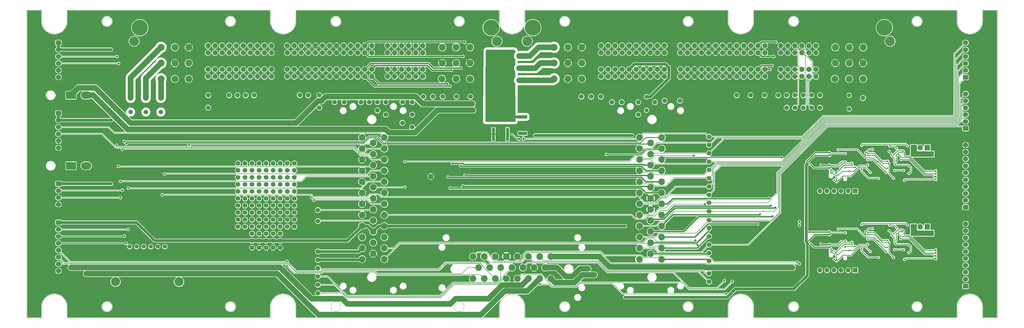
<source format=gbl>
G75*
G70*
%OFA0B0*%
%FSLAX25Y25*%
%IPPOS*%
%LPD*%
%AMOC8*
5,1,8,0,0,1.08239X$1,22.5*
%
%ADD10C,0.01969*%
%ADD12C,0.01575*%
%ADD15C,0.06693*%
%ADD16C,0.07874*%
%ADD18R,0.06693X0.06693*%
%ADD21R,0.04331X0.18110*%
%ADD22C,0.01181*%
%ADD26R,0.00984X0.08858*%
%ADD34R,0.07500X0.07874*%
%ADD35C,0.02756*%
%ADD38R,0.00984X0.19882*%
%ADD40C,0.02362*%
%ADD41C,0.06496*%
%ADD44R,0.00984X0.03740*%
%ADD45C,0.09744*%
%ADD47C,0.00800*%
%ADD48C,0.03937*%
%ADD55R,1.54528X0.00984*%
%ADD56O,0.07500X0.07874*%
%ADD58C,0.13000*%
%ADD59O,0.07677X0.06693*%
%ADD61C,0.13878*%
%ADD63C,0.05906*%
%ADD66R,0.00984X0.12205*%
%ADD68O,0.14567X0.10630*%
%ADD71C,0.09449*%
%ADD77C,0.00984*%
%ADD79C,0.06000*%
%ADD80C,0.03150*%
%ADD84R,0.42520X0.37008*%
%ADD85C,0.22736*%
%ADD87C,0.00197*%
%ADD89O,0.06693X0.06693*%
%ADD90C,0.07382*%
%ADD94C,0.00787*%
%ADD96R,0.00984X0.38386*%
X0000000Y0000000D02*
%LPD*%
G01*
D87*
X0671260Y0016142D02*
X0671260Y0000000D01*
X0021654Y0422047D02*
X0021654Y0438189D01*
X1356299Y0000000D02*
X1377953Y0000000D01*
X0346457Y0016142D02*
X0346457Y0000000D01*
X1095472Y0016142D02*
G75*
G03*
X1095472Y0016142I-006890J0000000D01*
G01*
X0021654Y0000000D02*
X0000000Y0000000D01*
X0346457Y0422047D02*
X0346457Y0438189D01*
X0770669Y0016142D02*
G75*
G03*
X0770669Y0016142I-006890J0000000D01*
G01*
X0671260Y0438189D02*
X0381890Y0438189D01*
X1320866Y0438189D02*
X1031496Y0438189D01*
X1031496Y0016142D02*
X1031496Y0000000D01*
X0381890Y0000000D02*
X0671260Y0000000D01*
X1320866Y0016142D02*
G75*
G02*
X1356299Y0016142I0017717J0000000D01*
G01*
X0996063Y0438189D02*
X0706693Y0438189D01*
X0621063Y0422047D02*
G75*
G03*
X0621063Y0422047I-006890J0000000D01*
G01*
X1356299Y0438189D02*
X1377953Y0438189D01*
X0121063Y0016142D02*
G75*
G03*
X0121063Y0016142I-006890J0000000D01*
G01*
X0706693Y0422047D02*
X0706693Y0438189D01*
X0381890Y0422047D02*
X0381890Y0438189D01*
X1377953Y0000000D02*
X1377953Y0438189D01*
X1356299Y0422047D02*
X1356299Y0438189D01*
X0021654Y0438189D02*
X0000000Y0438189D01*
X1320866Y0016142D02*
X1320866Y0000000D01*
X0996063Y0016142D02*
G75*
G02*
X1031496Y0016142I0017717J0000000D01*
G01*
X0296260Y0422047D02*
G75*
G03*
X0296260Y0422047I-006890J0000000D01*
G01*
X0057087Y0000000D02*
X0346457Y0000000D01*
X0021654Y0016142D02*
X0021654Y0000000D01*
X0445866Y0016142D02*
G75*
G03*
X0445866Y0016142I-006890J0000000D01*
G01*
X0996063Y0422047D02*
G75*
G03*
X1031496Y0422047I0017717J0000000D01*
G01*
X0671260Y0422047D02*
G75*
G03*
X0706693Y0422047I0017717J0000000D01*
G01*
X0057087Y0016142D02*
G75*
G03*
X0021654Y0016142I-017717J0000000D01*
G01*
X0945866Y0422047D02*
G75*
G03*
X0945866Y0422047I-006890J0000000D01*
G01*
X1031496Y0000000D02*
X1320866Y0000000D01*
X1320866Y0422047D02*
X1320866Y0438189D01*
X0671260Y0422047D02*
X0671260Y0438189D01*
X0381890Y0016142D02*
X0381890Y0000000D01*
X0346457Y0438189D02*
X0057087Y0438189D01*
X1031496Y0422047D02*
X1031496Y0438189D01*
X0000000Y0438189D02*
X0000000Y0000000D01*
X1270669Y0016142D02*
G75*
G03*
X1270669Y0016142I-006890J0000000D01*
G01*
X1356299Y0016142D02*
X1356299Y0000000D01*
X0706693Y0016142D02*
X0706693Y0000000D01*
X0381890Y0422047D02*
G75*
G02*
X0346457Y0422047I-017717J0000000D01*
G01*
X0121063Y0422047D02*
G75*
G03*
X0121063Y0422047I-006890J0000000D01*
G01*
X0445866Y0422047D02*
G75*
G03*
X0445866Y0422047I-006890J0000000D01*
G01*
X0996063Y0016142D02*
X0996063Y0000000D01*
X1270669Y0422047D02*
G75*
G03*
X1270669Y0422047I-006890J0000000D01*
G01*
X1320866Y0422047D02*
G75*
G03*
X1356299Y0422047I0017717J0000000D01*
G01*
X0057087Y0422047D02*
G75*
G02*
X0021654Y0422047I-017717J0000000D01*
G01*
X0770669Y0422047D02*
G75*
G03*
X0770669Y0422047I-006890J0000000D01*
G01*
X0706693Y0016142D02*
G75*
G03*
X0671260Y0016142I-017717J0000000D01*
G01*
X0996063Y0422047D02*
X0996063Y0438189D01*
X0057087Y0422047D02*
X0057087Y0438189D01*
X0296260Y0016142D02*
G75*
G03*
X0296260Y0016142I-006890J0000000D01*
G01*
X1095472Y0422047D02*
G75*
G03*
X1095472Y0422047I-006890J0000000D01*
G01*
X0706693Y0000000D02*
X0996063Y0000000D01*
X0621063Y0016142D02*
G75*
G03*
X0621063Y0016142I-006890J0000000D01*
G01*
X0381890Y0016142D02*
G75*
G03*
X0346457Y0016142I-017717J0000000D01*
G01*
X0057087Y0016142D02*
X0057087Y0000000D01*
X0945866Y0016142D02*
G75*
G03*
X0945866Y0016142I-006890J0000000D01*
G01*
D16*
X0573622Y0201181D03*
D15*
X0927165Y0309055D03*
G36*
G01*
X0069291Y0311614D02*
X0056693Y0311614D01*
G75*
G02*
X0055709Y0312598I0000000J0000984D01*
G01*
X0055709Y0321260D01*
G75*
G02*
X0056693Y0322244I0000984J0000000D01*
G01*
X0069291Y0322244D01*
G75*
G02*
X0070276Y0321260I0000000J-000984D01*
G01*
X0070276Y0312598D01*
G75*
G02*
X0069291Y0311614I-000984J0000000D01*
G01*
G37*
D68*
X0084646Y0316929D03*
D15*
X0968504Y0092520D03*
X0547244Y0307087D03*
X0968504Y0222441D03*
X0968504Y0257874D03*
G36*
G01*
X1335531Y0266339D02*
X1329823Y0266339D01*
G75*
G02*
X1328839Y0267323I0000000J0000984D01*
G01*
X1328839Y0272047D01*
G75*
G02*
X1329823Y0273031I0000984J0000000D01*
G01*
X1335531Y0273031D01*
G75*
G02*
X1336516Y0272047I0000000J-000984D01*
G01*
X1336516Y0267323D01*
G75*
G02*
X1335531Y0266339I-000984J0000000D01*
G01*
G37*
D59*
X1332677Y0279528D03*
X1332677Y0289370D03*
X1332677Y0299213D03*
X1332677Y0309055D03*
X1332677Y0318898D03*
D18*
X1175984Y0180610D03*
D89*
X1165984Y0180610D03*
X1155984Y0180610D03*
X1145984Y0180610D03*
X1135984Y0180610D03*
X1125984Y0180610D03*
G36*
G01*
X0042421Y0194291D02*
X0048130Y0194291D01*
G75*
G02*
X0049114Y0193307I0000000J-000984D01*
G01*
X0049114Y0188583D01*
G75*
G02*
X0048130Y0187598I-000984J0000000D01*
G01*
X0042421Y0187598D01*
G75*
G02*
X0041437Y0188583I0000000J0000984D01*
G01*
X0041437Y0193307D01*
G75*
G02*
X0042421Y0194291I0000984J0000000D01*
G01*
G37*
D59*
X0045276Y0181102D03*
X0045276Y0171260D03*
X0045276Y0161417D03*
D15*
X0509843Y0307087D03*
X1090551Y0316929D03*
X0387795Y0316929D03*
G36*
G01*
X0042421Y0395079D02*
X0048130Y0395079D01*
G75*
G02*
X0049114Y0394094I0000000J-000984D01*
G01*
X0049114Y0389370D01*
G75*
G02*
X0048130Y0388386I-000984J0000000D01*
G01*
X0042421Y0388386D01*
G75*
G02*
X0041437Y0389370I0000000J0000984D01*
G01*
X0041437Y0394094D01*
G75*
G02*
X0042421Y0395079I0000984J0000000D01*
G01*
G37*
D59*
X0045276Y0381890D03*
X0045276Y0372047D03*
X0045276Y0362205D03*
X0045276Y0352362D03*
X0045276Y0342520D03*
D15*
X0905512Y0309055D03*
X0360000Y0180000D03*
X0360000Y0190000D03*
X0360000Y0200000D03*
X0360000Y0210000D03*
X0360000Y0220000D03*
X0370000Y0180000D03*
X0370000Y0190000D03*
X0370000Y0200000D03*
X0370000Y0210000D03*
X0370000Y0220000D03*
X0380000Y0180000D03*
X0380000Y0190000D03*
X0380000Y0200000D03*
X0380000Y0210000D03*
X0380000Y0220000D03*
X0330000Y0180000D03*
X0330000Y0190000D03*
X0330000Y0200000D03*
X0330000Y0210000D03*
X0330000Y0220000D03*
X0340000Y0180000D03*
X0340000Y0190000D03*
X0340000Y0200000D03*
X0340000Y0210000D03*
X0340000Y0220000D03*
X0350000Y0180000D03*
X0350000Y0190000D03*
X0350000Y0200000D03*
X0350000Y0210000D03*
X0350000Y0220000D03*
X0968504Y0175197D03*
X1102362Y0299213D03*
G36*
G01*
X0042421Y0139173D02*
X0048130Y0139173D01*
G75*
G02*
X0049114Y0138189I0000000J-000984D01*
G01*
X0049114Y0133465D01*
G75*
G02*
X0048130Y0132480I-000984J0000000D01*
G01*
X0042421Y0132480D01*
G75*
G02*
X0041437Y0133465I0000000J0000984D01*
G01*
X0041437Y0138189D01*
G75*
G02*
X0042421Y0139173I0000984J0000000D01*
G01*
G37*
D59*
X0045276Y0125984D03*
X0045276Y0116142D03*
X0045276Y0106299D03*
X0045276Y0096457D03*
X0045276Y0086614D03*
X0045276Y0076772D03*
X0045276Y0066929D03*
D40*
X1108097Y0218947D03*
X1110164Y0222392D03*
X1113117Y0217766D03*
X1127093Y0218061D03*
D15*
X0968504Y0116142D03*
X0399606Y0316929D03*
D41*
X0169291Y0312992D03*
X0169291Y0292992D03*
D15*
X0868110Y0289370D03*
X0486220Y0307087D03*
X0576772Y0314961D03*
X0360000Y0130000D03*
X0360000Y0140000D03*
X0360000Y0150000D03*
X0360000Y0160000D03*
X0360000Y0170000D03*
X0370000Y0130000D03*
X0370000Y0140000D03*
X0370000Y0150000D03*
X0370000Y0160000D03*
X0370000Y0170000D03*
X0380000Y0130000D03*
X0380000Y0140000D03*
X0380000Y0150000D03*
X0380000Y0160000D03*
X0380000Y0170000D03*
X0322835Y0316929D03*
X0300000Y0180000D03*
X0300000Y0190000D03*
X0300000Y0200000D03*
X0300000Y0210000D03*
X0300000Y0220000D03*
X0310000Y0180000D03*
X0310000Y0190000D03*
X0310000Y0200000D03*
X0310000Y0210000D03*
X0310000Y0220000D03*
X0320000Y0180000D03*
X0320000Y0190000D03*
X0320000Y0200000D03*
X0320000Y0210000D03*
X0320000Y0220000D03*
X0413386Y0094488D03*
X0801181Y0314961D03*
X0415354Y0316929D03*
X0413386Y0059055D03*
X0968504Y0246063D03*
X0498031Y0307087D03*
X0868110Y0307087D03*
X0968504Y0187008D03*
X0474409Y0307087D03*
X0968504Y0164173D03*
X1125984Y0299213D03*
X0547244Y0271654D03*
X0844488Y0307087D03*
X0610236Y0314961D03*
D41*
X0190551Y0312992D03*
X0190551Y0292992D03*
G36*
G01*
X1335531Y0041929D02*
X1329823Y0041929D01*
G75*
G02*
X1328839Y0042913I0000000J0000984D01*
G01*
X1328839Y0047638D01*
G75*
G02*
X1329823Y0048622I0000984J0000000D01*
G01*
X1335531Y0048622D01*
G75*
G02*
X1336516Y0047638I0000000J-000984D01*
G01*
X1336516Y0042913D01*
G75*
G02*
X1335531Y0041929I-000984J0000000D01*
G01*
G37*
D59*
X1332677Y0055118D03*
X1332677Y0064961D03*
X1332677Y0074803D03*
X1332677Y0084646D03*
X1332677Y0094488D03*
X1332677Y0104331D03*
X1332677Y0114173D03*
X1332677Y0124016D03*
X1332677Y0133858D03*
D15*
X0968504Y0234252D03*
X0968504Y0051575D03*
X1047244Y0316929D03*
D41*
X0698976Y0372835D03*
X0678976Y0372835D03*
D15*
X0968504Y0127953D03*
D45*
X0629331Y0385098D03*
X0609646Y0385098D03*
X0589961Y0385098D03*
X0629331Y0362657D03*
X0609646Y0362657D03*
X0589961Y0362657D03*
X0629331Y0340217D03*
X0609646Y0340217D03*
X0589331Y0340217D03*
D90*
X0562402Y0387461D03*
X0552402Y0387461D03*
X0542402Y0387461D03*
X0532402Y0387461D03*
X0522402Y0387461D03*
X0512402Y0387461D03*
X0562402Y0377461D03*
X0552402Y0377461D03*
X0542402Y0377461D03*
X0532402Y0377461D03*
X0522402Y0377461D03*
X0512402Y0377461D03*
X0562402Y0353642D03*
X0552402Y0353642D03*
X0542402Y0353642D03*
X0532402Y0353642D03*
X0522402Y0353642D03*
X0512402Y0353642D03*
X0562402Y0343642D03*
X0552402Y0343642D03*
X0542402Y0343642D03*
X0532402Y0343642D03*
X0522402Y0343642D03*
X0512402Y0343642D03*
X0489961Y0387461D03*
X0479961Y0387461D03*
X0469961Y0387461D03*
X0459961Y0387461D03*
X0449961Y0387461D03*
X0439961Y0387461D03*
X0429961Y0387461D03*
X0419961Y0387461D03*
X0409961Y0387461D03*
X0399961Y0387461D03*
X0389961Y0387461D03*
X0379961Y0387461D03*
X0369961Y0387461D03*
X0489961Y0377461D03*
X0479961Y0377461D03*
X0469961Y0377461D03*
X0459961Y0377461D03*
X0449961Y0377461D03*
X0439961Y0377461D03*
X0429961Y0377461D03*
X0419961Y0377461D03*
X0409961Y0377461D03*
X0399961Y0377461D03*
X0389961Y0377461D03*
X0379961Y0377461D03*
X0369961Y0377461D03*
X0489961Y0353642D03*
X0479961Y0353642D03*
X0469961Y0353642D03*
X0459961Y0353642D03*
X0449961Y0353642D03*
X0439961Y0353642D03*
X0429961Y0353642D03*
X0419961Y0353642D03*
X0409961Y0353642D03*
X0399961Y0353642D03*
X0389961Y0353642D03*
X0379961Y0353642D03*
X0369961Y0353642D03*
X0489961Y0343642D03*
X0479961Y0343642D03*
X0469961Y0343642D03*
X0459961Y0343642D03*
X0449961Y0343642D03*
X0439961Y0343642D03*
X0429961Y0343642D03*
X0419961Y0343642D03*
X0409961Y0343642D03*
X0399961Y0343642D03*
X0389961Y0343642D03*
X0379961Y0343642D03*
X0369961Y0343642D03*
X0347441Y0387461D03*
X0337441Y0387461D03*
X0327441Y0387461D03*
X0317441Y0387461D03*
X0307441Y0387461D03*
X0297441Y0387461D03*
X0287441Y0387461D03*
X0277441Y0387461D03*
X0267441Y0387461D03*
X0257441Y0387461D03*
X0347441Y0377461D03*
X0337441Y0377461D03*
X0327441Y0377461D03*
X0317441Y0377461D03*
X0307441Y0377461D03*
X0297441Y0377461D03*
X0287441Y0377461D03*
X0277441Y0377461D03*
X0267441Y0377461D03*
X0257441Y0377461D03*
X0347441Y0353642D03*
X0337441Y0353642D03*
X0327441Y0353642D03*
X0317441Y0353642D03*
X0307441Y0353642D03*
X0297441Y0353642D03*
X0287441Y0353642D03*
X0277441Y0353642D03*
X0267441Y0353642D03*
X0257441Y0353642D03*
X0347441Y0343642D03*
X0337441Y0343642D03*
X0327441Y0343642D03*
X0317441Y0343642D03*
X0307441Y0343642D03*
X0297441Y0343642D03*
X0287441Y0343642D03*
X0277441Y0343642D03*
X0267441Y0343642D03*
X0257441Y0343642D03*
D45*
X0230118Y0385098D03*
X0210433Y0385098D03*
X0190748Y0385098D03*
X0230118Y0362657D03*
X0210433Y0362657D03*
X0190748Y0362657D03*
X0230118Y0340217D03*
X0210433Y0340217D03*
X0190748Y0340217D03*
D61*
X0667520Y0393760D03*
X0152559Y0393760D03*
D85*
X0659449Y0413051D03*
X0160630Y0413051D03*
D15*
X0968504Y0104331D03*
X0415354Y0299213D03*
D18*
X1175984Y0067913D03*
D89*
X1165984Y0067913D03*
X1155984Y0067913D03*
X1145984Y0067913D03*
X1135984Y0067913D03*
X1125984Y0067913D03*
D15*
X0413386Y0070866D03*
X1125984Y0316929D03*
D41*
X0147638Y0312992D03*
X0147638Y0292992D03*
D15*
X1027559Y0316929D03*
X0968504Y0063386D03*
X1066929Y0316929D03*
X0450787Y0307087D03*
D40*
X1108097Y0106742D03*
X1110164Y0110187D03*
X1113117Y0105561D03*
X1127093Y0105856D03*
G36*
G01*
X0069291Y0211220D02*
X0056693Y0211220D01*
G75*
G02*
X0055709Y0212205I0000000J0000984D01*
G01*
X0055709Y0220866D01*
G75*
G02*
X0056693Y0221850I0000984J0000000D01*
G01*
X0069291Y0221850D01*
G75*
G02*
X0070276Y0220866I0000000J-000984D01*
G01*
X0070276Y0212205D01*
G75*
G02*
X0069291Y0211220I-000984J0000000D01*
G01*
G37*
D68*
X0084646Y0216535D03*
D15*
X0498031Y0295276D03*
X0509843Y0289370D03*
X1114173Y0316929D03*
X0547244Y0289370D03*
D79*
X0879921Y0314764D03*
X0879921Y0295472D03*
D15*
X0299213Y0316929D03*
X0413386Y0035433D03*
G36*
G01*
X1335531Y0339173D02*
X1329823Y0339173D01*
G75*
G02*
X1328839Y0340157I0000000J0000984D01*
G01*
X1328839Y0344882D01*
G75*
G02*
X1329823Y0345866I0000984J0000000D01*
G01*
X1335531Y0345866D01*
G75*
G02*
X1336516Y0344882I0000000J-000984D01*
G01*
X1336516Y0340157D01*
G75*
G02*
X1335531Y0339173I-000984J0000000D01*
G01*
G37*
D59*
X1332677Y0352362D03*
X1332677Y0362205D03*
X1332677Y0372047D03*
X1332677Y0381890D03*
X1332677Y0391732D03*
D15*
X0437008Y0307087D03*
D35*
X1290354Y0197244D03*
X1290354Y0201181D03*
X1290354Y0205118D03*
X1290354Y0209055D03*
D66*
X1138287Y0243898D03*
D96*
X1291831Y0230807D03*
D38*
X1138287Y0200886D03*
D55*
X1215059Y0191437D03*
D26*
X1138287Y0224311D03*
D55*
X1215059Y0249508D03*
D44*
X1291831Y0192815D03*
D35*
X1139764Y0235236D03*
X1139764Y0231299D03*
X1139764Y0217323D03*
X1139764Y0213386D03*
D15*
X0787402Y0314961D03*
D71*
X0901378Y0083563D03*
X0901378Y0099311D03*
X0901378Y0115059D03*
X0901378Y0130807D03*
X0901378Y0146555D03*
X0901378Y0162303D03*
X0901378Y0178051D03*
X0901378Y0193799D03*
X0901378Y0209547D03*
X0901378Y0225295D03*
X0901378Y0241043D03*
X0901378Y0256791D03*
X0885630Y0091437D03*
X0885630Y0107185D03*
X0885630Y0122933D03*
X0885630Y0138681D03*
X0885630Y0154429D03*
X0885630Y0170177D03*
X0885630Y0185925D03*
X0885630Y0201673D03*
X0885630Y0217421D03*
X0885630Y0233169D03*
X0885630Y0248917D03*
X0869882Y0083563D03*
X0869882Y0099311D03*
X0869882Y0115059D03*
X0869882Y0130807D03*
X0869882Y0146555D03*
X0869882Y0162303D03*
X0869882Y0178051D03*
X0869882Y0193799D03*
X0869882Y0209547D03*
X0869882Y0225295D03*
X0869882Y0241043D03*
X0869882Y0256791D03*
X0633661Y0056004D03*
X0649409Y0056004D03*
X0665157Y0056004D03*
X0680906Y0056004D03*
X0696654Y0056004D03*
X0712402Y0056004D03*
X0728150Y0056004D03*
X0743898Y0056004D03*
X0641535Y0071752D03*
X0657283Y0071752D03*
X0673032Y0071752D03*
X0688780Y0071752D03*
X0704528Y0071752D03*
X0720276Y0071752D03*
X0736024Y0071752D03*
X0633661Y0087500D03*
X0649409Y0087500D03*
X0665157Y0087500D03*
X0680906Y0087500D03*
X0696654Y0087500D03*
X0712402Y0087500D03*
X0728150Y0087500D03*
X0743898Y0087500D03*
X0476181Y0256791D03*
X0476181Y0241043D03*
X0476181Y0225295D03*
X0476181Y0209547D03*
X0476181Y0193799D03*
X0476181Y0178051D03*
X0476181Y0162303D03*
X0476181Y0146555D03*
X0476181Y0130807D03*
X0476181Y0115059D03*
X0476181Y0099311D03*
X0476181Y0083563D03*
X0491929Y0248917D03*
X0491929Y0233169D03*
X0491929Y0217421D03*
X0491929Y0201673D03*
X0491929Y0185925D03*
X0491929Y0170177D03*
X0491929Y0154429D03*
X0491929Y0138681D03*
X0491929Y0122933D03*
X0491929Y0107185D03*
X0491929Y0091437D03*
X0507677Y0256791D03*
X0507677Y0241043D03*
X0507677Y0225295D03*
X0507677Y0209547D03*
X0507677Y0193799D03*
X0507677Y0178051D03*
X0507677Y0162303D03*
X0507677Y0146555D03*
X0507677Y0130807D03*
X0507677Y0115059D03*
X0507677Y0099311D03*
X0507677Y0083563D03*
D15*
X0533465Y0307087D03*
X0360000Y0100000D03*
X0350000Y0100000D03*
X0340000Y0100000D03*
X0330000Y0100000D03*
X0320000Y0100000D03*
X0360000Y0110000D03*
X0350000Y0110000D03*
X0340000Y0110000D03*
X0330000Y0110000D03*
X0320000Y0110000D03*
X0360000Y0120000D03*
X0350000Y0120000D03*
X0340000Y0120000D03*
X0330000Y0120000D03*
X0320000Y0120000D03*
G36*
G01*
X0042421Y0294685D02*
X0048130Y0294685D01*
G75*
G02*
X0049114Y0293701I0000000J-000984D01*
G01*
X0049114Y0288976D01*
G75*
G02*
X0048130Y0287992I-000984J0000000D01*
G01*
X0042421Y0287992D01*
G75*
G02*
X0041437Y0288976I0000000J0000984D01*
G01*
X0041437Y0293701D01*
G75*
G02*
X0042421Y0294685I0000984J0000000D01*
G01*
G37*
D59*
X0045276Y0281496D03*
X0045276Y0271654D03*
X0045276Y0261811D03*
X0045276Y0251969D03*
X0045276Y0242126D03*
G36*
G01*
X1335531Y0154134D02*
X1329823Y0154134D01*
G75*
G02*
X1328839Y0155118I0000000J0000984D01*
G01*
X1328839Y0159843D01*
G75*
G02*
X1329823Y0160827I0000984J0000000D01*
G01*
X1335531Y0160827D01*
G75*
G02*
X1336516Y0159843I0000000J-000984D01*
G01*
X1336516Y0155118D01*
G75*
G02*
X1335531Y0154134I-000984J0000000D01*
G01*
G37*
X1332677Y0167323D03*
X1332677Y0177165D03*
X1332677Y0187008D03*
X1332677Y0196850D03*
X1332677Y0206693D03*
X1332677Y0216535D03*
X1332677Y0226378D03*
X1332677Y0236220D03*
X1332677Y0246063D03*
D79*
X1167323Y0316732D03*
X1167323Y0297441D03*
D15*
X0413386Y0153543D03*
X0891732Y0307087D03*
X0413386Y0137795D03*
X1007874Y0316929D03*
X0968504Y0138976D03*
X1078740Y0299213D03*
D41*
X0698976Y0338189D03*
X0678976Y0338189D03*
D15*
X0257874Y0316929D03*
X0413386Y0082677D03*
D41*
X0698976Y0355512D03*
X0678976Y0355512D03*
D15*
X0300000Y0130000D03*
X0300000Y0140000D03*
X0300000Y0150000D03*
X0300000Y0160000D03*
X0300000Y0170000D03*
X0310000Y0130000D03*
X0310000Y0140000D03*
X0310000Y0150000D03*
X0310000Y0160000D03*
X0310000Y0170000D03*
X0320000Y0130000D03*
X0320000Y0140000D03*
X0320000Y0150000D03*
X0320000Y0160000D03*
X0320000Y0170000D03*
X1078740Y0316929D03*
X1102362Y0316929D03*
X0968504Y0081102D03*
X0968504Y0151575D03*
D58*
X0126260Y0051577D03*
X0216260Y0051577D03*
D79*
X0196260Y0101577D03*
X0186260Y0101577D03*
X0176260Y0101577D03*
X0166260Y0101577D03*
X0156260Y0101577D03*
X0146260Y0101577D03*
D15*
X0968504Y0210630D03*
D45*
X1187205Y0385098D03*
X1167520Y0385098D03*
X1147835Y0385098D03*
X1187205Y0362657D03*
X1167520Y0362657D03*
X1147835Y0362657D03*
X1187205Y0340217D03*
X1167520Y0340217D03*
X1147205Y0340217D03*
D90*
X1120276Y0387461D03*
X1110276Y0387461D03*
X1100276Y0387461D03*
X1090276Y0387461D03*
X1080276Y0387461D03*
X1070276Y0387461D03*
X1120276Y0377461D03*
X1110276Y0377461D03*
X1100276Y0377461D03*
X1090276Y0377461D03*
X1080276Y0377461D03*
X1070276Y0377461D03*
X1120276Y0353642D03*
X1110276Y0353642D03*
X1100276Y0353642D03*
X1090276Y0353642D03*
X1080276Y0353642D03*
X1070276Y0353642D03*
X1120276Y0343642D03*
X1110276Y0343642D03*
X1100276Y0343642D03*
X1090276Y0343642D03*
X1080276Y0343642D03*
X1070276Y0343642D03*
X1047835Y0387461D03*
X1037835Y0387461D03*
X1027835Y0387461D03*
X1017835Y0387461D03*
X1007835Y0387461D03*
X0997835Y0387461D03*
X0987835Y0387461D03*
X0977835Y0387461D03*
X0967835Y0387461D03*
X0957835Y0387461D03*
X0947835Y0387461D03*
X0937835Y0387461D03*
X0927835Y0387461D03*
X1047835Y0377461D03*
X1037835Y0377461D03*
X1027835Y0377461D03*
X1017835Y0377461D03*
X1007835Y0377461D03*
X0997835Y0377461D03*
X0987835Y0377461D03*
X0977835Y0377461D03*
X0967835Y0377461D03*
X0957835Y0377461D03*
X0947835Y0377461D03*
X0937835Y0377461D03*
X0927835Y0377461D03*
X1047835Y0353642D03*
X1037835Y0353642D03*
X1027835Y0353642D03*
X1017835Y0353642D03*
X1007835Y0353642D03*
X0997835Y0353642D03*
X0987835Y0353642D03*
X0977835Y0353642D03*
X0967835Y0353642D03*
X0957835Y0353642D03*
X0947835Y0353642D03*
X0937835Y0353642D03*
X0927835Y0353642D03*
X1047835Y0343642D03*
X1037835Y0343642D03*
X1027835Y0343642D03*
X1017835Y0343642D03*
X1007835Y0343642D03*
X0997835Y0343642D03*
X0987835Y0343642D03*
X0977835Y0343642D03*
X0967835Y0343642D03*
X0957835Y0343642D03*
X0947835Y0343642D03*
X0937835Y0343642D03*
X0927835Y0343642D03*
X0905315Y0387461D03*
X0895315Y0387461D03*
X0885315Y0387461D03*
X0875315Y0387461D03*
X0865315Y0387461D03*
X0855315Y0387461D03*
X0845315Y0387461D03*
X0835315Y0387461D03*
X0825315Y0387461D03*
X0815315Y0387461D03*
X0905315Y0377461D03*
X0895315Y0377461D03*
X0885315Y0377461D03*
X0875315Y0377461D03*
X0865315Y0377461D03*
X0855315Y0377461D03*
X0845315Y0377461D03*
X0835315Y0377461D03*
X0825315Y0377461D03*
X0815315Y0377461D03*
X0905315Y0353642D03*
X0895315Y0353642D03*
X0885315Y0353642D03*
X0875315Y0353642D03*
X0865315Y0353642D03*
X0855315Y0353642D03*
X0845315Y0353642D03*
X0835315Y0353642D03*
X0825315Y0353642D03*
X0815315Y0353642D03*
X0905315Y0343642D03*
X0895315Y0343642D03*
X0885315Y0343642D03*
X0875315Y0343642D03*
X0865315Y0343642D03*
X0855315Y0343642D03*
X0845315Y0343642D03*
X0835315Y0343642D03*
X0825315Y0343642D03*
X0815315Y0343642D03*
D45*
X0787992Y0385098D03*
X0768307Y0385098D03*
X0748622Y0385098D03*
X0787992Y0362657D03*
X0768307Y0362657D03*
X0748622Y0362657D03*
X0787992Y0340217D03*
X0768307Y0340217D03*
X0748622Y0340217D03*
D61*
X1225394Y0393760D03*
X0710433Y0393760D03*
D85*
X1217323Y0413051D03*
X0718504Y0413051D03*
D15*
X0814961Y0314961D03*
X0562992Y0314961D03*
X0311024Y0316929D03*
X1090551Y0299213D03*
X0830709Y0307087D03*
D35*
X1290354Y0084547D03*
X1290354Y0088484D03*
X1290354Y0092421D03*
X1290354Y0096358D03*
D55*
X1215059Y0136811D03*
D38*
X1138287Y0088189D03*
D55*
X1215059Y0078740D03*
D44*
X1291831Y0080118D03*
D66*
X1138287Y0131201D03*
D26*
X1138287Y0111614D03*
D96*
X1291831Y0118110D03*
D35*
X1139764Y0122539D03*
X1139764Y0118602D03*
X1139764Y0104626D03*
X1139764Y0100689D03*
D15*
X0257874Y0299213D03*
X0533465Y0277559D03*
X0629921Y0314961D03*
X0968504Y0198819D03*
X0330000Y0130000D03*
X0330000Y0140000D03*
X0330000Y0150000D03*
X0330000Y0160000D03*
X0330000Y0170000D03*
X0340000Y0130000D03*
X0340000Y0140000D03*
X0340000Y0150000D03*
X0340000Y0160000D03*
X0340000Y0170000D03*
X0350000Y0130000D03*
X0350000Y0140000D03*
X0350000Y0150000D03*
X0350000Y0160000D03*
X0350000Y0170000D03*
X0413386Y0047244D03*
X0590551Y0314961D03*
X1187008Y0312992D03*
X1114173Y0299213D03*
X0287402Y0316929D03*
D21*
X0682461Y0261516D03*
D84*
X0672461Y0297539D03*
D21*
X0662461Y0261516D03*
G36*
G01*
X0709567Y0260335D02*
X0698346Y0260335D01*
G75*
G02*
X0697362Y0261319I0000000J0000984D01*
G01*
X0697362Y0264173D01*
G75*
G02*
X0698346Y0265157I0000984J0000000D01*
G01*
X0709567Y0265157D01*
G75*
G02*
X0710551Y0264173I0000000J-000984D01*
G01*
X0710551Y0261319D01*
G75*
G02*
X0709567Y0260335I-000984J0000000D01*
G01*
G37*
G36*
G01*
X0709567Y0283661D02*
X0698346Y0283661D01*
G75*
G02*
X0697362Y0284646I0000000J0000984D01*
G01*
X0697362Y0287500D01*
G75*
G02*
X0698346Y0288484I0000984J0000000D01*
G01*
X0709567Y0288484D01*
G75*
G02*
X0710551Y0287500I0000000J-000984D01*
G01*
X0710551Y0284646D01*
G75*
G02*
X0709567Y0283661I-000984J0000000D01*
G01*
G37*
G36*
G01*
X0697461Y0253189D02*
X0697461Y0256260D01*
G75*
G02*
X0697736Y0256535I0000276J0000000D01*
G01*
X0699941Y0256535D01*
G75*
G02*
X0700217Y0256260I0000000J-000276D01*
G01*
X0700217Y0253189D01*
G75*
G02*
X0699941Y0252913I-000276J0000000D01*
G01*
X0697736Y0252913D01*
G75*
G02*
X0697461Y0253189I0000000J0000276D01*
G01*
G37*
G36*
G01*
X0703760Y0253189D02*
X0703760Y0256260D01*
G75*
G02*
X0704035Y0256535I0000276J0000000D01*
G01*
X0706240Y0256535D01*
G75*
G02*
X0706516Y0256260I0000000J-000276D01*
G01*
X0706516Y0253189D01*
G75*
G02*
X0706240Y0252913I-000276J0000000D01*
G01*
X0704035Y0252913D01*
G75*
G02*
X0703760Y0253189I0000000J0000276D01*
G01*
G37*
D80*
X0675984Y0158661D03*
X0650787Y0159843D03*
X0527559Y0201181D03*
X0544488Y0199606D03*
X0568504Y0231890D03*
X0572835Y0255512D03*
X0561024Y0290945D03*
X0522441Y0289764D03*
X0414567Y0279134D03*
X0398819Y0278740D03*
X0617717Y0378740D03*
X0578346Y0383465D03*
X0499213Y0346850D03*
X0498819Y0383071D03*
X0939370Y0138583D03*
X0914961Y0130709D03*
X1364173Y0059843D03*
X1366142Y0234646D03*
X0006693Y0369291D03*
X0008268Y0279134D03*
X0005118Y0199213D03*
X0008268Y0111811D03*
X0110630Y0209843D03*
X0126772Y0203543D03*
X0153543Y0230709D03*
X0153937Y0209055D03*
X0152756Y0189370D03*
X0180315Y0326378D03*
X0160630Y0327165D03*
X0136614Y0324409D03*
X0149606Y0377559D03*
X0137795Y0417323D03*
X0102362Y0398031D03*
X0112598Y0376772D03*
X0054331Y0376772D03*
X0054724Y0367717D03*
X0112598Y0367717D03*
X0112205Y0329528D03*
X0180315Y0256693D03*
X0136614Y0257480D03*
X0110630Y0276378D03*
X0111417Y0265748D03*
X0054331Y0275197D03*
X0055512Y0266929D03*
X0104331Y0246850D03*
X0052362Y0185827D03*
X0071654Y0175197D03*
X0099606Y0175984D03*
X0098425Y0184646D03*
X0072835Y0197638D03*
X0072441Y0148031D03*
X0105512Y0146457D03*
X0126378Y0142913D03*
X0153543Y0147244D03*
X0177165Y0141339D03*
X0242520Y0131890D03*
X0258661Y0153543D03*
X0216142Y0162992D03*
X0220472Y0188583D03*
X0200394Y0227953D03*
X0281890Y0223622D03*
X0289764Y0210236D03*
X0289370Y0201969D03*
X0289370Y0188583D03*
X0288875Y0181167D03*
X0399606Y0122441D03*
X0395276Y0145669D03*
X0435433Y0125591D03*
X0438976Y0148031D03*
X0434646Y0161811D03*
X0415748Y0222441D03*
X0416929Y0179134D03*
X0415354Y0211024D03*
X0452362Y0178346D03*
X0449606Y0192520D03*
X0453543Y0209843D03*
X0391732Y0209843D03*
X0395276Y0179528D03*
X0415354Y0190945D03*
X0396457Y0191339D03*
X0439370Y0256299D03*
X0340551Y0257480D03*
X0258661Y0256693D03*
X0242520Y0334252D03*
X0209055Y0319685D03*
X0322441Y0296457D03*
X0271654Y0290551D03*
X0377559Y0291339D03*
X0342520Y0318504D03*
X0443307Y0281890D03*
X0447638Y0225591D03*
X0388976Y0233071D03*
X0290551Y0233465D03*
X0288189Y0145276D03*
X0241732Y0116142D03*
X0238189Y0092126D03*
X0215748Y0092520D03*
X0109055Y0090945D03*
X0080709Y0041339D03*
X0164961Y0034646D03*
X0354331Y0047244D03*
X0335827Y0086614D03*
X0394882Y0086614D03*
X0434252Y0102756D03*
X0431890Y0088583D03*
X0430709Y0073622D03*
X0422835Y0051575D03*
X0435827Y0038976D03*
X0401969Y0044488D03*
X0394094Y0053937D03*
X0445188Y0057265D03*
X0484646Y0040551D03*
X0565354Y0044882D03*
X0553543Y0139370D03*
X0639825Y0139892D03*
X0679921Y0138583D03*
X0844488Y0138189D03*
X0844488Y0156693D03*
X0779134Y0156693D03*
X0705906Y0156299D03*
X0592913Y0153543D03*
X0610630Y0176772D03*
X0732283Y0176378D03*
X0849606Y0178740D03*
X0858268Y0193307D03*
X0859055Y0208268D03*
X0853150Y0228346D03*
X0848031Y0241339D03*
X0816929Y0226378D03*
X0817323Y0209055D03*
X0816142Y0193701D03*
X0650394Y0235039D03*
X0709449Y0237008D03*
X0788189Y0240945D03*
X0787008Y0227559D03*
X0787008Y0208268D03*
X0785433Y0193307D03*
X0716929Y0192913D03*
X0683465Y0209449D03*
X0677165Y0192520D03*
X0720472Y0209449D03*
X0644094Y0209843D03*
X0642913Y0193307D03*
X0609449Y0192913D03*
X0609449Y0209843D03*
X0610630Y0235039D03*
X0610630Y0281496D03*
X0585039Y0276772D03*
X0527534Y0254980D03*
X0526772Y0238189D03*
X0525197Y0155512D03*
X0524409Y0139370D03*
X0527559Y0118110D03*
X0491339Y0078740D03*
X0501181Y0065354D03*
X0599213Y0066142D03*
X0603937Y0088583D03*
X0556299Y0084252D03*
X0579134Y0118110D03*
X0612205Y0119291D03*
X0644094Y0099606D03*
X0695276Y0116142D03*
X0730709Y0100000D03*
X0765748Y0119291D03*
X0829921Y0120472D03*
X0858661Y0119685D03*
X0833071Y0098425D03*
X0839302Y0083012D03*
X0981496Y0053937D03*
X0898425Y0058268D03*
X0868898Y0057087D03*
X0830709Y0057480D03*
X0921654Y0055118D03*
X0888976Y0041732D03*
X0941732Y0056299D03*
X1048425Y0094882D03*
X0974409Y0290551D03*
X0919291Y0283465D03*
X0938189Y0288583D03*
X0919488Y0325608D03*
X0882677Y0324803D03*
X0830709Y0325984D03*
X0856693Y0326378D03*
X0855118Y0310236D03*
X0836220Y0283071D03*
X0813386Y0303150D03*
X0814567Y0265354D03*
X0849213Y0264567D03*
X0869685Y0267717D03*
X0936614Y0270079D03*
X0937402Y0255512D03*
X0937402Y0241732D03*
X0936614Y0223622D03*
X0937795Y0212205D03*
X0936935Y0192278D03*
X0936220Y0180709D03*
X1076772Y0265354D03*
X1068898Y0305512D03*
X1046850Y0264567D03*
X1028740Y0298819D03*
X1011811Y0263386D03*
X0998425Y0269291D03*
X0979921Y0309055D03*
X0979368Y0265082D03*
X0957087Y0270079D03*
X0962205Y0328346D03*
X0919883Y0363028D03*
X0892064Y0402901D03*
X1065748Y0406693D03*
X1221250Y0359782D03*
X1264173Y0365748D03*
X1265354Y0311811D03*
X1208661Y0299606D03*
X1137795Y0324803D03*
X1151181Y0306299D03*
X1098031Y0276378D03*
X1094488Y0251969D03*
X1078346Y0244094D03*
X1066535Y0242520D03*
X1009055Y0241339D03*
X0997244Y0241732D03*
X0983524Y0235674D03*
X0981890Y0174409D03*
X0984646Y0208268D03*
X0997244Y0210236D03*
X0997638Y0174016D03*
X1020079Y0176772D03*
X1022441Y0210236D03*
X1047244Y0209055D03*
X1047244Y0236614D03*
X1048425Y0178740D03*
X1074016Y0127165D03*
X1054724Y0117717D03*
X1077559Y0084646D03*
X1077165Y0204724D03*
X1046850Y0135433D03*
X1010236Y0116535D03*
X1008661Y0091339D03*
X0998031Y0093701D03*
X0997638Y0119291D03*
X0981496Y0118504D03*
X1058268Y0055118D03*
X1260630Y0052756D03*
X1162598Y0036614D03*
X0977953Y0089764D03*
X1012598Y0049606D03*
X1100000Y0066535D03*
X1118898Y0005906D03*
X1364173Y0151181D03*
X1350394Y0293307D03*
X1356693Y0363386D03*
X1303543Y0295669D03*
X1165748Y0429134D03*
X1372441Y0433465D03*
X1312205Y0430709D03*
X1039764Y0431890D03*
X0988976Y0432677D03*
X0850000Y0430709D03*
X0714961Y0431102D03*
X0665354Y0430709D03*
X0532283Y0431890D03*
X0388976Y0431496D03*
X0230709Y0004724D03*
X0221260Y0431890D03*
X0338583Y0431496D03*
X0063386Y0431890D03*
X0007087Y0431102D03*
X0007087Y0006299D03*
X0061024Y0004724D03*
X0342126Y0003937D03*
X0386614Y0003937D03*
X0663386Y0003543D03*
X0714173Y0005512D03*
X0856693Y0005906D03*
X0990551Y0003937D03*
X1039370Y0005512D03*
X1223228Y0005118D03*
X1312992Y0005118D03*
X1369291Y0005906D03*
X1218504Y0253150D03*
X1162992Y0255512D03*
X1201969Y0072835D03*
X1175984Y0075197D03*
X1236751Y0073434D03*
X1278740Y0072047D03*
X1298425Y0079921D03*
X1297244Y0134646D03*
X1297638Y0123622D03*
X1298031Y0118504D03*
X1297638Y0112598D03*
X1286220Y0140945D03*
X1262205Y0140551D03*
X1223228Y0140157D03*
X1193307Y0140157D03*
X1172047Y0140945D03*
X1142913Y0141339D03*
X1100000Y0128346D03*
X1099914Y0116979D03*
X1100000Y0098425D03*
X1102756Y0088189D03*
X1116929Y0088583D03*
X1127559Y0088583D03*
X1133858Y0111417D03*
X1133071Y0127559D03*
X1133465Y0136220D03*
X1124409Y0139370D03*
X1112598Y0139764D03*
X1202756Y0186614D03*
X1232283Y0186614D03*
X1261024Y0186614D03*
X1289370Y0186614D03*
X1296063Y0192520D03*
X1297244Y0225591D03*
X1297244Y0230315D03*
X1297244Y0235433D03*
X1297638Y0244882D03*
X1255906Y0253543D03*
X1190157Y0254331D03*
X1179134Y0268898D03*
X1144094Y0256299D03*
X1174803Y0187795D03*
X1133858Y0224016D03*
X1133858Y0246850D03*
X1122047Y0252756D03*
X1100000Y0227953D03*
X1100000Y0207087D03*
X1111548Y0201150D03*
X1125984Y0200787D03*
X0668898Y0264567D03*
X0668898Y0255906D03*
X0655512Y0255906D03*
X0655512Y0264567D03*
X0240551Y0253937D03*
X0240551Y0259843D03*
X0228740Y0253937D03*
X0228740Y0259843D03*
X0181890Y0119291D03*
X0253543Y0050787D03*
X0238189Y0055118D03*
X0244882Y0055906D03*
X0283071Y0055512D03*
X0859449Y0259843D03*
X0721654Y0259843D03*
X0849213Y0029528D03*
X0369685Y0074215D03*
X0369685Y0080709D03*
X0728734Y0047961D03*
X0849606Y0130709D03*
D63*
X0632677Y0304724D03*
X0633465Y0295669D03*
D80*
X0130510Y0362205D03*
D63*
X0084646Y0062992D03*
X0062992Y0071852D03*
X0805906Y0061417D03*
X0796850Y0070079D03*
D80*
X1087008Y0071654D03*
X1072441Y0071654D03*
X1079921Y0071654D03*
X1093888Y0079446D03*
X1096850Y0131890D03*
X1096850Y0077165D03*
X1096850Y0137055D03*
X1037402Y0133858D03*
X1040982Y0147244D03*
X1057681Y0359055D03*
X1056305Y0159642D03*
X1055065Y0353543D03*
X1053748Y0170079D03*
X0600787Y0329921D03*
X0601181Y0184646D03*
X0598033Y0200394D03*
X0597244Y0333071D03*
X0616144Y0216535D03*
X0616142Y0355512D03*
X1060238Y0372047D03*
X1058661Y0144882D03*
X1062600Y0157087D03*
X1063386Y0392520D03*
X0619291Y0372047D03*
X0619291Y0187793D03*
X0622047Y0392126D03*
X0622439Y0203244D03*
X0604329Y0219685D03*
X0602756Y0352362D03*
X0962598Y0162199D03*
X1071654Y0228346D03*
X0822835Y0232677D03*
X0192520Y0175197D03*
X0992913Y0034252D03*
X1001575Y0051969D03*
X0990356Y0053244D03*
X0536614Y0186220D03*
X0536614Y0222441D03*
X0946794Y0231102D03*
X0407497Y0167620D03*
X0949351Y0110333D03*
X0951908Y0103997D03*
X0250000Y0109843D03*
X0120079Y0135827D03*
X0120472Y0190945D03*
X0120079Y0381890D03*
X0174409Y0117323D03*
X0120472Y0281496D03*
X0404634Y0171350D03*
X0230709Y0246364D03*
X0130315Y0215748D03*
X0133071Y0171260D03*
X0133272Y0194488D03*
X0128346Y0372047D03*
X0127953Y0245669D03*
X0135829Y0239768D03*
X0135829Y0181890D03*
X0195669Y0205118D03*
X0138583Y0116535D03*
X0138583Y0251181D03*
X0141420Y0248134D03*
X0141339Y0105906D03*
X0144174Y0125984D03*
X0144174Y0184646D03*
D94*
X0918112Y0064959D02*
X0824063Y0064959D01*
X0810476Y0078545D02*
X0711321Y0078545D01*
X0940551Y0042520D02*
X0918112Y0064959D01*
X0979632Y0042520D02*
X0940551Y0042520D01*
X0824063Y0064959D02*
X0810476Y0078545D01*
X0711321Y0078545D02*
X0704528Y0071752D01*
X0990356Y0053244D02*
X0979632Y0042520D01*
X0855512Y0222441D02*
X0536614Y0222441D01*
X0872246Y0231002D02*
X0864073Y0231002D01*
X0876082Y0227165D02*
X0872246Y0231002D01*
X0891634Y0231102D02*
X0887697Y0227165D01*
X0887697Y0227165D02*
X0876082Y0227165D01*
X0864073Y0231002D02*
X0855512Y0222441D01*
X0946794Y0231102D02*
X0891634Y0231102D01*
X0414567Y0069685D02*
X0413386Y0070866D01*
X0594212Y0078835D02*
X0585062Y0069685D01*
X0650201Y0078835D02*
X0594212Y0078835D01*
X0585062Y0069685D02*
X0414567Y0069685D01*
X0657283Y0071752D02*
X0650201Y0078835D01*
X0664961Y0056004D02*
X0665157Y0056004D01*
X0647242Y0073723D02*
X0664961Y0056004D01*
X0647242Y0074805D02*
X0647242Y0073723D01*
X0644589Y0077459D02*
X0647242Y0074805D01*
X0594782Y0077459D02*
X0644589Y0077459D01*
X0417497Y0066535D02*
X0419267Y0068305D01*
X0419267Y0068305D02*
X0585628Y0068305D01*
X0585628Y0068305D02*
X0594782Y0077459D01*
X0371436Y0078148D02*
X0383048Y0066535D01*
X0053742Y0078148D02*
X0371436Y0078148D01*
X0383048Y0066535D02*
X0417497Y0066535D01*
X0045276Y0086614D02*
X0053742Y0078148D01*
D12*
X1139764Y0231299D02*
X1119071Y0231299D01*
X1119071Y0231299D02*
X1110164Y0222392D01*
D94*
X1325939Y0279528D02*
X1332677Y0279528D01*
X1136273Y0273832D02*
X1320244Y0273832D01*
X1068305Y0205864D02*
X1136273Y0273832D01*
X1057087Y0138976D02*
X1068305Y0150195D01*
X1068305Y0150195D02*
X1068305Y0205864D01*
X0968504Y0138976D02*
X1057087Y0138976D01*
X1320244Y0273832D02*
X1325939Y0279528D01*
X1332677Y0288211D02*
X1332677Y0289370D01*
X1066929Y0206434D02*
X1135703Y0275208D01*
X1066929Y0157799D02*
X1066929Y0206434D01*
X1135703Y0275208D02*
X1319674Y0275208D01*
X1060705Y0151575D02*
X1066929Y0157799D01*
X1319674Y0275208D02*
X1332677Y0288211D01*
X0968504Y0151575D02*
X1060705Y0151575D01*
X1316848Y0289896D02*
X1316848Y0375903D01*
X1314544Y0287593D02*
X1316848Y0289896D01*
X1130574Y0287593D02*
X1314544Y0287593D01*
X1316848Y0375903D02*
X1332677Y0391732D01*
X1100855Y0257874D02*
X1130574Y0287593D01*
X0968504Y0257874D02*
X1100855Y0257874D01*
X1318224Y0367436D02*
X1332677Y0381890D01*
X1318224Y0289326D02*
X1318224Y0367436D01*
X1101425Y0256498D02*
X1131143Y0286217D01*
X1315114Y0286217D02*
X1318224Y0289326D01*
X0968504Y0246063D02*
X0978939Y0256498D01*
X0978939Y0256498D02*
X1101425Y0256498D01*
X1131143Y0286217D02*
X1315114Y0286217D01*
X1319600Y0358970D02*
X1332677Y0372047D01*
X1131713Y0284841D02*
X1315684Y0284841D01*
X1315684Y0284841D02*
X1319600Y0288756D01*
X1319600Y0288756D02*
X1319600Y0358970D01*
X1101995Y0255122D02*
X1131713Y0284841D01*
X0968504Y0234252D02*
X0989374Y0255122D01*
X0989374Y0255122D02*
X1101995Y0255122D01*
X1320976Y0350503D02*
X1332677Y0362205D01*
X1316254Y0283465D02*
X1320976Y0288186D01*
X1320976Y0288186D02*
X1320976Y0350503D01*
X1132283Y0283465D02*
X1316254Y0283465D01*
X0968504Y0222441D02*
X1071260Y0222441D01*
X1071260Y0222441D02*
X1132283Y0283465D01*
X1322352Y0287616D02*
X1322352Y0342037D01*
X1132853Y0282089D02*
X1316824Y0282089D01*
X1071830Y0221065D02*
X1132853Y0282089D01*
X0978939Y0221065D02*
X1071830Y0221065D01*
X1316824Y0282089D02*
X1322352Y0287616D01*
X1322352Y0342037D02*
X1332677Y0352362D01*
X0968504Y0210630D02*
X0978939Y0221065D01*
X1323728Y0333571D02*
X1332677Y0342520D01*
X0979925Y0219689D02*
X1072400Y0219689D01*
X1072400Y0219689D02*
X1133423Y0280712D01*
X1323728Y0287046D02*
X1323728Y0333571D01*
X0972833Y0212597D02*
X0979925Y0219689D01*
X1317394Y0280712D02*
X1323728Y0287046D01*
X0968504Y0198819D02*
X0972833Y0203148D01*
X0972833Y0203148D02*
X0972833Y0212597D01*
X1133423Y0280712D02*
X1317394Y0280712D01*
X1325104Y0311325D02*
X1332677Y0318898D01*
X1133993Y0279336D02*
X1317964Y0279336D01*
X1317964Y0279336D02*
X1325104Y0286477D01*
X1072970Y0218313D02*
X1133993Y0279336D01*
X1325104Y0286477D02*
X1325104Y0311325D01*
X0980911Y0218313D02*
X1072970Y0218313D01*
X0974209Y0211610D02*
X0980911Y0218313D01*
X0974209Y0192713D02*
X0974209Y0211610D01*
X0968504Y0187008D02*
X0974209Y0192713D01*
X1326480Y0302858D02*
X1332677Y0309055D01*
X1134563Y0277960D02*
X1318534Y0277960D01*
X1073540Y0216937D02*
X1134563Y0277960D01*
X1318534Y0277960D02*
X1326480Y0285907D01*
X1326480Y0285907D02*
X1326480Y0302858D01*
X0975585Y0182278D02*
X0975585Y0207475D01*
X0985047Y0216937D02*
X1073540Y0216937D01*
X0968504Y0175197D02*
X0975585Y0182278D01*
X0975585Y0207475D02*
X0985047Y0216937D01*
X1319104Y0276584D02*
X1327856Y0285337D01*
X1135133Y0276584D02*
X1319104Y0276584D01*
X1065553Y0207004D02*
X1135133Y0276584D01*
X1065553Y0178268D02*
X1065553Y0207004D01*
X1051459Y0164173D02*
X1065553Y0178268D01*
X1327856Y0285337D02*
X1327856Y0294392D01*
X1327856Y0294392D02*
X1332677Y0299213D01*
X0968504Y0164173D02*
X1051459Y0164173D01*
X1329921Y0272441D02*
X1332677Y0269685D01*
X1069681Y0149603D02*
X1069681Y0205294D01*
X1024409Y0104331D02*
X1069681Y0149603D01*
X0968504Y0104331D02*
X1024409Y0104331D01*
X1069681Y0205294D02*
X1136828Y0272441D01*
X1136828Y0272441D02*
X1329921Y0272441D01*
D48*
X0721654Y0259843D02*
X0859449Y0259843D01*
X0849508Y0130807D02*
X0507677Y0130807D01*
X0849606Y0130709D02*
X0849508Y0130807D01*
D12*
X1127831Y0217323D02*
X1127093Y0218061D01*
X1139764Y0217323D02*
X1127831Y0217323D01*
X1117497Y0213386D02*
X1113117Y0217766D01*
X1139764Y0213386D02*
X1117497Y0213386D01*
X1117989Y0100689D02*
X1113117Y0105561D01*
X1139764Y0100689D02*
X1117989Y0100689D01*
X1128323Y0104626D02*
X1127093Y0105856D01*
X1139764Y0104626D02*
X1128323Y0104626D01*
X1107438Y0122539D02*
X1106426Y0121527D01*
D48*
X1106426Y0121527D02*
X1106426Y0217276D01*
X1106426Y0108413D02*
X1106426Y0121527D01*
D12*
X1139764Y0122539D02*
X1107438Y0122539D01*
X1118579Y0118602D02*
X1110164Y0110187D01*
X1139764Y0118602D02*
X1118579Y0118602D01*
X1106916Y0220128D02*
X1108097Y0218947D01*
X1106916Y0222760D02*
X1106916Y0220128D01*
X1139764Y0235236D02*
X1119392Y0235236D01*
X1119392Y0235236D02*
X1106916Y0222760D01*
D48*
X1106426Y0217276D02*
X1108097Y0218947D01*
X1108097Y0106742D02*
X1106426Y0108413D01*
X1108097Y0060459D02*
X1108097Y0106742D01*
X0994094Y0029528D02*
X1005906Y0041339D01*
X0849213Y0029528D02*
X0994094Y0029528D01*
X1088976Y0041339D02*
X1108097Y0060459D01*
X1005906Y0041339D02*
X1088976Y0041339D01*
D16*
X0073622Y0327559D02*
X0062992Y0316929D01*
X0097638Y0327559D02*
X0073622Y0327559D01*
X0147638Y0277559D02*
X0097638Y0327559D01*
X0382568Y0277559D02*
X0147638Y0277559D01*
X0413670Y0308661D02*
X0382568Y0277559D01*
X0424517Y0314959D02*
X0418219Y0308661D01*
X0551861Y0314959D02*
X0424517Y0314959D01*
X0562096Y0304724D02*
X0551861Y0314959D01*
X0632677Y0304724D02*
X0562096Y0304724D01*
X0418219Y0308661D02*
X0413670Y0308661D01*
X0094488Y0316929D02*
X0084646Y0316929D01*
X0143112Y0268305D02*
X0094488Y0316929D01*
X0509648Y0268305D02*
X0143112Y0268305D01*
X0583071Y0295669D02*
X0551183Y0263781D01*
X0633465Y0295669D02*
X0583071Y0295669D01*
X0551183Y0263781D02*
X0514171Y0263781D01*
X0514171Y0263781D02*
X0509648Y0268305D01*
X0703152Y0046754D02*
X0712402Y0056004D01*
X0674971Y0046754D02*
X0703152Y0046754D01*
X0601575Y0020079D02*
X0608988Y0027492D01*
X0655709Y0027492D02*
X0674971Y0046754D01*
X0455118Y0020079D02*
X0601575Y0020079D01*
X0608988Y0027492D02*
X0655709Y0027492D01*
X0447778Y0027419D02*
X0455118Y0020079D01*
X0360037Y0071852D02*
X0404470Y0027419D01*
X0404470Y0027419D02*
X0447778Y0027419D01*
X0062992Y0071852D02*
X0360037Y0071852D01*
X0710437Y0038291D02*
X0728150Y0056004D01*
X0678476Y0038291D02*
X0710437Y0038291D01*
X0644977Y0004792D02*
X0678476Y0038291D01*
X0355906Y0062992D02*
X0414106Y0004792D01*
X0414106Y0004792D02*
X0644977Y0004792D01*
X0084646Y0062992D02*
X0355906Y0062992D01*
D94*
X0626083Y0071752D02*
X0641535Y0071752D01*
X0617128Y0062797D02*
X0626083Y0071752D01*
X0498076Y0062797D02*
X0617128Y0062797D01*
X0419837Y0066929D02*
X0493944Y0066929D01*
X0493944Y0066929D02*
X0498076Y0062797D01*
X0418067Y0065159D02*
X0419837Y0066929D01*
X0382478Y0065159D02*
X0418067Y0065159D01*
X0045276Y0076772D02*
X0370866Y0076772D01*
X0370866Y0076772D02*
X0382478Y0065159D01*
X0643703Y0061711D02*
X0649409Y0056004D01*
X0618010Y0061711D02*
X0643703Y0061711D01*
X0420407Y0065553D02*
X0493374Y0065553D01*
X0493374Y0065553D02*
X0497509Y0061417D01*
X0418637Y0063783D02*
X0420407Y0065553D01*
X0617717Y0061417D02*
X0618010Y0061711D01*
X0380116Y0063783D02*
X0418637Y0063783D01*
X0497509Y0061417D02*
X0617717Y0061417D01*
X0369685Y0074215D02*
X0380116Y0063783D01*
X0368500Y0079524D02*
X0062209Y0079524D01*
X0369685Y0080709D02*
X0368500Y0079524D01*
X0062209Y0079524D02*
X0045276Y0096457D01*
X0846553Y0034155D02*
X0992817Y0034155D01*
X0831398Y0049311D02*
X0846553Y0034155D01*
X0785536Y0049311D02*
X0831398Y0049311D01*
X0930350Y0050687D02*
X0784966Y0050687D01*
X1001575Y0051969D02*
X0990551Y0040945D01*
X0990551Y0040945D02*
X0940093Y0040945D01*
X0940093Y0040945D02*
X0930350Y0050687D01*
X0779754Y0045474D02*
X0746258Y0045474D01*
X0702461Y0061811D02*
X0696654Y0056004D01*
X0746258Y0045474D02*
X0736220Y0055512D01*
X0784966Y0050687D02*
X0779754Y0045474D01*
X0736220Y0055512D02*
X0736220Y0056299D01*
X0736220Y0056299D02*
X0730709Y0061811D01*
X0730709Y0061811D02*
X0702461Y0061811D01*
X0745669Y0044094D02*
X0780320Y0044094D01*
X0741803Y0047961D02*
X0745669Y0044094D01*
X0780320Y0044094D02*
X0785536Y0049311D01*
X0728734Y0047961D02*
X0741803Y0047961D01*
X0490179Y0215671D02*
X0491929Y0217421D01*
X0130392Y0215671D02*
X0490179Y0215671D01*
X0130315Y0215748D02*
X0130392Y0215671D01*
X0130510Y0362205D02*
X0045276Y0362205D01*
X0478545Y0235337D02*
X0484252Y0241043D01*
X0484252Y0241043D02*
X0507677Y0241043D01*
X0473817Y0235337D02*
X0478545Y0235337D01*
X0129921Y0243701D02*
X0465453Y0243701D01*
X0465453Y0243701D02*
X0473817Y0235337D01*
X0127953Y0245669D02*
X0129921Y0243701D01*
X0126967Y0242325D02*
X0107480Y0261811D01*
X0464883Y0242325D02*
X0126967Y0242325D01*
X0107480Y0261811D02*
X0045276Y0261811D01*
X0474039Y0233169D02*
X0464883Y0242325D01*
X0491929Y0233169D02*
X0474039Y0233169D01*
X0116142Y0271654D02*
X0045276Y0271654D01*
X0124409Y0263386D02*
X0116142Y0271654D01*
X0507677Y0256791D02*
X0501083Y0263386D01*
X0501083Y0263386D02*
X0124409Y0263386D01*
X0128346Y0372047D02*
X0045276Y0372047D01*
X0668805Y0047545D02*
X0677264Y0056004D01*
X0606271Y0047545D02*
X0668805Y0047545D01*
X0453982Y0028740D02*
X0587466Y0028740D01*
X0447289Y0035433D02*
X0453982Y0028740D01*
X0587466Y0028740D02*
X0606271Y0047545D01*
X0677264Y0056004D02*
X0680906Y0056004D01*
X0413386Y0035433D02*
X0447289Y0035433D01*
X0688583Y0071752D02*
X0688780Y0071752D01*
X0675199Y0055930D02*
X0675199Y0058368D01*
X0605701Y0048921D02*
X0668190Y0048921D01*
X0668190Y0048921D02*
X0675199Y0055930D01*
X0586897Y0030116D02*
X0605701Y0048921D01*
X0454552Y0030116D02*
X0586897Y0030116D01*
X0437424Y0047244D02*
X0454552Y0030116D01*
X0413386Y0047244D02*
X0437424Y0047244D01*
X0675199Y0058368D02*
X0688583Y0071752D01*
X0667620Y0050297D02*
X0673032Y0055709D01*
X0673032Y0055709D02*
X0673032Y0071752D01*
X0605131Y0050297D02*
X0667620Y0050297D01*
X0586327Y0031492D02*
X0605131Y0050297D01*
X0455122Y0031492D02*
X0586327Y0031492D01*
X0427559Y0059055D02*
X0455122Y0031492D01*
X0413386Y0059055D02*
X0427559Y0059055D01*
D16*
X0749508Y0050394D02*
X0743898Y0056004D01*
X0777716Y0050394D02*
X0749508Y0050394D01*
X0788740Y0061417D02*
X0777716Y0050394D01*
X0805906Y0061417D02*
X0788740Y0061417D01*
X0752629Y0071752D02*
X0736024Y0071752D01*
X0774409Y0059055D02*
X0765325Y0059055D01*
X0785433Y0070079D02*
X0774409Y0059055D01*
X0796850Y0070079D02*
X0785433Y0070079D01*
X0765325Y0059055D02*
X0752629Y0071752D01*
X0812500Y0087500D02*
X0827370Y0072630D01*
X0961863Y0072630D02*
X0962840Y0071654D01*
X1072441Y0071654D02*
X1079921Y0071654D01*
X0743898Y0087500D02*
X0812500Y0087500D01*
X1079921Y0071654D02*
X1087008Y0071654D01*
X0827370Y0072630D02*
X0961863Y0072630D01*
X0962840Y0071654D02*
X1072441Y0071654D01*
D48*
X0683927Y0286073D02*
X0672461Y0297539D01*
X0703957Y0286073D02*
X0683927Y0286073D01*
D22*
X0696063Y0254724D02*
X0689272Y0261516D01*
X0689272Y0261516D02*
X0682461Y0261516D01*
X0698839Y0254724D02*
X0696063Y0254724D01*
D94*
X0867815Y0254724D02*
X0705138Y0254724D01*
X0875785Y0262695D02*
X0869882Y0256791D01*
X0968504Y0257874D02*
X0963683Y0262695D01*
X0869882Y0256791D02*
X0867815Y0254724D01*
X0705138Y0254724D02*
X0705138Y0261565D01*
X0705138Y0261565D02*
X0703957Y0262746D01*
X0963683Y0262695D02*
X0875785Y0262695D01*
X0639862Y0093701D02*
X0633661Y0087500D01*
X0659451Y0086612D02*
X0652362Y0093701D01*
X0967537Y0088191D02*
X0966711Y0088191D01*
X0659451Y0085037D02*
X0659451Y0086612D01*
X0705118Y0090233D02*
X0705118Y0084839D01*
X0819763Y0089270D02*
X0814450Y0094583D01*
X0966711Y0088191D02*
X0965632Y0089270D01*
X0663780Y0080709D02*
X0659451Y0085037D01*
X0814450Y0094583D02*
X0709468Y0094583D01*
X1093888Y0079446D02*
X1093806Y0079528D01*
X0875785Y0085730D02*
X0872246Y0089270D01*
X0872246Y0089270D02*
X0819763Y0089270D01*
X0965632Y0089270D02*
X0899014Y0089270D01*
X0976201Y0079528D02*
X0967537Y0088191D01*
X0705118Y0084839D02*
X0700988Y0080709D01*
X0895475Y0085730D02*
X0875785Y0085730D01*
X1093806Y0079528D02*
X0976201Y0079528D01*
X0709468Y0094583D02*
X0705118Y0090233D01*
X0700988Y0080709D02*
X0663780Y0080709D01*
X0652362Y0093701D02*
X0639862Y0093701D01*
X0899014Y0089270D02*
X0895475Y0085730D01*
X0829230Y0077856D02*
X0963594Y0077856D01*
X0649409Y0087500D02*
X0657776Y0079134D01*
X0702362Y0079134D02*
X0706695Y0083466D01*
X0706695Y0083466D02*
X0706695Y0089864D01*
X0964679Y0076772D02*
X1096457Y0076772D01*
X0706695Y0089864D02*
X0710038Y0093207D01*
X1096850Y0131890D02*
X1096850Y0137055D01*
X0813880Y0093207D02*
X0829230Y0077856D01*
X0657776Y0079134D02*
X0702362Y0079134D01*
X0710038Y0093207D02*
X0813880Y0093207D01*
X1096457Y0076772D02*
X1096850Y0077165D01*
X0963594Y0077856D02*
X0964679Y0076772D01*
D10*
X0901378Y0115059D02*
X0948653Y0115059D01*
X0948653Y0115059D02*
X0967059Y0133465D01*
X0967059Y0133465D02*
X0967452Y0133858D01*
X0967452Y0133858D02*
X1037402Y0133858D01*
X0917226Y0146655D02*
X0901378Y0130807D01*
X1040394Y0146655D02*
X0917226Y0146655D01*
X1040982Y0147244D02*
X1040394Y0146655D01*
X0901378Y0146555D02*
X0906667Y0146555D01*
X0906667Y0146555D02*
X0919163Y0159051D01*
X1043248Y0359055D02*
X1037835Y0353642D01*
X0919163Y0159051D02*
X1055715Y0159051D01*
X1057681Y0359055D02*
X1043248Y0359055D01*
X1055715Y0159051D02*
X1056305Y0159642D01*
X0974803Y0169685D02*
X1053354Y0169685D01*
X0901378Y0162303D02*
X0909916Y0162303D01*
X1047835Y0353642D02*
X1054967Y0353642D01*
X1053354Y0169685D02*
X1053748Y0170079D01*
X0917298Y0169685D02*
X0974803Y0169685D01*
X1054967Y0353642D02*
X1055065Y0353543D01*
X0909916Y0162303D02*
X0917298Y0169685D01*
X0855512Y0184646D02*
X0601181Y0184646D01*
X0600787Y0329921D02*
X0493681Y0329921D01*
X0872193Y0184646D02*
X0855512Y0184646D01*
X0493681Y0329921D02*
X0479961Y0343642D01*
X0878788Y0178051D02*
X0872193Y0184646D01*
X0901378Y0178051D02*
X0878788Y0178051D01*
X0598331Y0200097D02*
X0598033Y0200394D01*
X0901378Y0193799D02*
X0878788Y0193799D01*
X0872490Y0200097D02*
X0844978Y0200097D01*
X0844978Y0200097D02*
X0598331Y0200097D01*
X0878788Y0193799D02*
X0872490Y0200097D01*
X0500531Y0333071D02*
X0489961Y0343642D01*
X0597244Y0333071D02*
X0500531Y0333071D01*
X0836711Y0215845D02*
X0616835Y0215845D01*
X0616835Y0215845D02*
X0616144Y0216535D01*
X0570472Y0362205D02*
X0488524Y0362205D01*
X0577165Y0355512D02*
X0570472Y0362205D01*
X0872490Y0215845D02*
X0836711Y0215845D01*
X0616142Y0355512D02*
X0577165Y0355512D01*
X0878788Y0209547D02*
X0872490Y0215845D01*
X0879823Y0209547D02*
X0878788Y0209547D01*
X0488524Y0362205D02*
X0479961Y0353642D01*
X0901378Y0209547D02*
X0879823Y0209547D01*
X1058661Y0144882D02*
X1057876Y0144096D01*
X0981104Y0144096D02*
X0981102Y0144098D01*
X1043248Y0372047D02*
X1037835Y0377461D01*
X0981102Y0144098D02*
X0953941Y0144098D01*
X0932776Y0122933D02*
X0885630Y0122933D01*
X1057876Y0144096D02*
X0981104Y0144096D01*
X1060238Y0372047D02*
X1043248Y0372047D01*
X0953941Y0144098D02*
X0932776Y0122933D01*
X1063181Y0392724D02*
X1043098Y0392724D01*
X0920223Y0156494D02*
X0990750Y0156494D01*
X1043098Y0392724D02*
X1037835Y0387461D01*
X0990750Y0156494D02*
X1062008Y0156494D01*
X0887207Y0140258D02*
X0903986Y0140258D01*
X0903986Y0140258D02*
X0920223Y0156494D01*
X0885630Y0138681D02*
X0887207Y0140258D01*
X1063386Y0392520D02*
X1063181Y0392724D01*
X1062008Y0156494D02*
X1062600Y0157087D01*
X0479961Y0377461D02*
X0485374Y0372047D01*
X0619882Y0187203D02*
X0884352Y0187203D01*
X0884352Y0187203D02*
X0885630Y0185925D01*
X0619291Y0187793D02*
X0619882Y0187203D01*
X0485374Y0372047D02*
X0619291Y0372047D01*
X0622047Y0392126D02*
X0621449Y0392724D01*
X0622927Y0202756D02*
X0622439Y0203244D01*
X0884547Y0202756D02*
X0622927Y0202756D01*
X0885630Y0201673D02*
X0884649Y0202654D01*
X0621449Y0392724D02*
X0485224Y0392724D01*
X0884649Y0202654D02*
X0884547Y0202756D01*
X0485224Y0392724D02*
X0479961Y0387461D01*
X0874606Y0218504D02*
X0620472Y0218504D01*
X0495224Y0358906D02*
X0489961Y0353642D01*
X0569047Y0358906D02*
X0495224Y0358906D01*
X0620079Y0218504D02*
X0618898Y0219685D01*
X0618898Y0219685D02*
X0604329Y0219685D01*
X0575591Y0352362D02*
X0569047Y0358906D01*
X0602756Y0352362D02*
X0575591Y0352362D01*
X0885630Y0217421D02*
X0875689Y0217421D01*
X0620472Y0218504D02*
X0620079Y0218504D01*
X0875689Y0217421D02*
X0874606Y0218504D01*
D94*
X0876675Y0140848D02*
X0881006Y0145179D01*
X0962211Y0161811D02*
X0962598Y0162199D01*
X0918110Y0161811D02*
X0962211Y0161811D01*
X0881006Y0145179D02*
X0889251Y0145179D01*
X0916929Y0160630D02*
X0918110Y0161811D01*
X0899902Y0153150D02*
X0909449Y0153150D01*
X0892423Y0145671D02*
X0899902Y0153150D01*
X0507677Y0146555D02*
X0858563Y0146555D01*
X0892423Y0145179D02*
X0892423Y0145671D01*
X0864270Y0140848D02*
X0876675Y0140848D01*
X0858563Y0146555D02*
X0864270Y0140848D01*
X0909449Y0153150D02*
X0916929Y0160630D01*
X0889251Y0145179D02*
X0892423Y0145179D01*
D10*
X0901378Y0083563D02*
X0966043Y0083563D01*
X0966043Y0083563D02*
X0968504Y0081102D01*
X0901378Y0099311D02*
X0951673Y0099311D01*
X0951673Y0099311D02*
X0968504Y0116142D01*
D22*
X0901378Y0225295D02*
X0904429Y0228346D01*
X0904429Y0228346D02*
X1071654Y0228346D01*
X0901378Y0241043D02*
X0899805Y0239470D01*
X0873622Y0233071D02*
X0873228Y0232677D01*
X0873228Y0232677D02*
X0822835Y0232677D01*
X0880022Y0239470D02*
X0873622Y0233071D01*
X0899805Y0239470D02*
X0880022Y0239470D01*
D10*
X0885630Y0091437D02*
X0967421Y0091437D01*
X0967421Y0091437D02*
X0968504Y0092520D01*
X0951673Y0107185D02*
X0968504Y0124016D01*
X0968504Y0124016D02*
X0968504Y0127953D01*
X0885630Y0107185D02*
X0951673Y0107185D01*
D94*
X0900888Y0172148D02*
X0892913Y0164173D01*
X0906400Y0172148D02*
X0900888Y0172148D01*
X0503246Y0172344D02*
X0499213Y0176378D01*
X0405191Y0174409D02*
X0404404Y0175197D01*
X0877165Y0164173D02*
X0869882Y0171457D01*
X0864175Y0172344D02*
X0503246Y0172344D01*
X0869882Y0171457D02*
X0869882Y0178051D01*
X0487795Y0176378D02*
X0483762Y0172344D01*
X0407256Y0172344D02*
X0405191Y0174409D01*
X0892913Y0164173D02*
X0877165Y0164173D01*
X0404404Y0175197D02*
X0192520Y0175197D01*
X0483762Y0172344D02*
X0407256Y0172344D01*
X0499213Y0176378D02*
X0487795Y0176378D01*
X0869882Y0178051D02*
X0864175Y0172344D01*
X0968504Y0187008D02*
X0921260Y0187008D01*
X0921260Y0187008D02*
X0906400Y0172148D01*
X0719980Y0079921D02*
X0811046Y0079921D01*
X0712402Y0087500D02*
X0719980Y0079921D01*
X0953744Y0066335D02*
X0968504Y0051575D01*
X0811046Y0079921D02*
X0824633Y0066335D01*
X0824633Y0066335D02*
X0953744Y0066335D01*
X0959826Y0067711D02*
X0964151Y0063386D01*
X0811417Y0081496D02*
X0825203Y0067711D01*
X0964151Y0063386D02*
X0968504Y0063386D01*
X0728150Y0087500D02*
X0734154Y0081496D01*
X0734154Y0081496D02*
X0811417Y0081496D01*
X0825203Y0067711D02*
X0959826Y0067711D01*
D48*
X0413386Y0094488D02*
X0471358Y0094488D01*
X0471358Y0094488D02*
X0476181Y0099311D01*
X0476181Y0083563D02*
X0475295Y0082677D01*
X0475295Y0082677D02*
X0413386Y0082677D01*
D94*
X0536614Y0186220D02*
X0536319Y0185925D01*
X0536319Y0185925D02*
X0491929Y0185925D01*
X0491043Y0153543D02*
X0491929Y0154429D01*
X0413386Y0153543D02*
X0491043Y0153543D01*
X0414272Y0138681D02*
X0413386Y0137795D01*
X0491929Y0138681D02*
X0414272Y0138681D01*
X0483465Y0168110D02*
X0489272Y0162303D01*
X0489272Y0162303D02*
X0507677Y0162303D01*
X0407987Y0168110D02*
X0483465Y0168110D01*
X0407497Y0167620D02*
X0407987Y0168110D01*
X0881793Y0113683D02*
X0875392Y0107282D01*
X0529329Y0107282D02*
X0521358Y0099311D01*
X0889467Y0113683D02*
X0881793Y0113683D01*
X0949351Y0110333D02*
X0948170Y0109152D01*
X0893998Y0109152D02*
X0889467Y0113683D01*
X0948170Y0109152D02*
X0893998Y0109152D01*
X0875392Y0107282D02*
X0529329Y0107282D01*
X0521358Y0099311D02*
X0507677Y0099311D01*
X0878839Y0105906D02*
X0883563Y0101181D01*
X0895671Y0101675D02*
X0899114Y0105118D01*
X0899114Y0105118D02*
X0950787Y0105118D01*
X0507677Y0083563D02*
X0530020Y0105906D01*
X0844882Y0105906D02*
X0878839Y0105906D01*
X0950787Y0105118D02*
X0951908Y0103997D01*
X0883563Y0101181D02*
X0891732Y0101181D01*
X0895177Y0101181D02*
X0895671Y0101181D01*
X0891732Y0101181D02*
X0895177Y0101181D01*
X0530020Y0105906D02*
X0844882Y0105906D01*
X0895671Y0101181D02*
X0895671Y0101675D01*
D48*
X0120079Y0381890D02*
X0045276Y0381890D01*
X0155906Y0135827D02*
X0174409Y0117323D01*
X0476181Y0130807D02*
X0455374Y0110000D01*
X0476181Y0130807D02*
X0484055Y0130807D01*
X0045276Y0291339D02*
X0045276Y0281496D01*
X0484055Y0130807D02*
X0491929Y0122933D01*
X0045276Y0391732D02*
X0045276Y0381890D01*
X0120079Y0135827D02*
X0155906Y0135827D01*
X0455374Y0110000D02*
X0320000Y0110000D01*
X0045276Y0281496D02*
X0120472Y0281496D01*
X0181732Y0110000D02*
X0174409Y0117323D01*
X0507677Y0130807D02*
X0499803Y0130807D01*
X0499803Y0130807D02*
X0491929Y0122933D01*
X0120079Y0135827D02*
X0045276Y0135827D01*
X0320000Y0110000D02*
X0181732Y0110000D01*
X0045276Y0190945D02*
X0120472Y0190945D01*
D94*
X0491929Y0170177D02*
X0405807Y0170177D01*
X0405807Y0170177D02*
X0404634Y0171350D01*
X1114173Y0299213D02*
X1109844Y0303541D01*
X1109844Y0303541D02*
X1109844Y0336602D01*
X1104949Y0374733D02*
X1104949Y0382787D01*
X1114949Y0364733D02*
X1104949Y0374733D01*
X1104949Y0382787D02*
X1100276Y0387461D01*
X1109844Y0336602D02*
X1114949Y0341706D01*
X1114949Y0341706D02*
X1114949Y0364733D01*
X1094949Y0303610D02*
X1094949Y0382787D01*
X1094949Y0382787D02*
X1090276Y0387461D01*
X1090551Y0299213D02*
X1094949Y0303610D01*
X1106691Y0340617D02*
X1105118Y0342190D01*
X1102362Y0299213D02*
X1106691Y0303541D01*
X1105118Y0372618D02*
X1100276Y0377461D01*
X1105118Y0342190D02*
X1105118Y0372618D01*
X1106691Y0303541D02*
X1106691Y0340617D01*
X0231890Y0247545D02*
X0490557Y0247545D01*
X0230709Y0246364D02*
X0231890Y0247545D01*
X0490557Y0247545D02*
X0491929Y0248917D01*
X0133071Y0171260D02*
X0045276Y0171260D01*
X0396949Y0201673D02*
X0390157Y0194882D01*
X0389764Y0194488D02*
X0133272Y0194488D01*
X0390157Y0194882D02*
X0389764Y0194488D01*
X0491929Y0201673D02*
X0396949Y0201673D01*
X0489665Y0225295D02*
X0483959Y0231002D01*
X0474260Y0231002D02*
X0464313Y0240949D01*
X0135829Y0181890D02*
X0135041Y0181102D01*
X0507677Y0225295D02*
X0489665Y0225295D01*
X0137010Y0240949D02*
X0135829Y0239768D01*
X0483959Y0231002D02*
X0474260Y0231002D01*
X0464313Y0240949D02*
X0137010Y0240949D01*
X0135041Y0181102D02*
X0045276Y0181102D01*
D48*
X0911563Y0341054D02*
X0911563Y0356230D01*
X0911563Y0356230D02*
X0906769Y0361024D01*
X0906769Y0361024D02*
X0862697Y0361024D01*
X0879921Y0314764D02*
X0885273Y0314764D01*
X0862697Y0361024D02*
X0855315Y0353642D01*
X0885273Y0314764D02*
X0911563Y0341054D01*
D94*
X0482974Y0203841D02*
X0382305Y0203841D01*
X0381027Y0205118D02*
X0195669Y0205118D01*
X0507677Y0209547D02*
X0488681Y0209547D01*
X0382305Y0203841D02*
X0381027Y0205118D01*
X0488681Y0209547D02*
X0482974Y0203841D01*
D22*
X0138189Y0116142D02*
X0045276Y0116142D01*
X0497638Y0258268D02*
X0486006Y0258268D01*
X0478626Y0250888D02*
X0138876Y0250888D01*
X0486006Y0258268D02*
X0478626Y0250888D01*
X0506693Y0249213D02*
X0497638Y0258268D01*
X0878839Y0256791D02*
X0871260Y0249213D01*
X0138583Y0116535D02*
X0138189Y0116142D01*
X0138876Y0250888D02*
X0138583Y0251181D01*
X0901378Y0256791D02*
X0878839Y0256791D01*
X0871260Y0249213D02*
X0506693Y0249213D01*
D94*
X0968504Y0234252D02*
X0886713Y0234252D01*
X0886713Y0234252D02*
X0885630Y0233169D01*
D22*
X0141339Y0105906D02*
X0140945Y0106299D01*
X0486739Y0256498D02*
X0479360Y0249118D01*
X0479360Y0249118D02*
X0142404Y0249118D01*
X0140945Y0106299D02*
X0045276Y0106299D01*
X0496652Y0256498D02*
X0486739Y0256498D01*
X0505707Y0247443D02*
X0496652Y0256498D01*
X0142404Y0249118D02*
X0141420Y0248134D01*
X0883164Y0247443D02*
X0505707Y0247443D01*
X0885630Y0248917D02*
X0883659Y0246947D01*
X0883659Y0246947D02*
X0883164Y0247443D01*
D94*
X0890846Y0099311D02*
X0869882Y0099311D01*
X0968504Y0104331D02*
X0957581Y0093407D01*
X0957581Y0093407D02*
X0896750Y0093407D01*
X0896750Y0093407D02*
X0890846Y0099311D01*
X0950394Y0120866D02*
X0898836Y0120866D01*
X0968504Y0138976D02*
X0950394Y0120866D01*
X0898836Y0120866D02*
X0893029Y0115059D01*
X0893029Y0115059D02*
X0869882Y0115059D01*
X0919364Y0151575D02*
X0904798Y0137008D01*
X0899230Y0137008D02*
X0893029Y0130807D01*
X0968504Y0151575D02*
X0919364Y0151575D01*
X0904798Y0137008D02*
X0899230Y0137008D01*
X0893029Y0130807D02*
X0869882Y0130807D01*
X0898526Y0156400D02*
X0888681Y0146555D01*
X0888681Y0146555D02*
X0869882Y0146555D01*
X0964959Y0167718D02*
X0918112Y0167718D01*
X0968504Y0164173D02*
X0964959Y0167718D01*
X0906793Y0156400D02*
X0898526Y0156400D01*
X0918112Y0167718D02*
X0906793Y0156400D01*
X0901283Y0170575D02*
X0893012Y0162303D01*
X0968504Y0175197D02*
X0912205Y0175197D01*
X0912205Y0175197D02*
X0907583Y0170575D01*
X0907583Y0170575D02*
X0901283Y0170575D01*
X0893012Y0162303D02*
X0869882Y0162303D01*
X0907187Y0187896D02*
X0891730Y0187896D01*
X0891730Y0187896D02*
X0887893Y0191732D01*
X0968504Y0198819D02*
X0967620Y0199703D01*
X0918994Y0199703D02*
X0907187Y0187896D01*
X0887893Y0191732D02*
X0871949Y0191732D01*
X0967620Y0199703D02*
X0918994Y0199703D01*
X0871949Y0191732D02*
X0869882Y0193799D01*
X0888189Y0207480D02*
X0871949Y0207480D01*
X0871949Y0207480D02*
X0869882Y0209547D01*
X0961518Y0203644D02*
X0892026Y0203644D01*
X0968504Y0210630D02*
X0961518Y0203644D01*
X0892026Y0203644D02*
X0888189Y0207480D01*
X0965157Y0219094D02*
X0892323Y0219094D01*
X0892323Y0219094D02*
X0886122Y0225295D01*
X0968504Y0222441D02*
X0965157Y0219094D01*
X0886122Y0225295D02*
X0869882Y0225295D01*
X0968504Y0246063D02*
X0965157Y0249409D01*
X0886319Y0241043D02*
X0869882Y0241043D01*
X0965157Y0249409D02*
X0894685Y0249409D01*
X0894685Y0249409D02*
X0886319Y0241043D01*
X0507677Y0193799D02*
X0484252Y0193799D01*
X0484252Y0193799D02*
X0475098Y0184646D01*
X0475098Y0184646D02*
X0144174Y0184646D01*
X0144174Y0125984D02*
X0045276Y0125984D01*
D16*
X0714173Y0372835D02*
X0726437Y0385098D01*
X0726437Y0385098D02*
X0748622Y0385098D01*
X0698976Y0372835D02*
X0714173Y0372835D01*
X0698976Y0355512D02*
X0722047Y0355512D01*
X0729193Y0362657D02*
X0748622Y0362657D01*
X0722047Y0355512D02*
X0729193Y0362657D01*
X0698976Y0338189D02*
X0746594Y0338189D01*
X0746594Y0338189D02*
X0748622Y0340217D01*
X0147638Y0341988D02*
X0147638Y0312992D01*
X0190748Y0385098D02*
X0147638Y0341988D01*
X0190748Y0362657D02*
X0169291Y0341201D01*
X0169291Y0341201D02*
X0169291Y0312992D01*
X0190748Y0313189D02*
X0190551Y0312992D01*
X0190748Y0340217D02*
X0190748Y0313189D01*
G36*
X0692290Y0381810D02*
G01*
X0692799Y0381578D01*
X0693222Y0381212D01*
X0693524Y0380741D01*
X0693681Y0380205D01*
X0693701Y0379926D01*
X0693702Y0378284D01*
X0693622Y0377730D01*
X0693390Y0377221D01*
X0693352Y0377163D01*
X0692852Y0376442D01*
X0692819Y0376377D01*
X0692819Y0376377D01*
X0692418Y0375563D01*
X0692418Y0375563D01*
X0692386Y0375498D01*
X0692064Y0374494D01*
X0691895Y0373454D01*
X0691881Y0372401D01*
X0692023Y0371357D01*
X0692318Y0370345D01*
X0692759Y0369388D01*
X0693301Y0368562D01*
X0693337Y0368507D01*
X0693333Y0368505D01*
X0693573Y0368078D01*
X0693698Y0367533D01*
X0693705Y0367370D01*
X0693707Y0360968D01*
X0693628Y0360415D01*
X0693395Y0359906D01*
X0693357Y0359848D01*
X0692852Y0359120D01*
X0692819Y0359054D01*
X0692819Y0359054D01*
X0692418Y0358240D01*
X0692418Y0358240D01*
X0692386Y0358175D01*
X0692064Y0357171D01*
X0691895Y0356131D01*
X0691881Y0355078D01*
X0692023Y0354034D01*
X0692318Y0353022D01*
X0692759Y0352066D01*
X0693311Y0351224D01*
X0693311Y0351224D01*
X0693337Y0351184D01*
X0693334Y0351183D01*
X0693578Y0350748D01*
X0693703Y0350203D01*
X0693710Y0350040D01*
X0693712Y0343653D01*
X0693633Y0343099D01*
X0693401Y0342591D01*
X0693362Y0342532D01*
X0692893Y0341857D01*
X0692893Y0341857D01*
X0692852Y0341797D01*
X0692819Y0341731D01*
X0692819Y0341731D01*
X0692418Y0340917D01*
X0692418Y0340917D01*
X0692386Y0340852D01*
X0692064Y0339848D01*
X0691895Y0338809D01*
X0691881Y0337755D01*
X0692023Y0336711D01*
X0692318Y0335700D01*
X0692759Y0334743D01*
X0693321Y0333887D01*
X0693337Y0333862D01*
X0693335Y0333860D01*
X0693583Y0333419D01*
X0693709Y0332874D01*
X0693715Y0332711D01*
X0693720Y0316044D01*
X0693720Y0281000D01*
X0693641Y0280447D01*
X0693409Y0279938D01*
X0693042Y0279515D01*
X0692572Y0279213D01*
X0692035Y0279055D01*
X0691756Y0279035D01*
X0653173Y0279035D01*
X0652619Y0279115D01*
X0652110Y0279347D01*
X0651688Y0279713D01*
X0651385Y0280184D01*
X0651228Y0280720D01*
X0651208Y0281007D01*
X0651400Y0333906D01*
X0651568Y0379932D01*
X0651649Y0380486D01*
X0651883Y0380993D01*
X0652251Y0381415D01*
X0652723Y0381715D01*
X0653260Y0381871D01*
X0653532Y0381890D01*
X0691737Y0381890D01*
X0692290Y0381810D01*
G37*
G36*
X0020705Y0437327D02*
G01*
X0020847Y0437132D01*
X0020866Y0437012D01*
X0020866Y0422181D01*
X0020856Y0422094D01*
X0020856Y0422091D01*
X0020846Y0422049D01*
X0020848Y0422040D01*
X0020849Y0422004D01*
X0020849Y0422004D01*
X0020870Y0421554D01*
X0020922Y0420387D01*
X0021145Y0418740D01*
X0021212Y0418446D01*
X0021495Y0417205D01*
X0021515Y0417120D01*
X0021518Y0417111D01*
X0021518Y0417111D01*
X0021654Y0416691D01*
X0022029Y0415539D01*
X0022682Y0414011D01*
X0022686Y0414003D01*
X0022686Y0414003D01*
X0022713Y0413953D01*
X0023469Y0412547D01*
X0024385Y0411160D01*
X0025421Y0409861D01*
X0026570Y0408659D01*
X0027821Y0407566D01*
X0027828Y0407561D01*
X0027828Y0407561D01*
X0027932Y0407485D01*
X0029166Y0406589D01*
X0029173Y0406584D01*
X0029173Y0406584D01*
X0029714Y0406261D01*
X0030593Y0405736D01*
X0030831Y0405622D01*
X0032082Y0405019D01*
X0032082Y0405019D01*
X0032090Y0405015D01*
X0032098Y0405012D01*
X0032098Y0405012D01*
X0033143Y0404620D01*
X0033646Y0404431D01*
X0034335Y0404241D01*
X0035240Y0403991D01*
X0035240Y0403991D01*
X0035248Y0403989D01*
X0035257Y0403987D01*
X0035257Y0403987D01*
X0036875Y0403694D01*
X0036875Y0403694D01*
X0036884Y0403692D01*
X0038539Y0403543D01*
X0040201Y0403543D01*
X0041856Y0403692D01*
X0041865Y0403694D01*
X0041865Y0403694D01*
X0043483Y0403987D01*
X0043483Y0403987D01*
X0043492Y0403989D01*
X0043500Y0403991D01*
X0043500Y0403991D01*
X0044405Y0404241D01*
X0045094Y0404431D01*
X0045597Y0404620D01*
X0046642Y0405012D01*
X0046642Y0405012D01*
X0046650Y0405015D01*
X0046658Y0405019D01*
X0046658Y0405019D01*
X0047909Y0405622D01*
X0048147Y0405736D01*
X0049026Y0406261D01*
X0049567Y0406584D01*
X0049567Y0406584D01*
X0049574Y0406589D01*
X0050808Y0407485D01*
X0050912Y0407561D01*
X0050912Y0407561D01*
X0050919Y0407566D01*
X0052170Y0408659D01*
X0053319Y0409861D01*
X0054355Y0411160D01*
X0055271Y0412547D01*
X0055634Y0413221D01*
X0148454Y0413221D01*
X0148511Y0411863D01*
X0148719Y0410520D01*
X0149076Y0409208D01*
X0149080Y0409198D01*
X0149080Y0409197D01*
X0149295Y0408653D01*
X0149576Y0407944D01*
X0150214Y0406743D01*
X0150221Y0406734D01*
X0150976Y0405631D01*
X0150976Y0405631D01*
X0150982Y0405622D01*
X0150990Y0405613D01*
X0150990Y0405613D01*
X0151417Y0405118D01*
X0151871Y0404593D01*
X0152868Y0403669D01*
X0153962Y0402862D01*
X0155140Y0402182D01*
X0155633Y0401967D01*
X0156376Y0401643D01*
X0156376Y0401643D01*
X0156385Y0401638D01*
X0156396Y0401635D01*
X0156396Y0401635D01*
X0157674Y0401239D01*
X0157674Y0401239D01*
X0157684Y0401236D01*
X0159019Y0400982D01*
X0160375Y0400877D01*
X0160386Y0400878D01*
X0160386Y0400878D01*
X0161277Y0400909D01*
X0161734Y0400925D01*
X0163078Y0401123D01*
X0164178Y0401414D01*
X0164382Y0401468D01*
X0164382Y0401468D01*
X0164393Y0401471D01*
X0164403Y0401474D01*
X0164403Y0401474D01*
X0164940Y0401683D01*
X0165660Y0401962D01*
X0166865Y0402592D01*
X0167992Y0403352D01*
X0169027Y0404233D01*
X0169035Y0404241D01*
X0169035Y0404241D01*
X0169950Y0405216D01*
X0169958Y0405224D01*
X0170249Y0405613D01*
X0170766Y0406304D01*
X0170766Y0406304D01*
X0170772Y0406313D01*
X0170778Y0406322D01*
X0170778Y0406322D01*
X0171455Y0407476D01*
X0171460Y0407485D01*
X0172013Y0408727D01*
X0172270Y0409536D01*
X0172421Y0410013D01*
X0172421Y0410013D01*
X0172424Y0410023D01*
X0172520Y0410509D01*
X0172686Y0411346D01*
X0172686Y0411346D01*
X0172688Y0411357D01*
X0172802Y0412711D01*
X0172807Y0413051D01*
X0172768Y0413739D01*
X0172731Y0414398D01*
X0172731Y0414408D01*
X0172569Y0415362D01*
X0172506Y0415738D01*
X0172506Y0415738D01*
X0172504Y0415749D01*
X0172257Y0416610D01*
X0172132Y0417045D01*
X0172132Y0417045D01*
X0172129Y0417056D01*
X0171611Y0418313D01*
X0171522Y0418475D01*
X0170962Y0419494D01*
X0170956Y0419504D01*
X0170444Y0420230D01*
X0170179Y0420606D01*
X0170179Y0420606D01*
X0170173Y0420615D01*
X0169270Y0421631D01*
X0169262Y0421639D01*
X0169262Y0421639D01*
X0168540Y0422289D01*
X0281677Y0422289D01*
X0281678Y0422275D01*
X0281678Y0422275D01*
X0281681Y0422180D01*
X0281687Y0422047D01*
X0281720Y0421203D01*
X0281848Y0420500D01*
X0281910Y0420162D01*
X0281915Y0420133D01*
X0281919Y0420120D01*
X0281919Y0420120D01*
X0282142Y0419453D01*
X0282259Y0419102D01*
X0282745Y0418129D01*
X0282753Y0418118D01*
X0282753Y0418118D01*
X0283020Y0417732D01*
X0283363Y0417235D01*
X0283373Y0417225D01*
X0283373Y0417225D01*
X0283529Y0417056D01*
X0284101Y0416437D01*
X0284112Y0416428D01*
X0284112Y0416428D01*
X0284934Y0415759D01*
X0284944Y0415750D01*
X0285876Y0415189D01*
X0286877Y0414765D01*
X0287928Y0414487D01*
X0287942Y0414485D01*
X0287942Y0414485D01*
X0288772Y0414387D01*
X0289008Y0414359D01*
X0289021Y0414359D01*
X0289021Y0414359D01*
X0289517Y0414371D01*
X0290094Y0414385D01*
X0290173Y0414398D01*
X0291153Y0414561D01*
X0291153Y0414561D01*
X0291167Y0414563D01*
X0291180Y0414567D01*
X0291180Y0414567D01*
X0291569Y0414690D01*
X0292203Y0414891D01*
X0292216Y0414897D01*
X0292216Y0414897D01*
X0293171Y0415356D01*
X0293171Y0415356D01*
X0293184Y0415362D01*
X0294087Y0415966D01*
X0294098Y0415975D01*
X0294098Y0415975D01*
X0294887Y0416682D01*
X0294887Y0416682D01*
X0294897Y0416691D01*
X0295597Y0417523D01*
X0296172Y0418446D01*
X0296612Y0419440D01*
X0296616Y0419453D01*
X0296616Y0419453D01*
X0296815Y0420162D01*
X0296907Y0420486D01*
X0297052Y0421564D01*
X0297052Y0421574D01*
X0297067Y0422037D01*
X0297067Y0422037D01*
X0297067Y0422047D01*
X0297065Y0422069D01*
X0297024Y0422653D01*
X0296990Y0423132D01*
X0296761Y0424195D01*
X0296756Y0424207D01*
X0296756Y0424208D01*
X0296476Y0424969D01*
X0296385Y0425215D01*
X0295869Y0426171D01*
X0295728Y0426362D01*
X0295231Y0427035D01*
X0295231Y0427035D01*
X0295223Y0427046D01*
X0294460Y0427821D01*
X0293596Y0428480D01*
X0293584Y0428487D01*
X0293584Y0428487D01*
X0292659Y0429005D01*
X0292659Y0429005D01*
X0292647Y0429011D01*
X0291633Y0429404D01*
X0291620Y0429407D01*
X0291620Y0429407D01*
X0290963Y0429559D01*
X0290574Y0429649D01*
X0289729Y0429722D01*
X0289505Y0429742D01*
X0289505Y0429742D01*
X0289491Y0429743D01*
X0289026Y0429717D01*
X0288419Y0429684D01*
X0288419Y0429684D01*
X0288405Y0429683D01*
X0287339Y0429471D01*
X0286313Y0429111D01*
X0286301Y0429105D01*
X0285361Y0428616D01*
X0285361Y0428616D01*
X0285349Y0428610D01*
X0285337Y0428602D01*
X0285337Y0428602D01*
X0284475Y0427986D01*
X0284475Y0427986D01*
X0284464Y0427978D01*
X0284454Y0427968D01*
X0284454Y0427968D01*
X0284289Y0427811D01*
X0283677Y0427227D01*
X0283004Y0426373D01*
X0282997Y0426362D01*
X0282997Y0426362D01*
X0282575Y0425634D01*
X0282458Y0425433D01*
X0282453Y0425421D01*
X0282089Y0424522D01*
X0282050Y0424426D01*
X0281960Y0424064D01*
X0281799Y0423416D01*
X0281788Y0423371D01*
X0281787Y0423357D01*
X0281787Y0423357D01*
X0281714Y0422647D01*
X0281677Y0422289D01*
X0168540Y0422289D01*
X0168268Y0422534D01*
X0168268Y0422534D01*
X0168260Y0422541D01*
X0167616Y0423002D01*
X0167163Y0423326D01*
X0167163Y0423326D01*
X0167154Y0423332D01*
X0166887Y0423482D01*
X0165977Y0423990D01*
X0165977Y0423990D01*
X0165968Y0423995D01*
X0164715Y0424522D01*
X0163410Y0424906D01*
X0162572Y0425054D01*
X0162082Y0425140D01*
X0162082Y0425140D01*
X0162072Y0425142D01*
X0160715Y0425228D01*
X0160704Y0425227D01*
X0160704Y0425227D01*
X0159555Y0425171D01*
X0159357Y0425161D01*
X0158015Y0424944D01*
X0156706Y0424578D01*
X0156295Y0424412D01*
X0155455Y0424073D01*
X0155455Y0424073D01*
X0155445Y0424069D01*
X0155436Y0424064D01*
X0155436Y0424064D01*
X0154259Y0423428D01*
X0154259Y0423428D01*
X0154250Y0423422D01*
X0154241Y0423416D01*
X0154241Y0423416D01*
X0153812Y0423118D01*
X0153133Y0422647D01*
X0152110Y0421751D01*
X0152103Y0421743D01*
X0152103Y0421743D01*
X0151994Y0421623D01*
X0151194Y0420747D01*
X0150395Y0419647D01*
X0149723Y0418465D01*
X0149719Y0418455D01*
X0149719Y0418455D01*
X0149411Y0417738D01*
X0149188Y0417216D01*
X0149184Y0417205D01*
X0149184Y0417205D01*
X0149156Y0417110D01*
X0148795Y0415914D01*
X0148793Y0415904D01*
X0148793Y0415904D01*
X0148583Y0414762D01*
X0148549Y0414577D01*
X0148454Y0413221D01*
X0055634Y0413221D01*
X0056028Y0413953D01*
X0056054Y0414003D01*
X0056054Y0414003D01*
X0056058Y0414011D01*
X0056712Y0415539D01*
X0057086Y0416691D01*
X0057222Y0417111D01*
X0057222Y0417111D01*
X0057225Y0417120D01*
X0057245Y0417205D01*
X0057528Y0418446D01*
X0057595Y0418740D01*
X0057818Y0420387D01*
X0057892Y0422035D01*
X0057893Y0422035D01*
X0057893Y0422038D01*
X0057894Y0422044D01*
X0057894Y0422047D01*
X0057884Y0422093D01*
X0057874Y0422180D01*
X0057874Y0422289D01*
X0106480Y0422289D01*
X0106481Y0422275D01*
X0106481Y0422275D01*
X0106485Y0422180D01*
X0106490Y0422047D01*
X0106523Y0421203D01*
X0106651Y0420500D01*
X0106713Y0420162D01*
X0106718Y0420133D01*
X0106723Y0420120D01*
X0106723Y0420120D01*
X0106945Y0419453D01*
X0107062Y0419102D01*
X0107548Y0418129D01*
X0107556Y0418118D01*
X0107556Y0418118D01*
X0107823Y0417732D01*
X0108166Y0417235D01*
X0108176Y0417225D01*
X0108176Y0417225D01*
X0108332Y0417056D01*
X0108904Y0416437D01*
X0108915Y0416428D01*
X0108915Y0416428D01*
X0109737Y0415759D01*
X0109748Y0415750D01*
X0110679Y0415189D01*
X0111680Y0414765D01*
X0112731Y0414487D01*
X0112745Y0414485D01*
X0112745Y0414485D01*
X0113575Y0414387D01*
X0113811Y0414359D01*
X0113824Y0414359D01*
X0113824Y0414359D01*
X0114320Y0414371D01*
X0114898Y0414385D01*
X0114976Y0414398D01*
X0115956Y0414561D01*
X0115956Y0414561D01*
X0115970Y0414563D01*
X0115983Y0414567D01*
X0115983Y0414567D01*
X0116373Y0414690D01*
X0117007Y0414891D01*
X0117019Y0414897D01*
X0117019Y0414897D01*
X0117974Y0415356D01*
X0117974Y0415356D01*
X0117987Y0415362D01*
X0118891Y0415966D01*
X0118901Y0415975D01*
X0118901Y0415975D01*
X0119690Y0416682D01*
X0119690Y0416682D01*
X0119700Y0416691D01*
X0120400Y0417523D01*
X0120975Y0418446D01*
X0121415Y0419440D01*
X0121419Y0419453D01*
X0121419Y0419453D01*
X0121618Y0420162D01*
X0121710Y0420486D01*
X0121855Y0421564D01*
X0121855Y0421574D01*
X0121870Y0422037D01*
X0121870Y0422037D01*
X0121870Y0422047D01*
X0121868Y0422069D01*
X0121827Y0422653D01*
X0121793Y0423132D01*
X0121564Y0424195D01*
X0121560Y0424207D01*
X0121560Y0424208D01*
X0121279Y0424969D01*
X0121188Y0425215D01*
X0120672Y0426171D01*
X0120531Y0426362D01*
X0120034Y0427035D01*
X0120034Y0427035D01*
X0120026Y0427046D01*
X0119263Y0427821D01*
X0118399Y0428480D01*
X0118387Y0428487D01*
X0118387Y0428487D01*
X0117462Y0429005D01*
X0117462Y0429005D01*
X0117450Y0429011D01*
X0116436Y0429404D01*
X0116423Y0429407D01*
X0116423Y0429407D01*
X0115766Y0429559D01*
X0115377Y0429649D01*
X0114532Y0429722D01*
X0114308Y0429742D01*
X0114308Y0429742D01*
X0114294Y0429743D01*
X0113829Y0429717D01*
X0113222Y0429684D01*
X0113222Y0429684D01*
X0113209Y0429683D01*
X0112142Y0429471D01*
X0111116Y0429111D01*
X0111104Y0429105D01*
X0110164Y0428616D01*
X0110164Y0428616D01*
X0110152Y0428610D01*
X0110140Y0428602D01*
X0110140Y0428602D01*
X0109278Y0427986D01*
X0109278Y0427986D01*
X0109267Y0427978D01*
X0109257Y0427968D01*
X0109257Y0427968D01*
X0109092Y0427811D01*
X0108480Y0427227D01*
X0107807Y0426373D01*
X0107800Y0426362D01*
X0107800Y0426362D01*
X0107378Y0425634D01*
X0107261Y0425433D01*
X0107256Y0425421D01*
X0106892Y0424522D01*
X0106853Y0424426D01*
X0106763Y0424064D01*
X0106602Y0423416D01*
X0106591Y0423371D01*
X0106590Y0423357D01*
X0106590Y0423357D01*
X0106517Y0422647D01*
X0106480Y0422289D01*
X0057874Y0422289D01*
X0057874Y0437012D01*
X0057948Y0437241D01*
X0058143Y0437383D01*
X0058264Y0437402D01*
X0345280Y0437402D01*
X0345509Y0437327D01*
X0345650Y0437132D01*
X0345669Y0437012D01*
X0345669Y0422181D01*
X0345659Y0422094D01*
X0345659Y0422091D01*
X0345649Y0422049D01*
X0345651Y0422040D01*
X0345653Y0422004D01*
X0345653Y0422004D01*
X0345673Y0421554D01*
X0345725Y0420387D01*
X0345948Y0418740D01*
X0346015Y0418446D01*
X0346299Y0417205D01*
X0346318Y0417120D01*
X0346321Y0417111D01*
X0346321Y0417111D01*
X0346457Y0416691D01*
X0346832Y0415539D01*
X0347485Y0414011D01*
X0347489Y0414003D01*
X0347489Y0414003D01*
X0347516Y0413953D01*
X0348273Y0412547D01*
X0349188Y0411160D01*
X0350224Y0409861D01*
X0351373Y0408659D01*
X0352625Y0407566D01*
X0352632Y0407561D01*
X0352632Y0407561D01*
X0352735Y0407485D01*
X0353969Y0406589D01*
X0353977Y0406584D01*
X0353977Y0406584D01*
X0354517Y0406261D01*
X0355396Y0405736D01*
X0355634Y0405622D01*
X0356885Y0405019D01*
X0356886Y0405019D01*
X0356893Y0405015D01*
X0356902Y0405012D01*
X0356902Y0405012D01*
X0357946Y0404620D01*
X0358449Y0404431D01*
X0359138Y0404241D01*
X0360043Y0403991D01*
X0360043Y0403991D01*
X0360052Y0403989D01*
X0360060Y0403987D01*
X0360060Y0403987D01*
X0361678Y0403694D01*
X0361678Y0403694D01*
X0361687Y0403692D01*
X0363342Y0403543D01*
X0365004Y0403543D01*
X0366660Y0403692D01*
X0366668Y0403694D01*
X0366668Y0403694D01*
X0368286Y0403987D01*
X0368286Y0403987D01*
X0368295Y0403989D01*
X0368303Y0403991D01*
X0368303Y0403991D01*
X0369208Y0404241D01*
X0369897Y0404431D01*
X0370401Y0404620D01*
X0371445Y0405012D01*
X0371445Y0405012D01*
X0371453Y0405015D01*
X0371461Y0405019D01*
X0371461Y0405019D01*
X0372712Y0405622D01*
X0372951Y0405736D01*
X0373829Y0406261D01*
X0374370Y0406584D01*
X0374370Y0406584D01*
X0374377Y0406589D01*
X0375611Y0407485D01*
X0375715Y0407561D01*
X0375715Y0407561D01*
X0375722Y0407566D01*
X0376973Y0408659D01*
X0378122Y0409861D01*
X0379158Y0411160D01*
X0380074Y0412547D01*
X0380831Y0413953D01*
X0380857Y0414003D01*
X0380857Y0414003D01*
X0380862Y0414011D01*
X0381515Y0415539D01*
X0381889Y0416691D01*
X0382026Y0417111D01*
X0382026Y0417111D01*
X0382028Y0417120D01*
X0382048Y0417205D01*
X0382331Y0418446D01*
X0382398Y0418740D01*
X0382621Y0420387D01*
X0382695Y0422035D01*
X0382696Y0422035D01*
X0382696Y0422038D01*
X0382697Y0422044D01*
X0382697Y0422047D01*
X0382687Y0422093D01*
X0382677Y0422180D01*
X0382677Y0422289D01*
X0431283Y0422289D01*
X0431284Y0422275D01*
X0431284Y0422275D01*
X0431288Y0422180D01*
X0431293Y0422047D01*
X0431326Y0421203D01*
X0431454Y0420500D01*
X0431516Y0420162D01*
X0431521Y0420133D01*
X0431526Y0420120D01*
X0431526Y0420120D01*
X0431748Y0419453D01*
X0431865Y0419102D01*
X0432351Y0418129D01*
X0432359Y0418118D01*
X0432359Y0418118D01*
X0432626Y0417732D01*
X0432970Y0417235D01*
X0432979Y0417225D01*
X0432979Y0417225D01*
X0433135Y0417056D01*
X0433708Y0416437D01*
X0433718Y0416428D01*
X0433718Y0416428D01*
X0434540Y0415759D01*
X0434551Y0415750D01*
X0435482Y0415189D01*
X0436483Y0414765D01*
X0437534Y0414487D01*
X0437548Y0414485D01*
X0437548Y0414485D01*
X0438378Y0414387D01*
X0438614Y0414359D01*
X0438628Y0414359D01*
X0438628Y0414359D01*
X0439123Y0414371D01*
X0439701Y0414385D01*
X0439779Y0414398D01*
X0440760Y0414561D01*
X0440760Y0414561D01*
X0440773Y0414563D01*
X0440786Y0414567D01*
X0440786Y0414567D01*
X0441176Y0414690D01*
X0441810Y0414891D01*
X0441822Y0414897D01*
X0441822Y0414897D01*
X0442777Y0415356D01*
X0442777Y0415356D01*
X0442790Y0415362D01*
X0443694Y0415966D01*
X0443704Y0415975D01*
X0443704Y0415975D01*
X0444493Y0416682D01*
X0444493Y0416682D01*
X0444504Y0416691D01*
X0445203Y0417523D01*
X0445779Y0418446D01*
X0446218Y0419440D01*
X0446222Y0419453D01*
X0446222Y0419453D01*
X0446422Y0420162D01*
X0446513Y0420486D01*
X0446658Y0421564D01*
X0446658Y0421574D01*
X0446673Y0422037D01*
X0446673Y0422037D01*
X0446673Y0422047D01*
X0446672Y0422069D01*
X0446656Y0422289D01*
X0606480Y0422289D01*
X0606481Y0422275D01*
X0606481Y0422275D01*
X0606485Y0422180D01*
X0606490Y0422047D01*
X0606523Y0421203D01*
X0606651Y0420500D01*
X0606713Y0420162D01*
X0606718Y0420133D01*
X0606723Y0420120D01*
X0606723Y0420120D01*
X0606945Y0419453D01*
X0607062Y0419102D01*
X0607548Y0418129D01*
X0607556Y0418118D01*
X0607556Y0418118D01*
X0607823Y0417732D01*
X0608166Y0417235D01*
X0608176Y0417225D01*
X0608176Y0417225D01*
X0608332Y0417056D01*
X0608904Y0416437D01*
X0608915Y0416428D01*
X0608915Y0416428D01*
X0609737Y0415759D01*
X0609748Y0415750D01*
X0610679Y0415189D01*
X0611680Y0414765D01*
X0612731Y0414487D01*
X0612745Y0414485D01*
X0612745Y0414485D01*
X0613575Y0414387D01*
X0613811Y0414359D01*
X0613824Y0414359D01*
X0613824Y0414359D01*
X0614320Y0414371D01*
X0614898Y0414385D01*
X0614976Y0414398D01*
X0615956Y0414561D01*
X0615956Y0414561D01*
X0615970Y0414563D01*
X0615983Y0414567D01*
X0615983Y0414567D01*
X0616373Y0414690D01*
X0617007Y0414891D01*
X0617019Y0414897D01*
X0617019Y0414897D01*
X0617974Y0415356D01*
X0617974Y0415356D01*
X0617987Y0415362D01*
X0618891Y0415966D01*
X0618901Y0415975D01*
X0618901Y0415975D01*
X0619690Y0416682D01*
X0619690Y0416682D01*
X0619700Y0416691D01*
X0620400Y0417523D01*
X0620975Y0418446D01*
X0621415Y0419440D01*
X0621419Y0419453D01*
X0621419Y0419453D01*
X0621618Y0420162D01*
X0621710Y0420486D01*
X0621855Y0421564D01*
X0621855Y0421574D01*
X0621870Y0422037D01*
X0621870Y0422037D01*
X0621870Y0422047D01*
X0621868Y0422069D01*
X0621827Y0422653D01*
X0621793Y0423132D01*
X0621564Y0424195D01*
X0621560Y0424207D01*
X0621560Y0424208D01*
X0621279Y0424969D01*
X0621188Y0425215D01*
X0620672Y0426171D01*
X0620531Y0426362D01*
X0620034Y0427035D01*
X0620034Y0427035D01*
X0620026Y0427046D01*
X0619263Y0427821D01*
X0618399Y0428480D01*
X0618387Y0428487D01*
X0618387Y0428487D01*
X0617462Y0429005D01*
X0617462Y0429005D01*
X0617450Y0429011D01*
X0616436Y0429404D01*
X0616423Y0429407D01*
X0616423Y0429407D01*
X0615766Y0429559D01*
X0615377Y0429649D01*
X0614532Y0429722D01*
X0614308Y0429742D01*
X0614308Y0429742D01*
X0614294Y0429743D01*
X0613829Y0429717D01*
X0613222Y0429684D01*
X0613222Y0429684D01*
X0613209Y0429683D01*
X0612142Y0429471D01*
X0611116Y0429111D01*
X0611104Y0429105D01*
X0610164Y0428616D01*
X0610164Y0428616D01*
X0610152Y0428610D01*
X0610140Y0428602D01*
X0610140Y0428602D01*
X0609278Y0427986D01*
X0609278Y0427986D01*
X0609267Y0427978D01*
X0609257Y0427968D01*
X0609257Y0427968D01*
X0609092Y0427811D01*
X0608480Y0427227D01*
X0607807Y0426373D01*
X0607800Y0426362D01*
X0607800Y0426362D01*
X0607378Y0425634D01*
X0607261Y0425433D01*
X0607256Y0425421D01*
X0606892Y0424522D01*
X0606853Y0424426D01*
X0606763Y0424064D01*
X0606602Y0423416D01*
X0606591Y0423371D01*
X0606590Y0423357D01*
X0606590Y0423357D01*
X0606517Y0422647D01*
X0606480Y0422289D01*
X0446656Y0422289D01*
X0446630Y0422653D01*
X0446596Y0423132D01*
X0446368Y0424195D01*
X0446363Y0424207D01*
X0446363Y0424208D01*
X0446082Y0424969D01*
X0445991Y0425215D01*
X0445475Y0426171D01*
X0445335Y0426362D01*
X0444837Y0427035D01*
X0444837Y0427035D01*
X0444829Y0427046D01*
X0444066Y0427821D01*
X0443202Y0428480D01*
X0443190Y0428487D01*
X0443190Y0428487D01*
X0442266Y0429005D01*
X0442266Y0429005D01*
X0442254Y0429011D01*
X0441240Y0429404D01*
X0441226Y0429407D01*
X0441226Y0429407D01*
X0440569Y0429559D01*
X0440180Y0429649D01*
X0439335Y0429722D01*
X0439111Y0429742D01*
X0439111Y0429742D01*
X0439097Y0429743D01*
X0438632Y0429717D01*
X0438025Y0429684D01*
X0438025Y0429684D01*
X0438012Y0429683D01*
X0436945Y0429471D01*
X0435920Y0429111D01*
X0435907Y0429105D01*
X0434967Y0428616D01*
X0434967Y0428616D01*
X0434955Y0428610D01*
X0434944Y0428602D01*
X0434944Y0428602D01*
X0434081Y0427986D01*
X0434081Y0427986D01*
X0434070Y0427978D01*
X0434060Y0427968D01*
X0434060Y0427968D01*
X0433895Y0427811D01*
X0433284Y0427227D01*
X0432611Y0426373D01*
X0432604Y0426362D01*
X0432604Y0426362D01*
X0432181Y0425634D01*
X0432064Y0425433D01*
X0432059Y0425421D01*
X0431695Y0424522D01*
X0431656Y0424426D01*
X0431566Y0424064D01*
X0431406Y0423416D01*
X0431394Y0423371D01*
X0431393Y0423357D01*
X0431393Y0423357D01*
X0431320Y0422647D01*
X0431283Y0422289D01*
X0382677Y0422289D01*
X0382677Y0437012D01*
X0382752Y0437241D01*
X0382946Y0437383D01*
X0383067Y0437402D01*
X0670083Y0437402D01*
X0670312Y0437327D01*
X0670453Y0437132D01*
X0670472Y0437012D01*
X0670472Y0422181D01*
X0670463Y0422094D01*
X0670462Y0422091D01*
X0670452Y0422049D01*
X0670454Y0422040D01*
X0670456Y0422004D01*
X0670456Y0422004D01*
X0670476Y0421554D01*
X0670528Y0420387D01*
X0670559Y0420162D01*
X0670652Y0419472D01*
X0670609Y0419235D01*
X0670435Y0419069D01*
X0670196Y0419037D01*
X0669984Y0419151D01*
X0669924Y0419232D01*
X0669780Y0419494D01*
X0669775Y0419504D01*
X0669263Y0420230D01*
X0668998Y0420606D01*
X0668998Y0420606D01*
X0668992Y0420615D01*
X0668089Y0421631D01*
X0668081Y0421639D01*
X0668081Y0421639D01*
X0667087Y0422534D01*
X0667087Y0422534D01*
X0667079Y0422541D01*
X0666435Y0423002D01*
X0665982Y0423326D01*
X0665982Y0423326D01*
X0665973Y0423332D01*
X0665706Y0423482D01*
X0664796Y0423990D01*
X0664796Y0423990D01*
X0664787Y0423995D01*
X0663533Y0424522D01*
X0662229Y0424906D01*
X0661391Y0425054D01*
X0660901Y0425140D01*
X0660901Y0425140D01*
X0660891Y0425142D01*
X0659534Y0425228D01*
X0659523Y0425227D01*
X0659523Y0425227D01*
X0658373Y0425171D01*
X0658176Y0425161D01*
X0656834Y0424944D01*
X0655525Y0424578D01*
X0655114Y0424412D01*
X0654274Y0424073D01*
X0654274Y0424073D01*
X0654264Y0424069D01*
X0654255Y0424064D01*
X0654255Y0424064D01*
X0653078Y0423428D01*
X0653078Y0423428D01*
X0653068Y0423422D01*
X0653060Y0423416D01*
X0653060Y0423416D01*
X0652630Y0423118D01*
X0651952Y0422647D01*
X0650929Y0421751D01*
X0650922Y0421743D01*
X0650922Y0421743D01*
X0650812Y0421623D01*
X0650013Y0420747D01*
X0649214Y0419647D01*
X0648542Y0418465D01*
X0648538Y0418455D01*
X0648538Y0418455D01*
X0648230Y0417738D01*
X0648007Y0417216D01*
X0648003Y0417205D01*
X0648003Y0417205D01*
X0647975Y0417110D01*
X0647614Y0415914D01*
X0647612Y0415904D01*
X0647612Y0415904D01*
X0647402Y0414762D01*
X0647368Y0414577D01*
X0647273Y0413221D01*
X0647330Y0411863D01*
X0647538Y0410520D01*
X0647895Y0409208D01*
X0647899Y0409198D01*
X0647899Y0409197D01*
X0648114Y0408653D01*
X0648395Y0407944D01*
X0649033Y0406743D01*
X0649040Y0406734D01*
X0649795Y0405631D01*
X0649795Y0405631D01*
X0649801Y0405622D01*
X0649808Y0405613D01*
X0649808Y0405613D01*
X0650236Y0405118D01*
X0650690Y0404593D01*
X0651687Y0403669D01*
X0652781Y0402862D01*
X0653959Y0402182D01*
X0654451Y0401967D01*
X0655194Y0401643D01*
X0655194Y0401643D01*
X0655204Y0401638D01*
X0655215Y0401635D01*
X0655215Y0401635D01*
X0656493Y0401239D01*
X0656493Y0401239D01*
X0656503Y0401236D01*
X0657838Y0400982D01*
X0659194Y0400877D01*
X0659205Y0400878D01*
X0659205Y0400878D01*
X0660096Y0400909D01*
X0660552Y0400925D01*
X0661897Y0401123D01*
X0662997Y0401414D01*
X0663201Y0401468D01*
X0663201Y0401468D01*
X0663212Y0401471D01*
X0663222Y0401474D01*
X0663222Y0401474D01*
X0663759Y0401683D01*
X0664479Y0401962D01*
X0665684Y0402592D01*
X0666811Y0403352D01*
X0667846Y0404233D01*
X0667853Y0404241D01*
X0667854Y0404241D01*
X0668769Y0405216D01*
X0668777Y0405224D01*
X0669068Y0405613D01*
X0669584Y0406304D01*
X0669584Y0406304D01*
X0669591Y0406313D01*
X0669596Y0406322D01*
X0669597Y0406322D01*
X0670273Y0407476D01*
X0670279Y0407485D01*
X0670832Y0408727D01*
X0671089Y0409536D01*
X0671240Y0410013D01*
X0671240Y0410013D01*
X0671243Y0410023D01*
X0671339Y0410509D01*
X0671505Y0411346D01*
X0671505Y0411346D01*
X0671507Y0411357D01*
X0671621Y0412711D01*
X0671625Y0413051D01*
X0671587Y0413747D01*
X0671648Y0413980D01*
X0671835Y0414132D01*
X0672075Y0414145D01*
X0672278Y0414015D01*
X0672319Y0413953D01*
X0673072Y0412555D01*
X0673076Y0412547D01*
X0673991Y0411160D01*
X0675028Y0409861D01*
X0676176Y0408659D01*
X0677428Y0407566D01*
X0677435Y0407561D01*
X0677435Y0407561D01*
X0677538Y0407485D01*
X0678772Y0406589D01*
X0678780Y0406584D01*
X0678780Y0406584D01*
X0679320Y0406261D01*
X0680199Y0405736D01*
X0680437Y0405622D01*
X0681689Y0405019D01*
X0681689Y0405019D01*
X0681697Y0405015D01*
X0681705Y0405012D01*
X0681705Y0405012D01*
X0682749Y0404620D01*
X0683253Y0404431D01*
X0683941Y0404241D01*
X0684846Y0403991D01*
X0684846Y0403991D01*
X0684855Y0403989D01*
X0684863Y0403987D01*
X0684863Y0403987D01*
X0686481Y0403694D01*
X0686481Y0403694D01*
X0686490Y0403692D01*
X0688145Y0403543D01*
X0689807Y0403543D01*
X0691463Y0403692D01*
X0691471Y0403694D01*
X0691471Y0403694D01*
X0693089Y0403987D01*
X0693089Y0403987D01*
X0693098Y0403989D01*
X0693107Y0403991D01*
X0693107Y0403991D01*
X0694011Y0404241D01*
X0694700Y0404431D01*
X0695204Y0404620D01*
X0696248Y0405012D01*
X0696248Y0405012D01*
X0696256Y0405015D01*
X0696264Y0405019D01*
X0696264Y0405019D01*
X0697516Y0405622D01*
X0697754Y0405736D01*
X0698632Y0406261D01*
X0699173Y0406584D01*
X0699173Y0406584D01*
X0699180Y0406589D01*
X0700414Y0407485D01*
X0700518Y0407561D01*
X0700518Y0407561D01*
X0700525Y0407566D01*
X0701777Y0408659D01*
X0702925Y0409861D01*
X0703961Y0411160D01*
X0704877Y0412547D01*
X0705633Y0413951D01*
X0705807Y0414118D01*
X0706045Y0414150D01*
X0706258Y0414036D01*
X0706362Y0413819D01*
X0706365Y0413739D01*
X0706328Y0413221D01*
X0706385Y0411863D01*
X0706593Y0410520D01*
X0706950Y0409208D01*
X0706954Y0409198D01*
X0706954Y0409197D01*
X0707169Y0408653D01*
X0707450Y0407944D01*
X0708088Y0406743D01*
X0708095Y0406734D01*
X0708850Y0405631D01*
X0708850Y0405631D01*
X0708857Y0405622D01*
X0708864Y0405613D01*
X0708864Y0405613D01*
X0709291Y0405118D01*
X0709745Y0404593D01*
X0710742Y0403669D01*
X0711836Y0402862D01*
X0713014Y0402182D01*
X0713507Y0401967D01*
X0714250Y0401643D01*
X0714250Y0401643D01*
X0714260Y0401638D01*
X0714270Y0401635D01*
X0714270Y0401635D01*
X0715548Y0401239D01*
X0715548Y0401239D01*
X0715558Y0401236D01*
X0716894Y0400982D01*
X0718249Y0400877D01*
X0718260Y0400878D01*
X0718260Y0400878D01*
X0719151Y0400909D01*
X0719608Y0400925D01*
X0720952Y0401123D01*
X0722052Y0401414D01*
X0722256Y0401468D01*
X0722256Y0401468D01*
X0722267Y0401471D01*
X0722277Y0401474D01*
X0722277Y0401474D01*
X0722814Y0401683D01*
X0723534Y0401962D01*
X0724739Y0402592D01*
X0725866Y0403352D01*
X0726901Y0404233D01*
X0726909Y0404241D01*
X0726909Y0404241D01*
X0727824Y0405216D01*
X0727832Y0405224D01*
X0728123Y0405613D01*
X0728640Y0406304D01*
X0728640Y0406304D01*
X0728646Y0406313D01*
X0728652Y0406322D01*
X0728652Y0406322D01*
X0729329Y0407476D01*
X0729334Y0407485D01*
X0729887Y0408727D01*
X0730144Y0409536D01*
X0730295Y0410013D01*
X0730295Y0410013D01*
X0730298Y0410023D01*
X0730394Y0410509D01*
X0730560Y0411346D01*
X0730560Y0411346D01*
X0730562Y0411357D01*
X0730676Y0412711D01*
X0730681Y0413051D01*
X0730642Y0413739D01*
X0730605Y0414398D01*
X0730605Y0414408D01*
X0730443Y0415362D01*
X0730380Y0415738D01*
X0730380Y0415738D01*
X0730378Y0415749D01*
X0730131Y0416610D01*
X0730006Y0417045D01*
X0730006Y0417045D01*
X0730003Y0417056D01*
X0729485Y0418313D01*
X0729396Y0418475D01*
X0728836Y0419494D01*
X0728830Y0419504D01*
X0728318Y0420230D01*
X0728053Y0420606D01*
X0728053Y0420606D01*
X0728047Y0420615D01*
X0727144Y0421631D01*
X0727136Y0421639D01*
X0727136Y0421639D01*
X0726414Y0422289D01*
X0756087Y0422289D01*
X0756087Y0422275D01*
X0756087Y0422275D01*
X0756091Y0422180D01*
X0756096Y0422047D01*
X0756129Y0421203D01*
X0756258Y0420500D01*
X0756319Y0420162D01*
X0756325Y0420133D01*
X0756329Y0420120D01*
X0756329Y0420120D01*
X0756551Y0419453D01*
X0756669Y0419102D01*
X0757155Y0418129D01*
X0757162Y0418118D01*
X0757162Y0418118D01*
X0757429Y0417732D01*
X0757773Y0417235D01*
X0757782Y0417225D01*
X0757782Y0417225D01*
X0757938Y0417056D01*
X0758511Y0416437D01*
X0758521Y0416428D01*
X0758521Y0416428D01*
X0759343Y0415759D01*
X0759354Y0415750D01*
X0760285Y0415189D01*
X0761286Y0414765D01*
X0762337Y0414487D01*
X0762351Y0414485D01*
X0762351Y0414485D01*
X0763181Y0414387D01*
X0763417Y0414359D01*
X0763431Y0414359D01*
X0763431Y0414359D01*
X0763926Y0414371D01*
X0764504Y0414385D01*
X0764582Y0414398D01*
X0765563Y0414561D01*
X0765563Y0414561D01*
X0765576Y0414563D01*
X0765589Y0414567D01*
X0765589Y0414567D01*
X0765979Y0414690D01*
X0766613Y0414891D01*
X0766625Y0414897D01*
X0766625Y0414897D01*
X0767581Y0415356D01*
X0767581Y0415356D01*
X0767593Y0415362D01*
X0768497Y0415966D01*
X0768507Y0415975D01*
X0768507Y0415975D01*
X0769297Y0416682D01*
X0769297Y0416682D01*
X0769307Y0416691D01*
X0770006Y0417523D01*
X0770582Y0418446D01*
X0771021Y0419440D01*
X0771025Y0419453D01*
X0771025Y0419453D01*
X0771225Y0420162D01*
X0771316Y0420486D01*
X0771461Y0421564D01*
X0771461Y0421574D01*
X0771476Y0422037D01*
X0771476Y0422037D01*
X0771476Y0422047D01*
X0771475Y0422069D01*
X0771459Y0422289D01*
X0931283Y0422289D01*
X0931284Y0422275D01*
X0931284Y0422275D01*
X0931288Y0422180D01*
X0931293Y0422047D01*
X0931326Y0421203D01*
X0931454Y0420500D01*
X0931516Y0420162D01*
X0931521Y0420133D01*
X0931526Y0420120D01*
X0931526Y0420120D01*
X0931748Y0419453D01*
X0931865Y0419102D01*
X0932351Y0418129D01*
X0932359Y0418118D01*
X0932359Y0418118D01*
X0932626Y0417732D01*
X0932970Y0417235D01*
X0932979Y0417225D01*
X0932979Y0417225D01*
X0933135Y0417056D01*
X0933708Y0416437D01*
X0933718Y0416428D01*
X0933718Y0416428D01*
X0934540Y0415759D01*
X0934551Y0415750D01*
X0935482Y0415189D01*
X0936483Y0414765D01*
X0937534Y0414487D01*
X0937548Y0414485D01*
X0937548Y0414485D01*
X0938378Y0414387D01*
X0938614Y0414359D01*
X0938628Y0414359D01*
X0938628Y0414359D01*
X0939123Y0414371D01*
X0939701Y0414385D01*
X0939779Y0414398D01*
X0940760Y0414561D01*
X0940760Y0414561D01*
X0940773Y0414563D01*
X0940786Y0414567D01*
X0940786Y0414567D01*
X0941176Y0414690D01*
X0941810Y0414891D01*
X0941822Y0414897D01*
X0941822Y0414897D01*
X0942777Y0415356D01*
X0942777Y0415356D01*
X0942790Y0415362D01*
X0943694Y0415966D01*
X0943704Y0415975D01*
X0943704Y0415975D01*
X0944493Y0416682D01*
X0944493Y0416682D01*
X0944504Y0416691D01*
X0945203Y0417523D01*
X0945779Y0418446D01*
X0946218Y0419440D01*
X0946222Y0419453D01*
X0946222Y0419453D01*
X0946422Y0420162D01*
X0946513Y0420486D01*
X0946658Y0421564D01*
X0946658Y0421574D01*
X0946673Y0422037D01*
X0946673Y0422037D01*
X0946673Y0422047D01*
X0946672Y0422069D01*
X0946630Y0422653D01*
X0946596Y0423132D01*
X0946368Y0424195D01*
X0946363Y0424207D01*
X0946363Y0424208D01*
X0946082Y0424969D01*
X0945991Y0425215D01*
X0945475Y0426171D01*
X0945335Y0426362D01*
X0944837Y0427035D01*
X0944837Y0427035D01*
X0944829Y0427046D01*
X0944066Y0427821D01*
X0943202Y0428480D01*
X0943190Y0428487D01*
X0943190Y0428487D01*
X0942266Y0429005D01*
X0942266Y0429005D01*
X0942254Y0429011D01*
X0941240Y0429404D01*
X0941226Y0429407D01*
X0941226Y0429407D01*
X0940569Y0429559D01*
X0940180Y0429649D01*
X0939335Y0429722D01*
X0939111Y0429742D01*
X0939111Y0429742D01*
X0939097Y0429743D01*
X0938632Y0429717D01*
X0938025Y0429684D01*
X0938025Y0429684D01*
X0938012Y0429683D01*
X0936945Y0429471D01*
X0935920Y0429111D01*
X0935907Y0429105D01*
X0934967Y0428616D01*
X0934967Y0428616D01*
X0934955Y0428610D01*
X0934944Y0428602D01*
X0934944Y0428602D01*
X0934081Y0427986D01*
X0934081Y0427986D01*
X0934070Y0427978D01*
X0934060Y0427968D01*
X0934060Y0427968D01*
X0933895Y0427811D01*
X0933284Y0427227D01*
X0932611Y0426373D01*
X0932604Y0426362D01*
X0932604Y0426362D01*
X0932181Y0425634D01*
X0932064Y0425433D01*
X0932059Y0425421D01*
X0931695Y0424522D01*
X0931656Y0424426D01*
X0931566Y0424064D01*
X0931406Y0423416D01*
X0931394Y0423371D01*
X0931393Y0423357D01*
X0931393Y0423357D01*
X0931320Y0422647D01*
X0931283Y0422289D01*
X0771459Y0422289D01*
X0771433Y0422653D01*
X0771400Y0423132D01*
X0771171Y0424195D01*
X0771166Y0424207D01*
X0771166Y0424208D01*
X0770885Y0424969D01*
X0770794Y0425215D01*
X0770278Y0426171D01*
X0770138Y0426362D01*
X0769640Y0427035D01*
X0769640Y0427035D01*
X0769632Y0427046D01*
X0768869Y0427821D01*
X0768005Y0428480D01*
X0767993Y0428487D01*
X0767993Y0428487D01*
X0767069Y0429005D01*
X0767069Y0429005D01*
X0767057Y0429011D01*
X0766043Y0429404D01*
X0766029Y0429407D01*
X0766029Y0429407D01*
X0765372Y0429559D01*
X0764984Y0429649D01*
X0764139Y0429722D01*
X0763914Y0429742D01*
X0763914Y0429742D01*
X0763900Y0429743D01*
X0763435Y0429717D01*
X0762829Y0429684D01*
X0762829Y0429684D01*
X0762815Y0429683D01*
X0761749Y0429471D01*
X0760723Y0429111D01*
X0760711Y0429105D01*
X0759770Y0428616D01*
X0759770Y0428616D01*
X0759758Y0428610D01*
X0759747Y0428602D01*
X0759747Y0428602D01*
X0758885Y0427986D01*
X0758885Y0427986D01*
X0758873Y0427978D01*
X0758863Y0427968D01*
X0758863Y0427968D01*
X0758699Y0427811D01*
X0758087Y0427227D01*
X0757414Y0426373D01*
X0757407Y0426362D01*
X0757407Y0426362D01*
X0756984Y0425634D01*
X0756868Y0425433D01*
X0756862Y0425421D01*
X0756499Y0424522D01*
X0756459Y0424426D01*
X0756370Y0424064D01*
X0756209Y0423416D01*
X0756197Y0423371D01*
X0756196Y0423357D01*
X0756196Y0423357D01*
X0756123Y0422647D01*
X0756087Y0422289D01*
X0726414Y0422289D01*
X0726142Y0422534D01*
X0726142Y0422534D01*
X0726134Y0422541D01*
X0725490Y0423002D01*
X0725037Y0423326D01*
X0725037Y0423326D01*
X0725029Y0423332D01*
X0724761Y0423482D01*
X0723851Y0423990D01*
X0723851Y0423990D01*
X0723842Y0423995D01*
X0722589Y0424522D01*
X0721284Y0424906D01*
X0720446Y0425054D01*
X0719956Y0425140D01*
X0719956Y0425140D01*
X0719946Y0425142D01*
X0718589Y0425228D01*
X0718578Y0425227D01*
X0718578Y0425227D01*
X0717429Y0425171D01*
X0717231Y0425161D01*
X0715889Y0424944D01*
X0714580Y0424578D01*
X0714169Y0424412D01*
X0713329Y0424073D01*
X0713329Y0424073D01*
X0713319Y0424069D01*
X0713310Y0424064D01*
X0713310Y0424064D01*
X0712133Y0423428D01*
X0712133Y0423428D01*
X0712124Y0423422D01*
X0712115Y0423416D01*
X0712115Y0423416D01*
X0711686Y0423118D01*
X0711007Y0422647D01*
X0709984Y0421751D01*
X0709977Y0421743D01*
X0709977Y0421743D01*
X0709868Y0421623D01*
X0709068Y0420747D01*
X0708269Y0419647D01*
X0708033Y0419232D01*
X0708024Y0419217D01*
X0707846Y0419055D01*
X0707607Y0419028D01*
X0707398Y0419147D01*
X0707298Y0419366D01*
X0707299Y0419462D01*
X0707394Y0420162D01*
X0707424Y0420387D01*
X0707498Y0422035D01*
X0707499Y0422035D01*
X0707499Y0422038D01*
X0707501Y0422044D01*
X0707501Y0422047D01*
X0707490Y0422093D01*
X0707480Y0422180D01*
X0707480Y0437012D01*
X0707555Y0437241D01*
X0707750Y0437383D01*
X0707870Y0437402D01*
X0994886Y0437402D01*
X0995115Y0437327D01*
X0995257Y0437132D01*
X0995276Y0437012D01*
X0995276Y0429474D01*
X0995276Y0422181D01*
X0995266Y0422094D01*
X0995265Y0422091D01*
X0995265Y0422091D01*
X0995255Y0422049D01*
X0995257Y0422040D01*
X0995259Y0422004D01*
X0995259Y0422004D01*
X0995279Y0421554D01*
X0995332Y0420387D01*
X0995555Y0418740D01*
X0995622Y0418446D01*
X0995905Y0417205D01*
X0995924Y0417120D01*
X0995927Y0417111D01*
X0995927Y0417111D01*
X0996064Y0416691D01*
X0996438Y0415539D01*
X0997091Y0414011D01*
X0997095Y0414003D01*
X0997095Y0414003D01*
X0997122Y0413953D01*
X0997879Y0412547D01*
X0998794Y0411160D01*
X0999831Y0409861D01*
X1000979Y0408659D01*
X1002231Y0407566D01*
X1002238Y0407561D01*
X1002238Y0407561D01*
X1002342Y0407485D01*
X1003575Y0406589D01*
X1003583Y0406584D01*
X1003583Y0406584D01*
X1004124Y0406261D01*
X1005002Y0405736D01*
X1005240Y0405622D01*
X1006492Y0405019D01*
X1006492Y0405019D01*
X1006500Y0405015D01*
X1006508Y0405012D01*
X1006508Y0405012D01*
X1007552Y0404620D01*
X1008056Y0404431D01*
X1008745Y0404241D01*
X1009649Y0403991D01*
X1009649Y0403991D01*
X1009658Y0403989D01*
X1009666Y0403987D01*
X1009667Y0403987D01*
X1011285Y0403694D01*
X1011285Y0403694D01*
X1011293Y0403692D01*
X1012949Y0403543D01*
X1014611Y0403543D01*
X1016266Y0403692D01*
X1016274Y0403694D01*
X1016275Y0403694D01*
X1017893Y0403987D01*
X1017893Y0403987D01*
X1017901Y0403989D01*
X1017910Y0403991D01*
X1017910Y0403991D01*
X1018815Y0404241D01*
X1019503Y0404431D01*
X1020007Y0404620D01*
X1021051Y0405012D01*
X1021051Y0405012D01*
X1021059Y0405015D01*
X1021067Y0405019D01*
X1021067Y0405019D01*
X1022319Y0405622D01*
X1022557Y0405736D01*
X1023435Y0406261D01*
X1023976Y0406584D01*
X1023976Y0406584D01*
X1023984Y0406589D01*
X1025217Y0407485D01*
X1025321Y0407561D01*
X1025321Y0407561D01*
X1025328Y0407566D01*
X1026580Y0408659D01*
X1027728Y0409861D01*
X1028765Y0411160D01*
X1029680Y0412547D01*
X1030043Y0413221D01*
X1205147Y0413221D01*
X1205204Y0411863D01*
X1205412Y0410520D01*
X1205769Y0409208D01*
X1205773Y0409198D01*
X1205773Y0409197D01*
X1205988Y0408653D01*
X1206269Y0407944D01*
X1206907Y0406743D01*
X1206914Y0406734D01*
X1207669Y0405631D01*
X1207669Y0405631D01*
X1207675Y0405622D01*
X1207682Y0405613D01*
X1207683Y0405613D01*
X1208110Y0405118D01*
X1208564Y0404593D01*
X1209561Y0403669D01*
X1210655Y0402862D01*
X1211833Y0402182D01*
X1212325Y0401967D01*
X1213068Y0401643D01*
X1213068Y0401643D01*
X1213078Y0401638D01*
X1213089Y0401635D01*
X1213089Y0401635D01*
X1214367Y0401239D01*
X1214367Y0401239D01*
X1214377Y0401236D01*
X1215712Y0400982D01*
X1217068Y0400877D01*
X1217079Y0400878D01*
X1217079Y0400878D01*
X1217970Y0400909D01*
X1218426Y0400925D01*
X1219771Y0401123D01*
X1220871Y0401414D01*
X1221075Y0401468D01*
X1221075Y0401468D01*
X1221086Y0401471D01*
X1221096Y0401474D01*
X1221096Y0401474D01*
X1221633Y0401683D01*
X1222353Y0401962D01*
X1223558Y0402592D01*
X1224685Y0403352D01*
X1225720Y0404233D01*
X1225728Y0404241D01*
X1225728Y0404241D01*
X1226643Y0405216D01*
X1226651Y0405224D01*
X1226942Y0405613D01*
X1227458Y0406304D01*
X1227459Y0406304D01*
X1227465Y0406313D01*
X1227471Y0406322D01*
X1227471Y0406322D01*
X1228147Y0407476D01*
X1228153Y0407485D01*
X1228706Y0408727D01*
X1228963Y0409536D01*
X1229114Y0410013D01*
X1229114Y0410013D01*
X1229117Y0410023D01*
X1229213Y0410509D01*
X1229379Y0411346D01*
X1229379Y0411346D01*
X1229381Y0411357D01*
X1229495Y0412711D01*
X1229499Y0413051D01*
X1229461Y0413739D01*
X1229424Y0414398D01*
X1229424Y0414408D01*
X1229262Y0415362D01*
X1229199Y0415738D01*
X1229199Y0415738D01*
X1229197Y0415749D01*
X1228950Y0416610D01*
X1228825Y0417045D01*
X1228825Y0417045D01*
X1228822Y0417056D01*
X1228304Y0418313D01*
X1228215Y0418475D01*
X1227654Y0419494D01*
X1227649Y0419504D01*
X1227137Y0420230D01*
X1226872Y0420606D01*
X1226872Y0420606D01*
X1226866Y0420615D01*
X1225963Y0421631D01*
X1225955Y0421639D01*
X1225955Y0421639D01*
X1225233Y0422289D01*
X1256087Y0422289D01*
X1256087Y0422275D01*
X1256087Y0422275D01*
X1256091Y0422180D01*
X1256096Y0422047D01*
X1256129Y0421203D01*
X1256258Y0420500D01*
X1256319Y0420162D01*
X1256325Y0420133D01*
X1256329Y0420120D01*
X1256329Y0420120D01*
X1256551Y0419453D01*
X1256669Y0419102D01*
X1257155Y0418129D01*
X1257162Y0418118D01*
X1257162Y0418118D01*
X1257429Y0417732D01*
X1257773Y0417235D01*
X1257782Y0417225D01*
X1257782Y0417225D01*
X1257938Y0417056D01*
X1258511Y0416437D01*
X1258521Y0416428D01*
X1258521Y0416428D01*
X1259343Y0415759D01*
X1259354Y0415750D01*
X1260285Y0415189D01*
X1261286Y0414765D01*
X1262337Y0414487D01*
X1262351Y0414485D01*
X1262351Y0414485D01*
X1263181Y0414387D01*
X1263417Y0414359D01*
X1263431Y0414359D01*
X1263431Y0414359D01*
X1263926Y0414371D01*
X1264504Y0414385D01*
X1264582Y0414398D01*
X1265563Y0414561D01*
X1265563Y0414561D01*
X1265576Y0414563D01*
X1265589Y0414567D01*
X1265589Y0414567D01*
X1265979Y0414690D01*
X1266613Y0414891D01*
X1266625Y0414897D01*
X1266625Y0414897D01*
X1267581Y0415356D01*
X1267581Y0415356D01*
X1267593Y0415362D01*
X1268497Y0415966D01*
X1268507Y0415975D01*
X1268507Y0415975D01*
X1269297Y0416682D01*
X1269297Y0416682D01*
X1269307Y0416691D01*
X1270006Y0417523D01*
X1270582Y0418446D01*
X1271021Y0419440D01*
X1271025Y0419453D01*
X1271025Y0419453D01*
X1271225Y0420162D01*
X1271316Y0420486D01*
X1271461Y0421564D01*
X1271461Y0421574D01*
X1271476Y0422037D01*
X1271476Y0422037D01*
X1271476Y0422047D01*
X1271475Y0422069D01*
X1271433Y0422653D01*
X1271400Y0423132D01*
X1271171Y0424195D01*
X1271166Y0424207D01*
X1271166Y0424208D01*
X1270885Y0424969D01*
X1270794Y0425215D01*
X1270278Y0426171D01*
X1270138Y0426362D01*
X1269640Y0427035D01*
X1269640Y0427035D01*
X1269632Y0427046D01*
X1268869Y0427821D01*
X1268005Y0428480D01*
X1267993Y0428487D01*
X1267993Y0428487D01*
X1267069Y0429005D01*
X1267069Y0429005D01*
X1267057Y0429011D01*
X1266043Y0429404D01*
X1266029Y0429407D01*
X1266029Y0429407D01*
X1265372Y0429559D01*
X1264984Y0429649D01*
X1264139Y0429722D01*
X1263914Y0429742D01*
X1263914Y0429742D01*
X1263900Y0429743D01*
X1263435Y0429717D01*
X1262829Y0429684D01*
X1262829Y0429684D01*
X1262815Y0429683D01*
X1261749Y0429471D01*
X1260723Y0429111D01*
X1260711Y0429105D01*
X1259770Y0428616D01*
X1259770Y0428616D01*
X1259758Y0428610D01*
X1259747Y0428602D01*
X1259747Y0428602D01*
X1258885Y0427986D01*
X1258885Y0427986D01*
X1258873Y0427978D01*
X1258863Y0427968D01*
X1258863Y0427968D01*
X1258699Y0427811D01*
X1258087Y0427227D01*
X1257414Y0426373D01*
X1257407Y0426362D01*
X1257407Y0426362D01*
X1256984Y0425634D01*
X1256868Y0425433D01*
X1256862Y0425421D01*
X1256499Y0424522D01*
X1256459Y0424426D01*
X1256370Y0424064D01*
X1256209Y0423416D01*
X1256197Y0423371D01*
X1256196Y0423357D01*
X1256196Y0423357D01*
X1256123Y0422647D01*
X1256087Y0422289D01*
X1225233Y0422289D01*
X1224961Y0422534D01*
X1224961Y0422534D01*
X1224953Y0422541D01*
X1224309Y0423002D01*
X1223856Y0423326D01*
X1223856Y0423326D01*
X1223847Y0423332D01*
X1223580Y0423482D01*
X1222670Y0423990D01*
X1222670Y0423990D01*
X1222661Y0423995D01*
X1221408Y0424522D01*
X1220103Y0424906D01*
X1219265Y0425054D01*
X1218775Y0425140D01*
X1218775Y0425140D01*
X1218765Y0425142D01*
X1217408Y0425228D01*
X1217397Y0425227D01*
X1217397Y0425227D01*
X1216247Y0425171D01*
X1216050Y0425161D01*
X1214708Y0424944D01*
X1213399Y0424578D01*
X1212988Y0424412D01*
X1212148Y0424073D01*
X1212148Y0424073D01*
X1212138Y0424069D01*
X1212129Y0424064D01*
X1212129Y0424064D01*
X1210952Y0423428D01*
X1210952Y0423428D01*
X1210942Y0423422D01*
X1210934Y0423416D01*
X1210934Y0423416D01*
X1210505Y0423118D01*
X1209826Y0422647D01*
X1208803Y0421751D01*
X1208796Y0421743D01*
X1208796Y0421743D01*
X1208686Y0421623D01*
X1207887Y0420747D01*
X1207088Y0419647D01*
X1206416Y0418465D01*
X1206412Y0418455D01*
X1206412Y0418455D01*
X1206104Y0417738D01*
X1205881Y0417216D01*
X1205877Y0417205D01*
X1205877Y0417205D01*
X1205849Y0417110D01*
X1205488Y0415914D01*
X1205486Y0415904D01*
X1205486Y0415904D01*
X1205276Y0414762D01*
X1205242Y0414577D01*
X1205147Y0413221D01*
X1030043Y0413221D01*
X1030437Y0413953D01*
X1030464Y0414003D01*
X1030464Y0414003D01*
X1030468Y0414011D01*
X1031121Y0415539D01*
X1031495Y0416691D01*
X1031632Y0417111D01*
X1031632Y0417111D01*
X1031635Y0417120D01*
X1031654Y0417205D01*
X1031937Y0418446D01*
X1032004Y0418740D01*
X1032228Y0420387D01*
X1032302Y0422035D01*
X1032303Y0422035D01*
X1032302Y0422038D01*
X1032304Y0422044D01*
X1032304Y0422047D01*
X1032293Y0422093D01*
X1032283Y0422180D01*
X1032283Y0422289D01*
X1080890Y0422289D01*
X1080890Y0422275D01*
X1080890Y0422275D01*
X1080894Y0422180D01*
X1080899Y0422047D01*
X1080932Y0421203D01*
X1081061Y0420500D01*
X1081123Y0420162D01*
X1081128Y0420133D01*
X1081132Y0420120D01*
X1081132Y0420120D01*
X1081355Y0419453D01*
X1081472Y0419102D01*
X1081958Y0418129D01*
X1081966Y0418118D01*
X1081966Y0418118D01*
X1082232Y0417732D01*
X1082576Y0417235D01*
X1082585Y0417225D01*
X1082585Y0417225D01*
X1082742Y0417056D01*
X1083314Y0416437D01*
X1083325Y0416428D01*
X1083325Y0416428D01*
X1084146Y0415759D01*
X1084157Y0415750D01*
X1085088Y0415189D01*
X1086090Y0414765D01*
X1087140Y0414487D01*
X1087154Y0414485D01*
X1087154Y0414485D01*
X1087985Y0414387D01*
X1088220Y0414359D01*
X1088234Y0414359D01*
X1088234Y0414359D01*
X1088729Y0414371D01*
X1089307Y0414385D01*
X1089385Y0414398D01*
X1090366Y0414561D01*
X1090366Y0414561D01*
X1090379Y0414563D01*
X1090393Y0414567D01*
X1090393Y0414567D01*
X1090782Y0414690D01*
X1091416Y0414891D01*
X1091428Y0414897D01*
X1091429Y0414897D01*
X1092384Y0415356D01*
X1092384Y0415356D01*
X1092396Y0415362D01*
X1093300Y0415966D01*
X1093310Y0415975D01*
X1093310Y0415975D01*
X1094100Y0416682D01*
X1094100Y0416682D01*
X1094110Y0416691D01*
X1094810Y0417523D01*
X1095385Y0418446D01*
X1095824Y0419440D01*
X1095828Y0419453D01*
X1095828Y0419453D01*
X1096028Y0420162D01*
X1096120Y0420486D01*
X1096264Y0421564D01*
X1096265Y0421574D01*
X1096279Y0422037D01*
X1096279Y0422037D01*
X1096279Y0422047D01*
X1096278Y0422069D01*
X1096237Y0422653D01*
X1096203Y0423132D01*
X1095974Y0424195D01*
X1095969Y0424207D01*
X1095969Y0424208D01*
X1095688Y0424969D01*
X1095598Y0425215D01*
X1095081Y0426171D01*
X1094941Y0426362D01*
X1094444Y0427035D01*
X1094444Y0427035D01*
X1094435Y0427046D01*
X1093673Y0427821D01*
X1092808Y0428480D01*
X1092796Y0428487D01*
X1092796Y0428487D01*
X1091872Y0429005D01*
X1091872Y0429005D01*
X1091860Y0429011D01*
X1090846Y0429404D01*
X1090832Y0429407D01*
X1090832Y0429407D01*
X1090175Y0429559D01*
X1089787Y0429649D01*
X1088942Y0429722D01*
X1088717Y0429742D01*
X1088717Y0429742D01*
X1088704Y0429743D01*
X1088238Y0429717D01*
X1087632Y0429684D01*
X1087632Y0429684D01*
X1087618Y0429683D01*
X1086552Y0429471D01*
X1085526Y0429111D01*
X1085514Y0429105D01*
X1084573Y0428616D01*
X1084573Y0428616D01*
X1084561Y0428610D01*
X1084550Y0428602D01*
X1084550Y0428602D01*
X1083688Y0427986D01*
X1083688Y0427986D01*
X1083677Y0427978D01*
X1083667Y0427968D01*
X1083667Y0427968D01*
X1083502Y0427811D01*
X1082890Y0427227D01*
X1082217Y0426373D01*
X1082210Y0426362D01*
X1082210Y0426362D01*
X1081787Y0425634D01*
X1081671Y0425433D01*
X1081666Y0425421D01*
X1081302Y0424522D01*
X1081263Y0424426D01*
X1081173Y0424064D01*
X1081012Y0423416D01*
X1081001Y0423371D01*
X1080999Y0423357D01*
X1080999Y0423357D01*
X1080926Y0422647D01*
X1080890Y0422289D01*
X1032283Y0422289D01*
X1032283Y0437012D01*
X1032358Y0437241D01*
X1032553Y0437383D01*
X1032673Y0437402D01*
X1319689Y0437402D01*
X1319918Y0437327D01*
X1320060Y0437132D01*
X1320079Y0437012D01*
X1320079Y0422181D01*
X1320069Y0422094D01*
X1320068Y0422091D01*
X1320058Y0422049D01*
X1320060Y0422040D01*
X1320062Y0422004D01*
X1320062Y0422004D01*
X1320082Y0421554D01*
X1320135Y0420387D01*
X1320358Y0418740D01*
X1320425Y0418446D01*
X1320708Y0417205D01*
X1320728Y0417120D01*
X1320730Y0417111D01*
X1320730Y0417111D01*
X1320867Y0416691D01*
X1321241Y0415539D01*
X1321894Y0414011D01*
X1321899Y0414003D01*
X1321899Y0414003D01*
X1321925Y0413953D01*
X1322682Y0412547D01*
X1323598Y0411160D01*
X1324634Y0409861D01*
X1325782Y0408659D01*
X1327034Y0407566D01*
X1327041Y0407561D01*
X1327041Y0407561D01*
X1327145Y0407485D01*
X1328379Y0406589D01*
X1328386Y0406584D01*
X1328386Y0406584D01*
X1328927Y0406261D01*
X1329805Y0405736D01*
X1330044Y0405622D01*
X1331295Y0405019D01*
X1331295Y0405019D01*
X1331303Y0405015D01*
X1331311Y0405012D01*
X1331311Y0405012D01*
X1332355Y0404620D01*
X1332859Y0404431D01*
X1333548Y0404241D01*
X1334453Y0403991D01*
X1334453Y0403991D01*
X1334461Y0403989D01*
X1334470Y0403987D01*
X1334470Y0403987D01*
X1336088Y0403694D01*
X1336088Y0403694D01*
X1336096Y0403692D01*
X1337752Y0403543D01*
X1339414Y0403543D01*
X1341069Y0403692D01*
X1341078Y0403694D01*
X1341078Y0403694D01*
X1342696Y0403987D01*
X1342696Y0403987D01*
X1342704Y0403989D01*
X1342713Y0403991D01*
X1342713Y0403991D01*
X1343618Y0404241D01*
X1344306Y0404431D01*
X1344810Y0404620D01*
X1345854Y0405012D01*
X1345854Y0405012D01*
X1345863Y0405015D01*
X1345870Y0405019D01*
X1345870Y0405019D01*
X1347122Y0405622D01*
X1347360Y0405736D01*
X1348239Y0406261D01*
X1348779Y0406584D01*
X1348779Y0406584D01*
X1348787Y0406589D01*
X1350021Y0407485D01*
X1350124Y0407561D01*
X1350124Y0407561D01*
X1350131Y0407566D01*
X1351383Y0408659D01*
X1352532Y0409861D01*
X1353568Y0411160D01*
X1354483Y0412547D01*
X1355240Y0413953D01*
X1355267Y0414003D01*
X1355267Y0414003D01*
X1355271Y0414011D01*
X1355924Y0415539D01*
X1356299Y0416691D01*
X1356435Y0417111D01*
X1356435Y0417111D01*
X1356438Y0417120D01*
X1356457Y0417205D01*
X1356740Y0418446D01*
X1356808Y0418740D01*
X1357031Y0420387D01*
X1357105Y0422035D01*
X1357106Y0422035D01*
X1357105Y0422038D01*
X1357107Y0422044D01*
X1357107Y0422047D01*
X1357096Y0422093D01*
X1357087Y0422180D01*
X1357087Y0437012D01*
X1357161Y0437241D01*
X1357356Y0437383D01*
X1357476Y0437402D01*
X1376776Y0437402D01*
X1377005Y0437327D01*
X1377146Y0437132D01*
X1377165Y0437012D01*
X1377165Y0001177D01*
X1377091Y0000948D01*
X1376896Y0000806D01*
X1376776Y0000787D01*
X1357476Y0000787D01*
X1357247Y0000862D01*
X1357106Y0001057D01*
X1357087Y0001177D01*
X1357087Y0016007D01*
X1357097Y0016095D01*
X1357097Y0016098D01*
X1357107Y0016139D01*
X1357107Y0016142D01*
X1357105Y0016148D01*
X1357106Y0016150D01*
X1357105Y0016150D01*
X1357075Y0016808D01*
X1357031Y0017802D01*
X1356808Y0019449D01*
X1356575Y0020468D01*
X1356440Y0021061D01*
X1356440Y0021061D01*
X1356438Y0021069D01*
X1356359Y0021311D01*
X1356138Y0021993D01*
X1355924Y0022650D01*
X1355271Y0024178D01*
X1355194Y0024322D01*
X1354488Y0025634D01*
X1354488Y0025634D01*
X1354483Y0025642D01*
X1353738Y0026771D01*
X1353573Y0027022D01*
X1353573Y0027022D01*
X1353568Y0027029D01*
X1352532Y0028328D01*
X1351383Y0029530D01*
X1350131Y0030623D01*
X1348787Y0031600D01*
X1348779Y0031605D01*
X1348779Y0031605D01*
X1347367Y0032448D01*
X1347360Y0032453D01*
X1346816Y0032715D01*
X1345870Y0033170D01*
X1345870Y0033170D01*
X1345863Y0033174D01*
X1345854Y0033177D01*
X1345854Y0033177D01*
X1344608Y0033645D01*
X1344306Y0033758D01*
X1343213Y0034059D01*
X1342713Y0034198D01*
X1342713Y0034198D01*
X1342704Y0034200D01*
X1342539Y0034230D01*
X1341078Y0034495D01*
X1341078Y0034495D01*
X1341069Y0034497D01*
X1339414Y0034646D01*
X1337752Y0034646D01*
X1336096Y0034497D01*
X1336088Y0034495D01*
X1336088Y0034495D01*
X1334627Y0034230D01*
X1334461Y0034200D01*
X1334453Y0034198D01*
X1334453Y0034198D01*
X1333952Y0034059D01*
X1332859Y0033758D01*
X1332557Y0033645D01*
X1331311Y0033177D01*
X1331311Y0033177D01*
X1331303Y0033174D01*
X1331295Y0033170D01*
X1331295Y0033170D01*
X1330350Y0032715D01*
X1329805Y0032453D01*
X1329798Y0032448D01*
X1328386Y0031605D01*
X1328386Y0031605D01*
X1328379Y0031600D01*
X1327034Y0030623D01*
X1325782Y0029530D01*
X1324634Y0028328D01*
X1323598Y0027029D01*
X1323593Y0027022D01*
X1323593Y0027022D01*
X1323427Y0026771D01*
X1322682Y0025642D01*
X1322678Y0025634D01*
X1322678Y0025634D01*
X1321972Y0024322D01*
X1321894Y0024178D01*
X1321241Y0022650D01*
X1321028Y0021993D01*
X1320806Y0021311D01*
X1320728Y0021069D01*
X1320726Y0021061D01*
X1320726Y0021061D01*
X1320590Y0020468D01*
X1320358Y0019449D01*
X1320135Y0017802D01*
X1320061Y0016154D01*
X1320060Y0016154D01*
X1320060Y0016151D01*
X1320058Y0016145D01*
X1320058Y0016142D01*
X1320063Y0016120D01*
X1320069Y0016096D01*
X1320079Y0016009D01*
X1320079Y0001177D01*
X1320004Y0000948D01*
X1319809Y0000806D01*
X1319689Y0000787D01*
X1032673Y0000787D01*
X1032444Y0000862D01*
X1032303Y0001057D01*
X1032283Y0001177D01*
X1032283Y0016007D01*
X1032294Y0016095D01*
X1032294Y0016098D01*
X1032304Y0016139D01*
X1032304Y0016142D01*
X1032302Y0016148D01*
X1032303Y0016150D01*
X1032302Y0016150D01*
X1032291Y0016383D01*
X1080890Y0016383D01*
X1080890Y0016370D01*
X1080890Y0016370D01*
X1080896Y0016216D01*
X1080899Y0016142D01*
X1080932Y0015297D01*
X1080935Y0015284D01*
X1081123Y0014256D01*
X1081128Y0014228D01*
X1081472Y0013196D01*
X1081958Y0012224D01*
X1081966Y0012212D01*
X1081966Y0012212D01*
X1082232Y0011827D01*
X1082576Y0011329D01*
X1083314Y0010531D01*
X1083325Y0010522D01*
X1083325Y0010522D01*
X1084146Y0009853D01*
X1084157Y0009845D01*
X1084169Y0009838D01*
X1084169Y0009838D01*
X1084347Y0009730D01*
X1085088Y0009284D01*
X1086090Y0008860D01*
X1087140Y0008581D01*
X1087154Y0008580D01*
X1087154Y0008580D01*
X1087985Y0008481D01*
X1088220Y0008454D01*
X1088234Y0008454D01*
X1088234Y0008454D01*
X1088729Y0008466D01*
X1089307Y0008479D01*
X1090379Y0008658D01*
X1090393Y0008662D01*
X1090393Y0008662D01*
X1090782Y0008785D01*
X1091416Y0008985D01*
X1091428Y0008991D01*
X1091429Y0008991D01*
X1092384Y0009450D01*
X1092384Y0009450D01*
X1092396Y0009456D01*
X1093222Y0010008D01*
X1093289Y0010052D01*
X1093289Y0010052D01*
X1093300Y0010060D01*
X1093310Y0010069D01*
X1093310Y0010069D01*
X1094100Y0010776D01*
X1094100Y0010776D01*
X1094110Y0010785D01*
X1094810Y0011618D01*
X1095385Y0012540D01*
X1095824Y0013535D01*
X1095828Y0013548D01*
X1095828Y0013548D01*
X1096116Y0014568D01*
X1096120Y0014581D01*
X1096264Y0015658D01*
X1096265Y0015675D01*
X1096279Y0016132D01*
X1096279Y0016132D01*
X1096279Y0016142D01*
X1096279Y0016152D01*
X1096262Y0016383D01*
X1256087Y0016383D01*
X1256087Y0016370D01*
X1256087Y0016370D01*
X1256093Y0016216D01*
X1256096Y0016142D01*
X1256129Y0015297D01*
X1256132Y0015284D01*
X1256319Y0014256D01*
X1256325Y0014228D01*
X1256669Y0013196D01*
X1257155Y0012224D01*
X1257162Y0012212D01*
X1257162Y0012212D01*
X1257429Y0011827D01*
X1257773Y0011329D01*
X1258511Y0010531D01*
X1258521Y0010522D01*
X1258521Y0010522D01*
X1259343Y0009853D01*
X1259354Y0009845D01*
X1259366Y0009838D01*
X1259366Y0009838D01*
X1259544Y0009730D01*
X1260285Y0009284D01*
X1261286Y0008860D01*
X1262337Y0008581D01*
X1262351Y0008580D01*
X1262351Y0008580D01*
X1263181Y0008481D01*
X1263417Y0008454D01*
X1263431Y0008454D01*
X1263431Y0008454D01*
X1263926Y0008466D01*
X1264504Y0008479D01*
X1265576Y0008658D01*
X1265589Y0008662D01*
X1265589Y0008662D01*
X1265979Y0008785D01*
X1266613Y0008985D01*
X1266625Y0008991D01*
X1266625Y0008991D01*
X1267581Y0009450D01*
X1267581Y0009450D01*
X1267593Y0009456D01*
X1268418Y0010008D01*
X1268485Y0010052D01*
X1268485Y0010052D01*
X1268497Y0010060D01*
X1268507Y0010069D01*
X1268507Y0010069D01*
X1269297Y0010776D01*
X1269297Y0010776D01*
X1269307Y0010785D01*
X1270006Y0011618D01*
X1270582Y0012540D01*
X1271021Y0013535D01*
X1271025Y0013548D01*
X1271025Y0013548D01*
X1271313Y0014568D01*
X1271316Y0014581D01*
X1271461Y0015658D01*
X1271462Y0015675D01*
X1271476Y0016132D01*
X1271476Y0016132D01*
X1271476Y0016142D01*
X1271476Y0016152D01*
X1271436Y0016710D01*
X1271400Y0017226D01*
X1271171Y0018289D01*
X1271166Y0018302D01*
X1271166Y0018302D01*
X1270799Y0019296D01*
X1270794Y0019309D01*
X1270278Y0020266D01*
X1270138Y0020456D01*
X1269640Y0021129D01*
X1269640Y0021129D01*
X1269632Y0021140D01*
X1268869Y0021915D01*
X1268005Y0022575D01*
X1267993Y0022581D01*
X1267993Y0022582D01*
X1267069Y0023099D01*
X1267069Y0023099D01*
X1267057Y0023106D01*
X1266043Y0023498D01*
X1266029Y0023501D01*
X1266029Y0023501D01*
X1265225Y0023688D01*
X1264984Y0023744D01*
X1264139Y0023817D01*
X1263914Y0023836D01*
X1263914Y0023836D01*
X1263900Y0023838D01*
X1263435Y0023812D01*
X1262829Y0023779D01*
X1262829Y0023779D01*
X1262815Y0023778D01*
X1261749Y0023566D01*
X1260723Y0023205D01*
X1260711Y0023199D01*
X1259770Y0022711D01*
X1259770Y0022711D01*
X1259758Y0022704D01*
X1259747Y0022696D01*
X1259747Y0022696D01*
X1258885Y0022080D01*
X1258885Y0022080D01*
X1258873Y0022072D01*
X1258863Y0022063D01*
X1258863Y0022063D01*
X1258699Y0021905D01*
X1258087Y0021322D01*
X1257414Y0020468D01*
X1257407Y0020456D01*
X1257407Y0020456D01*
X1256984Y0019729D01*
X1256868Y0019528D01*
X1256459Y0018520D01*
X1256402Y0018289D01*
X1256279Y0017793D01*
X1256197Y0017465D01*
X1256196Y0017451D01*
X1256196Y0017451D01*
X1256088Y0016402D01*
X1256087Y0016383D01*
X1096262Y0016383D01*
X1096239Y0016710D01*
X1096203Y0017226D01*
X1095974Y0018289D01*
X1095969Y0018302D01*
X1095969Y0018302D01*
X1095602Y0019296D01*
X1095598Y0019309D01*
X1095081Y0020266D01*
X1094941Y0020456D01*
X1094444Y0021129D01*
X1094444Y0021129D01*
X1094435Y0021140D01*
X1093673Y0021915D01*
X1092808Y0022575D01*
X1092796Y0022581D01*
X1092796Y0022582D01*
X1091872Y0023099D01*
X1091872Y0023099D01*
X1091860Y0023106D01*
X1090846Y0023498D01*
X1090832Y0023501D01*
X1090832Y0023501D01*
X1090029Y0023688D01*
X1089787Y0023744D01*
X1088942Y0023817D01*
X1088717Y0023836D01*
X1088717Y0023836D01*
X1088704Y0023838D01*
X1088238Y0023812D01*
X1087632Y0023779D01*
X1087632Y0023779D01*
X1087618Y0023778D01*
X1086552Y0023566D01*
X1085526Y0023205D01*
X1085514Y0023199D01*
X1084573Y0022711D01*
X1084573Y0022711D01*
X1084561Y0022704D01*
X1084550Y0022696D01*
X1084550Y0022696D01*
X1083688Y0022080D01*
X1083688Y0022080D01*
X1083677Y0022072D01*
X1083667Y0022063D01*
X1083667Y0022063D01*
X1083502Y0021905D01*
X1082890Y0021322D01*
X1082217Y0020468D01*
X1082210Y0020456D01*
X1082210Y0020456D01*
X1081787Y0019729D01*
X1081671Y0019528D01*
X1081263Y0018520D01*
X1081205Y0018289D01*
X1081082Y0017793D01*
X1081001Y0017465D01*
X1080999Y0017451D01*
X1080999Y0017451D01*
X1080892Y0016402D01*
X1080890Y0016383D01*
X1032291Y0016383D01*
X1032272Y0016808D01*
X1032228Y0017802D01*
X1032004Y0019449D01*
X1031772Y0020468D01*
X1031637Y0021061D01*
X1031637Y0021061D01*
X1031635Y0021069D01*
X1031556Y0021311D01*
X1031334Y0021993D01*
X1031121Y0022650D01*
X1030468Y0024178D01*
X1030391Y0024322D01*
X1029684Y0025634D01*
X1029684Y0025634D01*
X1029680Y0025642D01*
X1028935Y0026771D01*
X1028769Y0027022D01*
X1028769Y0027022D01*
X1028765Y0027029D01*
X1027728Y0028328D01*
X1026580Y0029530D01*
X1025328Y0030623D01*
X1023984Y0031600D01*
X1023976Y0031605D01*
X1023976Y0031605D01*
X1022564Y0032448D01*
X1022557Y0032453D01*
X1022013Y0032715D01*
X1021067Y0033170D01*
X1021067Y0033170D01*
X1021059Y0033174D01*
X1021051Y0033177D01*
X1021051Y0033177D01*
X1019805Y0033645D01*
X1019503Y0033758D01*
X1018410Y0034059D01*
X1017910Y0034198D01*
X1017910Y0034198D01*
X1017901Y0034200D01*
X1017736Y0034230D01*
X1016275Y0034495D01*
X1016274Y0034495D01*
X1016266Y0034497D01*
X1014611Y0034646D01*
X1012949Y0034646D01*
X1011293Y0034497D01*
X1011285Y0034495D01*
X1011285Y0034495D01*
X1009823Y0034230D01*
X1009658Y0034200D01*
X1009649Y0034198D01*
X1009649Y0034198D01*
X1009149Y0034059D01*
X1008056Y0033758D01*
X1007754Y0033645D01*
X1006508Y0033177D01*
X1006508Y0033177D01*
X1006500Y0033174D01*
X1006492Y0033170D01*
X1006492Y0033170D01*
X1005546Y0032715D01*
X1005002Y0032453D01*
X1004995Y0032448D01*
X1003583Y0031605D01*
X1003583Y0031605D01*
X1003575Y0031600D01*
X1002231Y0030623D01*
X1000979Y0029530D01*
X0999831Y0028328D01*
X0998794Y0027029D01*
X0998790Y0027022D01*
X0998790Y0027022D01*
X0998624Y0026771D01*
X0997879Y0025642D01*
X0997875Y0025634D01*
X0997875Y0025634D01*
X0997168Y0024322D01*
X0997091Y0024178D01*
X0996438Y0022650D01*
X0996225Y0021993D01*
X0996003Y0021311D01*
X0995924Y0021069D01*
X0995923Y0021061D01*
X0995923Y0021061D01*
X0995787Y0020468D01*
X0995555Y0019449D01*
X0995332Y0017802D01*
X0995257Y0016154D01*
X0995256Y0016154D01*
X0995257Y0016151D01*
X0995255Y0016145D01*
X0995255Y0016142D01*
X0995260Y0016120D01*
X0995266Y0016096D01*
X0995276Y0016009D01*
X0995276Y0001177D01*
X0995201Y0000948D01*
X0995006Y0000806D01*
X0994886Y0000787D01*
X0707870Y0000787D01*
X0707641Y0000862D01*
X0707499Y0001057D01*
X0707480Y0001177D01*
X0707480Y0016007D01*
X0707490Y0016095D01*
X0707491Y0016098D01*
X0707501Y0016139D01*
X0707501Y0016142D01*
X0707499Y0016148D01*
X0707499Y0016150D01*
X0707499Y0016150D01*
X0707488Y0016383D01*
X0756087Y0016383D01*
X0756087Y0016370D01*
X0756087Y0016370D01*
X0756093Y0016216D01*
X0756096Y0016142D01*
X0756129Y0015297D01*
X0756132Y0015284D01*
X0756319Y0014256D01*
X0756325Y0014228D01*
X0756669Y0013196D01*
X0757155Y0012224D01*
X0757162Y0012212D01*
X0757162Y0012212D01*
X0757429Y0011827D01*
X0757773Y0011329D01*
X0758511Y0010531D01*
X0758521Y0010522D01*
X0758521Y0010522D01*
X0759343Y0009853D01*
X0759354Y0009845D01*
X0759366Y0009838D01*
X0759366Y0009838D01*
X0759544Y0009730D01*
X0760285Y0009284D01*
X0761286Y0008860D01*
X0762337Y0008581D01*
X0762351Y0008580D01*
X0762351Y0008580D01*
X0763181Y0008481D01*
X0763417Y0008454D01*
X0763431Y0008454D01*
X0763431Y0008454D01*
X0763926Y0008466D01*
X0764504Y0008479D01*
X0765576Y0008658D01*
X0765589Y0008662D01*
X0765589Y0008662D01*
X0765979Y0008785D01*
X0766613Y0008985D01*
X0766625Y0008991D01*
X0766625Y0008991D01*
X0767581Y0009450D01*
X0767581Y0009450D01*
X0767593Y0009456D01*
X0768418Y0010008D01*
X0768485Y0010052D01*
X0768485Y0010052D01*
X0768497Y0010060D01*
X0768507Y0010069D01*
X0768507Y0010069D01*
X0769297Y0010776D01*
X0769297Y0010776D01*
X0769307Y0010785D01*
X0770006Y0011618D01*
X0770582Y0012540D01*
X0771021Y0013535D01*
X0771025Y0013548D01*
X0771025Y0013548D01*
X0771313Y0014568D01*
X0771316Y0014581D01*
X0771461Y0015658D01*
X0771462Y0015675D01*
X0771476Y0016132D01*
X0771476Y0016132D01*
X0771476Y0016142D01*
X0771476Y0016152D01*
X0771459Y0016383D01*
X0931283Y0016383D01*
X0931284Y0016370D01*
X0931284Y0016370D01*
X0931290Y0016216D01*
X0931293Y0016142D01*
X0931326Y0015297D01*
X0931329Y0015284D01*
X0931516Y0014256D01*
X0931521Y0014228D01*
X0931865Y0013196D01*
X0932351Y0012224D01*
X0932359Y0012212D01*
X0932359Y0012212D01*
X0932626Y0011827D01*
X0932970Y0011329D01*
X0933708Y0010531D01*
X0933718Y0010522D01*
X0933718Y0010522D01*
X0934540Y0009853D01*
X0934551Y0009845D01*
X0934562Y0009838D01*
X0934562Y0009838D01*
X0934740Y0009730D01*
X0935482Y0009284D01*
X0936483Y0008860D01*
X0937534Y0008581D01*
X0937548Y0008580D01*
X0937548Y0008580D01*
X0938378Y0008481D01*
X0938614Y0008454D01*
X0938628Y0008454D01*
X0938628Y0008454D01*
X0939123Y0008466D01*
X0939701Y0008479D01*
X0940773Y0008658D01*
X0940786Y0008662D01*
X0940786Y0008662D01*
X0941176Y0008785D01*
X0941810Y0008985D01*
X0941822Y0008991D01*
X0941822Y0008991D01*
X0942777Y0009450D01*
X0942777Y0009450D01*
X0942790Y0009456D01*
X0943615Y0010008D01*
X0943682Y0010052D01*
X0943682Y0010052D01*
X0943694Y0010060D01*
X0943704Y0010069D01*
X0943704Y0010069D01*
X0944493Y0010776D01*
X0944493Y0010776D01*
X0944504Y0010785D01*
X0945203Y0011618D01*
X0945779Y0012540D01*
X0946218Y0013535D01*
X0946222Y0013548D01*
X0946222Y0013548D01*
X0946509Y0014568D01*
X0946513Y0014581D01*
X0946658Y0015658D01*
X0946658Y0015675D01*
X0946673Y0016132D01*
X0946673Y0016132D01*
X0946673Y0016142D01*
X0946672Y0016152D01*
X0946633Y0016710D01*
X0946596Y0017226D01*
X0946368Y0018289D01*
X0946363Y0018302D01*
X0946363Y0018302D01*
X0945996Y0019296D01*
X0945991Y0019309D01*
X0945475Y0020266D01*
X0945335Y0020456D01*
X0944837Y0021129D01*
X0944837Y0021129D01*
X0944829Y0021140D01*
X0944066Y0021915D01*
X0943202Y0022575D01*
X0943190Y0022581D01*
X0943190Y0022582D01*
X0942266Y0023099D01*
X0942266Y0023099D01*
X0942254Y0023106D01*
X0941240Y0023498D01*
X0941226Y0023501D01*
X0941226Y0023501D01*
X0940422Y0023688D01*
X0940180Y0023744D01*
X0939335Y0023817D01*
X0939111Y0023836D01*
X0939111Y0023836D01*
X0939097Y0023838D01*
X0938632Y0023812D01*
X0938025Y0023779D01*
X0938025Y0023779D01*
X0938012Y0023778D01*
X0936945Y0023566D01*
X0935920Y0023205D01*
X0935907Y0023199D01*
X0934967Y0022711D01*
X0934967Y0022711D01*
X0934955Y0022704D01*
X0934944Y0022696D01*
X0934944Y0022696D01*
X0934081Y0022080D01*
X0934081Y0022080D01*
X0934070Y0022072D01*
X0934060Y0022063D01*
X0934060Y0022063D01*
X0933895Y0021905D01*
X0933284Y0021322D01*
X0932611Y0020468D01*
X0932604Y0020456D01*
X0932604Y0020456D01*
X0932181Y0019729D01*
X0932064Y0019528D01*
X0931656Y0018520D01*
X0931599Y0018289D01*
X0931476Y0017793D01*
X0931394Y0017465D01*
X0931393Y0017451D01*
X0931393Y0017451D01*
X0931285Y0016402D01*
X0931283Y0016383D01*
X0771459Y0016383D01*
X0771436Y0016710D01*
X0771400Y0017226D01*
X0771171Y0018289D01*
X0771166Y0018302D01*
X0771166Y0018302D01*
X0770799Y0019296D01*
X0770794Y0019309D01*
X0770278Y0020266D01*
X0770138Y0020456D01*
X0769640Y0021129D01*
X0769640Y0021129D01*
X0769632Y0021140D01*
X0768869Y0021915D01*
X0768005Y0022575D01*
X0767993Y0022581D01*
X0767993Y0022582D01*
X0767069Y0023099D01*
X0767069Y0023099D01*
X0767057Y0023106D01*
X0766043Y0023498D01*
X0766029Y0023501D01*
X0766029Y0023501D01*
X0765225Y0023688D01*
X0764984Y0023744D01*
X0764139Y0023817D01*
X0763914Y0023836D01*
X0763914Y0023836D01*
X0763900Y0023838D01*
X0763435Y0023812D01*
X0762829Y0023779D01*
X0762829Y0023779D01*
X0762815Y0023778D01*
X0761749Y0023566D01*
X0760723Y0023205D01*
X0760711Y0023199D01*
X0759770Y0022711D01*
X0759770Y0022711D01*
X0759758Y0022704D01*
X0759747Y0022696D01*
X0759747Y0022696D01*
X0758885Y0022080D01*
X0758885Y0022080D01*
X0758873Y0022072D01*
X0758863Y0022063D01*
X0758863Y0022063D01*
X0758699Y0021905D01*
X0758087Y0021322D01*
X0757414Y0020468D01*
X0757407Y0020456D01*
X0757407Y0020456D01*
X0756984Y0019729D01*
X0756868Y0019528D01*
X0756459Y0018520D01*
X0756402Y0018289D01*
X0756279Y0017793D01*
X0756197Y0017465D01*
X0756196Y0017451D01*
X0756196Y0017451D01*
X0756088Y0016402D01*
X0756087Y0016383D01*
X0707488Y0016383D01*
X0707469Y0016808D01*
X0707424Y0017802D01*
X0707201Y0019449D01*
X0706969Y0020468D01*
X0706833Y0021061D01*
X0706833Y0021061D01*
X0706831Y0021069D01*
X0706753Y0021311D01*
X0706531Y0021993D01*
X0706318Y0022650D01*
X0705665Y0024178D01*
X0705587Y0024322D01*
X0704881Y0025634D01*
X0704881Y0025634D01*
X0704877Y0025642D01*
X0704132Y0026771D01*
X0703966Y0027022D01*
X0703966Y0027022D01*
X0703961Y0027029D01*
X0702925Y0028328D01*
X0702210Y0029077D01*
X0777146Y0029077D01*
X0777252Y0028205D01*
X0777257Y0028188D01*
X0777257Y0028188D01*
X0777484Y0027449D01*
X0777510Y0027365D01*
X0777518Y0027349D01*
X0777518Y0027349D01*
X0777657Y0027079D01*
X0777913Y0026584D01*
X0778448Y0025886D01*
X0778461Y0025875D01*
X0778461Y0025875D01*
X0778894Y0025480D01*
X0779098Y0025295D01*
X0779842Y0024828D01*
X0779859Y0024821D01*
X0779859Y0024821D01*
X0780366Y0024618D01*
X0780658Y0024500D01*
X0781518Y0024322D01*
X0781742Y0024309D01*
X0782310Y0024309D01*
X0782318Y0024310D01*
X0782318Y0024310D01*
X0782945Y0024366D01*
X0782945Y0024366D01*
X0782962Y0024367D01*
X0782979Y0024372D01*
X0782979Y0024372D01*
X0783793Y0024595D01*
X0783793Y0024595D01*
X0783810Y0024599D01*
X0783920Y0024652D01*
X0784587Y0024970D01*
X0784587Y0024970D01*
X0784603Y0024978D01*
X0784618Y0024988D01*
X0785073Y0025315D01*
X0785317Y0025490D01*
X0785456Y0025634D01*
X0785916Y0026109D01*
X0785928Y0026121D01*
X0786418Y0026851D01*
X0786772Y0027656D01*
X0786977Y0028510D01*
X0786981Y0028582D01*
X0787026Y0029370D01*
X0787027Y0029388D01*
X0787011Y0029523D01*
X0786924Y0030243D01*
X0786922Y0030260D01*
X0786841Y0030523D01*
X0786668Y0031083D01*
X0786668Y0031083D01*
X0786663Y0031100D01*
X0786648Y0031131D01*
X0786268Y0031866D01*
X0786260Y0031881D01*
X0785725Y0032578D01*
X0785712Y0032590D01*
X0785712Y0032590D01*
X0785088Y0033158D01*
X0785088Y0033158D01*
X0785075Y0033170D01*
X0784331Y0033637D01*
X0784315Y0033643D01*
X0784315Y0033643D01*
X0783741Y0033874D01*
X0783515Y0033964D01*
X0782655Y0034143D01*
X0782432Y0034156D01*
X0781864Y0034156D01*
X0781855Y0034155D01*
X0781855Y0034155D01*
X0781229Y0034099D01*
X0781229Y0034099D01*
X0781211Y0034097D01*
X0781195Y0034093D01*
X0781195Y0034093D01*
X0780702Y0033958D01*
X0780364Y0033865D01*
X0780348Y0033858D01*
X0780348Y0033858D01*
X0779586Y0033495D01*
X0779586Y0033495D01*
X0779570Y0033487D01*
X0779556Y0033477D01*
X0779556Y0033477D01*
X0779520Y0033451D01*
X0778857Y0032974D01*
X0778845Y0032962D01*
X0778845Y0032962D01*
X0778324Y0032425D01*
X0778245Y0032343D01*
X0777755Y0031614D01*
X0777748Y0031598D01*
X0777748Y0031598D01*
X0777697Y0031481D01*
X0777402Y0030809D01*
X0777197Y0029954D01*
X0777146Y0029077D01*
X0702210Y0029077D01*
X0701777Y0029530D01*
X0700525Y0030623D01*
X0699180Y0031600D01*
X0699173Y0031605D01*
X0699173Y0031605D01*
X0697761Y0032448D01*
X0697754Y0032453D01*
X0697079Y0032778D01*
X0696983Y0032824D01*
X0696809Y0032990D01*
X0696766Y0033227D01*
X0696870Y0033444D01*
X0697082Y0033559D01*
X0697152Y0033565D01*
X0710264Y0033565D01*
X0710290Y0033564D01*
X0710561Y0033546D01*
X0710579Y0033548D01*
X0710579Y0033548D01*
X0710926Y0033589D01*
X0710936Y0033590D01*
X0711111Y0033607D01*
X0711302Y0033624D01*
X0711319Y0033629D01*
X0711319Y0033629D01*
X0711332Y0033633D01*
X0711392Y0033645D01*
X0711406Y0033646D01*
X0711406Y0033646D01*
X0711424Y0033648D01*
X0711775Y0033757D01*
X0711784Y0033760D01*
X0712138Y0033860D01*
X0712166Y0033874D01*
X0712223Y0033897D01*
X0712236Y0033901D01*
X0712236Y0033901D01*
X0712253Y0033906D01*
X0712269Y0033914D01*
X0712269Y0033914D01*
X0712578Y0034077D01*
X0712587Y0034082D01*
X0712901Y0034236D01*
X0712901Y0034236D01*
X0712917Y0034244D01*
X0712931Y0034255D01*
X0712931Y0034255D01*
X0712942Y0034263D01*
X0712994Y0034296D01*
X0713006Y0034302D01*
X0713006Y0034302D01*
X0713022Y0034310D01*
X0713311Y0034538D01*
X0713319Y0034544D01*
X0713613Y0034764D01*
X0713845Y0035015D01*
X0713856Y0035026D01*
X0725943Y0047113D01*
X0726158Y0047222D01*
X0726395Y0047185D01*
X0726566Y0047014D01*
X0726579Y0046987D01*
X0726632Y0046859D01*
X0726669Y0046769D01*
X0727048Y0046275D01*
X0727542Y0045896D01*
X0728117Y0045658D01*
X0728734Y0045576D01*
X0729351Y0045658D01*
X0729926Y0045896D01*
X0730420Y0046275D01*
X0730689Y0046625D01*
X0730888Y0046762D01*
X0730998Y0046778D01*
X0741151Y0046778D01*
X0741380Y0046703D01*
X0741427Y0046664D01*
X0744684Y0043407D01*
X0744694Y0043395D01*
X0744703Y0043377D01*
X0744729Y0043352D01*
X0744846Y0043245D01*
X0744856Y0043234D01*
X0744911Y0043180D01*
X0744925Y0043170D01*
X0744941Y0043157D01*
X0745026Y0043077D01*
X0745060Y0043064D01*
X0745060Y0043064D01*
X0745068Y0043060D01*
X0745144Y0043020D01*
X0745152Y0043014D01*
X0745152Y0043014D01*
X0745182Y0042994D01*
X0745284Y0042970D01*
X0745338Y0042953D01*
X0745410Y0042924D01*
X0745410Y0042924D01*
X0745436Y0042914D01*
X0745460Y0042911D01*
X0745485Y0042911D01*
X0745575Y0042901D01*
X0745575Y0042901D01*
X0745575Y0042901D01*
X0745610Y0042892D01*
X0745724Y0042908D01*
X0745777Y0042911D01*
X0780109Y0042911D01*
X0780126Y0042910D01*
X0780144Y0042904D01*
X0780339Y0042911D01*
X0780353Y0042911D01*
X0780430Y0042911D01*
X0780447Y0042915D01*
X0780468Y0042916D01*
X0780531Y0042918D01*
X0780549Y0042919D01*
X0780585Y0042920D01*
X0780618Y0042935D01*
X0780618Y0042935D01*
X0780626Y0042938D01*
X0780709Y0042963D01*
X0780753Y0042972D01*
X0780842Y0043027D01*
X0780893Y0043053D01*
X0780964Y0043083D01*
X0780964Y0043083D01*
X0780989Y0043094D01*
X0781009Y0043110D01*
X0781026Y0043127D01*
X0781097Y0043184D01*
X0781128Y0043203D01*
X0781198Y0043294D01*
X0781233Y0043334D01*
X0782589Y0044691D01*
X0782804Y0044800D01*
X0783042Y0044762D01*
X0783212Y0044592D01*
X0783250Y0044354D01*
X0783244Y0044324D01*
X0783102Y0043734D01*
X0783101Y0043717D01*
X0783101Y0043717D01*
X0783082Y0043394D01*
X0783051Y0042857D01*
X0783054Y0042839D01*
X0783054Y0042839D01*
X0783118Y0042307D01*
X0783157Y0041984D01*
X0783162Y0041968D01*
X0783162Y0041968D01*
X0783353Y0041346D01*
X0783415Y0041144D01*
X0783423Y0041129D01*
X0783423Y0041129D01*
X0783505Y0040970D01*
X0783819Y0040363D01*
X0783829Y0040349D01*
X0783829Y0040349D01*
X0783951Y0040191D01*
X0784354Y0039666D01*
X0784366Y0039654D01*
X0784366Y0039654D01*
X0784805Y0039255D01*
X0785004Y0039074D01*
X0785748Y0038607D01*
X0785764Y0038601D01*
X0785764Y0038601D01*
X0786120Y0038458D01*
X0786563Y0038280D01*
X0787424Y0038101D01*
X0787647Y0038089D01*
X0788215Y0038089D01*
X0788224Y0038089D01*
X0788224Y0038089D01*
X0788850Y0038145D01*
X0788850Y0038145D01*
X0788867Y0038147D01*
X0788884Y0038151D01*
X0788884Y0038151D01*
X0789698Y0038374D01*
X0789698Y0038374D01*
X0789715Y0038379D01*
X0789899Y0038467D01*
X0790493Y0038750D01*
X0790493Y0038750D01*
X0790508Y0038757D01*
X0790540Y0038780D01*
X0790966Y0039086D01*
X0791222Y0039270D01*
X0791264Y0039313D01*
X0791822Y0039889D01*
X0791834Y0039901D01*
X0792324Y0040630D01*
X0792372Y0040741D01*
X0792498Y0041028D01*
X0792677Y0041435D01*
X0792882Y0042290D01*
X0792888Y0042397D01*
X0792921Y0042965D01*
X0792933Y0043167D01*
X0792930Y0043193D01*
X0792833Y0043989D01*
X0792827Y0044040D01*
X0792810Y0044096D01*
X0792574Y0044863D01*
X0792574Y0044863D01*
X0792569Y0044880D01*
X0792510Y0044993D01*
X0792211Y0045572D01*
X0792166Y0045660D01*
X0791631Y0046358D01*
X0791618Y0046369D01*
X0791618Y0046369D01*
X0790994Y0046938D01*
X0790994Y0046938D01*
X0790981Y0046949D01*
X0790249Y0047408D01*
X0790095Y0047593D01*
X0790078Y0047833D01*
X0790206Y0048037D01*
X0790430Y0048127D01*
X0790456Y0048128D01*
X0830746Y0048128D01*
X0830975Y0048054D01*
X0831022Y0048014D01*
X0838299Y0040736D01*
X0845568Y0033468D01*
X0845578Y0033456D01*
X0845587Y0033438D01*
X0845613Y0033413D01*
X0845730Y0033306D01*
X0845740Y0033295D01*
X0845794Y0033241D01*
X0845809Y0033231D01*
X0845825Y0033218D01*
X0845872Y0033174D01*
X0845910Y0033138D01*
X0845944Y0033125D01*
X0845944Y0033125D01*
X0845952Y0033121D01*
X0846028Y0033081D01*
X0846036Y0033075D01*
X0846036Y0033075D01*
X0846066Y0033055D01*
X0846101Y0033047D01*
X0846101Y0033047D01*
X0846168Y0033031D01*
X0846222Y0033014D01*
X0846294Y0032985D01*
X0846294Y0032985D01*
X0846319Y0032975D01*
X0846344Y0032972D01*
X0846369Y0032972D01*
X0846459Y0032962D01*
X0846459Y0032962D01*
X0846459Y0032962D01*
X0846494Y0032953D01*
X0846608Y0032969D01*
X0846661Y0032972D01*
X0848392Y0032972D01*
X0848621Y0032898D01*
X0848763Y0032703D01*
X0848763Y0032462D01*
X0848621Y0032267D01*
X0848530Y0032218D01*
X0847926Y0031990D01*
X0847906Y0031976D01*
X0847906Y0031976D01*
X0847513Y0031706D01*
X0847375Y0031611D01*
X0846931Y0031113D01*
X0846619Y0030523D01*
X0846552Y0030255D01*
X0846472Y0029937D01*
X0846456Y0029876D01*
X0846456Y0029852D01*
X0846454Y0029388D01*
X0846453Y0029208D01*
X0846458Y0029185D01*
X0846458Y0029185D01*
X0846489Y0029060D01*
X0846609Y0028559D01*
X0846915Y0027966D01*
X0847354Y0027463D01*
X0847373Y0027450D01*
X0847373Y0027449D01*
X0847601Y0027289D01*
X0847900Y0027079D01*
X0847956Y0027057D01*
X0848452Y0026864D01*
X0848522Y0026837D01*
X0848545Y0026834D01*
X0848545Y0026834D01*
X0848991Y0026775D01*
X0849031Y0026770D01*
X0993985Y0026770D01*
X0994012Y0026769D01*
X0994240Y0026753D01*
X0994263Y0026757D01*
X0994263Y0026757D01*
X0994487Y0026796D01*
X0994508Y0026799D01*
X0994734Y0026827D01*
X0994734Y0026827D01*
X0994757Y0026830D01*
X0994791Y0026842D01*
X0994862Y0026862D01*
X0994897Y0026868D01*
X0994994Y0026910D01*
X0995128Y0026969D01*
X0995146Y0026977D01*
X0995360Y0027057D01*
X0995382Y0027066D01*
X0995401Y0027079D01*
X0995401Y0027079D01*
X0995411Y0027086D01*
X0995476Y0027122D01*
X0995487Y0027127D01*
X0995509Y0027136D01*
X0995527Y0027151D01*
X0995527Y0027151D01*
X0995708Y0027289D01*
X0995725Y0027301D01*
X0995912Y0027430D01*
X0995912Y0027430D01*
X0995932Y0027444D01*
X0995947Y0027461D01*
X0995947Y0027461D01*
X0996095Y0027627D01*
X0996110Y0027643D01*
X1006934Y0038467D01*
X1007148Y0038576D01*
X1007209Y0038581D01*
X1088867Y0038581D01*
X1088894Y0038580D01*
X1089122Y0038564D01*
X1089145Y0038568D01*
X1089145Y0038568D01*
X1089369Y0038607D01*
X1089390Y0038610D01*
X1089616Y0038638D01*
X1089616Y0038638D01*
X1089639Y0038641D01*
X1089673Y0038653D01*
X1089744Y0038673D01*
X1089779Y0038679D01*
X1089972Y0038764D01*
X1090009Y0038780D01*
X1090028Y0038788D01*
X1090241Y0038868D01*
X1090263Y0038877D01*
X1090283Y0038890D01*
X1090283Y0038890D01*
X1090293Y0038897D01*
X1090357Y0038933D01*
X1090369Y0038938D01*
X1090391Y0038947D01*
X1090409Y0038962D01*
X1090409Y0038962D01*
X1090590Y0039100D01*
X1090606Y0039112D01*
X1090794Y0039241D01*
X1090794Y0039241D01*
X1090814Y0039255D01*
X1090829Y0039272D01*
X1090829Y0039272D01*
X1090977Y0039438D01*
X1090992Y0039454D01*
X1099388Y0047850D01*
X1328049Y0047850D01*
X1328049Y0042701D01*
X1328061Y0042577D01*
X1328238Y0042074D01*
X1328255Y0042051D01*
X1328255Y0042051D01*
X1328280Y0042016D01*
X1328555Y0041645D01*
X1328578Y0041628D01*
X1328849Y0041427D01*
X1328984Y0041328D01*
X1329487Y0041152D01*
X1329510Y0041149D01*
X1329510Y0041149D01*
X1329602Y0041141D01*
X1329602Y0041141D01*
X1329611Y0041140D01*
X1335743Y0041140D01*
X1335753Y0041141D01*
X1335753Y0041141D01*
X1335844Y0041149D01*
X1335844Y0041149D01*
X1335868Y0041152D01*
X1336371Y0041328D01*
X1336505Y0041427D01*
X1336776Y0041628D01*
X1336800Y0041645D01*
X1337074Y0042016D01*
X1337099Y0042051D01*
X1337099Y0042051D01*
X1337117Y0042074D01*
X1337293Y0042577D01*
X1337305Y0042701D01*
X1337305Y0047850D01*
X1337303Y0047869D01*
X1337296Y0047950D01*
X1337296Y0047950D01*
X1337293Y0047974D01*
X1337117Y0048477D01*
X1337060Y0048554D01*
X1336817Y0048883D01*
X1336800Y0048906D01*
X1336681Y0048994D01*
X1336394Y0049206D01*
X1336394Y0049206D01*
X1336371Y0049223D01*
X1335868Y0049400D01*
X1335844Y0049402D01*
X1335844Y0049402D01*
X1335753Y0049411D01*
X1335753Y0049411D01*
X1335743Y0049411D01*
X1329611Y0049411D01*
X1329602Y0049411D01*
X1329602Y0049411D01*
X1329510Y0049402D01*
X1329510Y0049402D01*
X1329487Y0049400D01*
X1328984Y0049223D01*
X1328960Y0049206D01*
X1328960Y0049206D01*
X1328673Y0048994D01*
X1328555Y0048906D01*
X1328537Y0048883D01*
X1328294Y0048554D01*
X1328238Y0048477D01*
X1328061Y0047974D01*
X1328059Y0047950D01*
X1328059Y0047950D01*
X1328051Y0047869D01*
X1328049Y0047850D01*
X1099388Y0047850D01*
X1106685Y0055147D01*
X1328029Y0055147D01*
X1328046Y0054961D01*
X1328100Y0054365D01*
X1328103Y0054339D01*
X1328332Y0053561D01*
X1328341Y0053544D01*
X1328341Y0053544D01*
X1328360Y0053508D01*
X1328708Y0052843D01*
X1328769Y0052766D01*
X1329089Y0052368D01*
X1329216Y0052210D01*
X1329230Y0052198D01*
X1329230Y0052198D01*
X1329714Y0051793D01*
X1329837Y0051689D01*
X1329854Y0051680D01*
X1329854Y0051680D01*
X1329939Y0051633D01*
X1330548Y0051298D01*
X1330566Y0051293D01*
X1330566Y0051293D01*
X1331209Y0051089D01*
X1331321Y0051053D01*
X1331340Y0051051D01*
X1331340Y0051051D01*
X1331941Y0050984D01*
X1331941Y0050984D01*
X1331952Y0050982D01*
X1333373Y0050982D01*
X1333383Y0050983D01*
X1333383Y0050983D01*
X1333958Y0051040D01*
X1333958Y0051040D01*
X1333976Y0051041D01*
X1333995Y0051047D01*
X1333995Y0051047D01*
X1334529Y0051208D01*
X1334753Y0051276D01*
X1335469Y0051657D01*
X1336098Y0052169D01*
X1336256Y0052361D01*
X1336603Y0052780D01*
X1336603Y0052780D01*
X1336615Y0052794D01*
X1337000Y0053508D01*
X1337109Y0053858D01*
X1337235Y0054264D01*
X1337235Y0054264D01*
X1337240Y0054282D01*
X1337244Y0054321D01*
X1337323Y0055070D01*
X1337323Y0055070D01*
X1337325Y0055089D01*
X1337295Y0055419D01*
X1337253Y0055878D01*
X1337253Y0055878D01*
X1337252Y0055897D01*
X1337023Y0056675D01*
X1336963Y0056789D01*
X1336850Y0057005D01*
X1336647Y0057394D01*
X1336526Y0057544D01*
X1336150Y0058011D01*
X1336150Y0058011D01*
X1336139Y0058026D01*
X1336075Y0058079D01*
X1335532Y0058535D01*
X1335532Y0058535D01*
X1335517Y0058547D01*
X1335442Y0058589D01*
X1334823Y0058929D01*
X1334806Y0058938D01*
X1334788Y0058944D01*
X1334788Y0058944D01*
X1334080Y0059168D01*
X1334033Y0059183D01*
X1334014Y0059185D01*
X1334014Y0059185D01*
X1333413Y0059253D01*
X1333413Y0059253D01*
X1333402Y0059254D01*
X1331981Y0059254D01*
X1331972Y0059253D01*
X1331971Y0059253D01*
X1331397Y0059197D01*
X1331397Y0059197D01*
X1331378Y0059195D01*
X1331360Y0059189D01*
X1331360Y0059189D01*
X1331045Y0059094D01*
X1330601Y0058960D01*
X1329885Y0058580D01*
X1329257Y0058067D01*
X1329245Y0058052D01*
X1329245Y0058052D01*
X1328809Y0057525D01*
X1328740Y0057442D01*
X1328707Y0057381D01*
X1328365Y0056749D01*
X1328354Y0056729D01*
X1328303Y0056564D01*
X1328125Y0055990D01*
X1328114Y0055954D01*
X1328112Y0055935D01*
X1328112Y0055935D01*
X1328034Y0055195D01*
X1328029Y0055147D01*
X1106685Y0055147D01*
X1109970Y0058432D01*
X1109989Y0058450D01*
X1110087Y0058535D01*
X1110162Y0058600D01*
X1110306Y0058806D01*
X1110318Y0058822D01*
X1110459Y0059002D01*
X1110459Y0059002D01*
X1110473Y0059020D01*
X1110488Y0059053D01*
X1110525Y0059117D01*
X1110545Y0059146D01*
X1110637Y0059381D01*
X1110645Y0059399D01*
X1110748Y0059629D01*
X1110755Y0059664D01*
X1110775Y0059735D01*
X1110788Y0059768D01*
X1110821Y0060018D01*
X1110824Y0060038D01*
X1110826Y0060050D01*
X1110853Y0060195D01*
X1110865Y0060262D01*
X1110865Y0060262D01*
X1110870Y0060285D01*
X1110856Y0060530D01*
X1110855Y0060552D01*
X1110855Y0067971D01*
X1121829Y0067971D01*
X1121841Y0067830D01*
X1121895Y0067182D01*
X1121897Y0067163D01*
X1121902Y0067145D01*
X1121902Y0067145D01*
X1122114Y0066404D01*
X1122120Y0066384D01*
X1122491Y0065662D01*
X1122995Y0065026D01*
X1123009Y0065014D01*
X1123009Y0065014D01*
X1123411Y0064672D01*
X1123612Y0064501D01*
X1123629Y0064492D01*
X1123629Y0064492D01*
X1123978Y0064297D01*
X1124320Y0064105D01*
X1124339Y0064099D01*
X1125074Y0063860D01*
X1125074Y0063860D01*
X1125092Y0063854D01*
X1125897Y0063758D01*
X1125916Y0063760D01*
X1125916Y0063760D01*
X1126197Y0063781D01*
X1126706Y0063821D01*
X1127487Y0064039D01*
X1127504Y0064047D01*
X1127504Y0064047D01*
X1128194Y0064396D01*
X1128194Y0064396D01*
X1128211Y0064404D01*
X1128319Y0064489D01*
X1128835Y0064892D01*
X1128835Y0064892D01*
X1128850Y0064904D01*
X1128864Y0064920D01*
X1129084Y0065175D01*
X1129380Y0065518D01*
X1129454Y0065648D01*
X1129771Y0066206D01*
X1129771Y0066207D01*
X1129781Y0066223D01*
X1129787Y0066242D01*
X1130031Y0066975D01*
X1130031Y0066975D01*
X1130037Y0066993D01*
X1130039Y0067012D01*
X1130129Y0067726D01*
X1130138Y0067797D01*
X1130140Y0067913D01*
X1130134Y0067971D01*
X1131829Y0067971D01*
X1131841Y0067830D01*
X1131895Y0067182D01*
X1131897Y0067163D01*
X1131902Y0067145D01*
X1131902Y0067145D01*
X1132114Y0066404D01*
X1132120Y0066384D01*
X1132491Y0065662D01*
X1132995Y0065026D01*
X1133009Y0065014D01*
X1133009Y0065014D01*
X1133411Y0064672D01*
X1133612Y0064501D01*
X1133629Y0064492D01*
X1133629Y0064492D01*
X1133978Y0064297D01*
X1134320Y0064105D01*
X1134339Y0064099D01*
X1135074Y0063860D01*
X1135074Y0063860D01*
X1135092Y0063854D01*
X1135897Y0063758D01*
X1135916Y0063760D01*
X1135916Y0063760D01*
X1136197Y0063781D01*
X1136706Y0063821D01*
X1137487Y0064039D01*
X1137504Y0064047D01*
X1137504Y0064047D01*
X1138194Y0064396D01*
X1138194Y0064396D01*
X1138211Y0064404D01*
X1138319Y0064489D01*
X1138835Y0064892D01*
X1138835Y0064892D01*
X1138850Y0064904D01*
X1138864Y0064920D01*
X1139084Y0065175D01*
X1139380Y0065518D01*
X1139454Y0065648D01*
X1139771Y0066206D01*
X1139771Y0066207D01*
X1139781Y0066223D01*
X1139787Y0066242D01*
X1140031Y0066975D01*
X1140031Y0066975D01*
X1140037Y0066993D01*
X1140039Y0067012D01*
X1140129Y0067726D01*
X1140138Y0067797D01*
X1140140Y0067913D01*
X1140134Y0067971D01*
X1141829Y0067971D01*
X1141841Y0067830D01*
X1141895Y0067182D01*
X1141897Y0067163D01*
X1141902Y0067145D01*
X1141902Y0067145D01*
X1142114Y0066404D01*
X1142120Y0066384D01*
X1142491Y0065662D01*
X1142995Y0065026D01*
X1143009Y0065014D01*
X1143009Y0065014D01*
X1143411Y0064672D01*
X1143612Y0064501D01*
X1143629Y0064492D01*
X1143629Y0064492D01*
X1143978Y0064297D01*
X1144320Y0064105D01*
X1144339Y0064099D01*
X1145074Y0063860D01*
X1145074Y0063860D01*
X1145092Y0063854D01*
X1145897Y0063758D01*
X1145916Y0063760D01*
X1145916Y0063760D01*
X1146197Y0063781D01*
X1146706Y0063821D01*
X1147487Y0064039D01*
X1147504Y0064047D01*
X1147504Y0064047D01*
X1148194Y0064396D01*
X1148194Y0064396D01*
X1148211Y0064404D01*
X1148319Y0064489D01*
X1148835Y0064892D01*
X1148835Y0064892D01*
X1148850Y0064904D01*
X1148864Y0064920D01*
X1149084Y0065175D01*
X1149380Y0065518D01*
X1149454Y0065648D01*
X1149771Y0066206D01*
X1149771Y0066207D01*
X1149781Y0066223D01*
X1149787Y0066242D01*
X1150031Y0066975D01*
X1150031Y0066975D01*
X1150037Y0066993D01*
X1150039Y0067012D01*
X1150085Y0067375D01*
X1151881Y0067375D01*
X1151897Y0067183D01*
X1151904Y0067145D01*
X1152117Y0066403D01*
X1152131Y0066367D01*
X1152484Y0065680D01*
X1152504Y0065648D01*
X1152984Y0065043D01*
X1153011Y0065016D01*
X1153599Y0064515D01*
X1153630Y0064493D01*
X1154305Y0064116D01*
X1154339Y0064101D01*
X1155074Y0063862D01*
X1155111Y0063854D01*
X1155423Y0063817D01*
X1155474Y0063827D01*
X1155480Y0063833D01*
X1155484Y0063852D01*
X1155484Y0067352D01*
X1155475Y0067381D01*
X1156484Y0067381D01*
X1156484Y0063867D01*
X1156500Y0063817D01*
X1156511Y0063810D01*
X1156522Y0063809D01*
X1156687Y0063821D01*
X1156724Y0063828D01*
X1157468Y0064036D01*
X1157503Y0064049D01*
X1158193Y0064398D01*
X1158225Y0064418D01*
X1158834Y0064894D01*
X1158861Y0064920D01*
X1159366Y0065505D01*
X1159388Y0065536D01*
X1159770Y0066207D01*
X1159785Y0066242D01*
X1160029Y0066975D01*
X1160037Y0067012D01*
X1160080Y0067352D01*
X1160070Y0067404D01*
X1160065Y0067409D01*
X1160045Y0067413D01*
X1156546Y0067413D01*
X1156496Y0067397D01*
X1156484Y0067381D01*
X1155475Y0067381D01*
X1155468Y0067402D01*
X1155452Y0067413D01*
X1151939Y0067413D01*
X1151889Y0067397D01*
X1151882Y0067387D01*
X1151881Y0067375D01*
X1150085Y0067375D01*
X1150129Y0067726D01*
X1150138Y0067797D01*
X1150140Y0067913D01*
X1150134Y0067971D01*
X1161829Y0067971D01*
X1161841Y0067830D01*
X1161895Y0067182D01*
X1161897Y0067163D01*
X1161902Y0067145D01*
X1161902Y0067145D01*
X1162114Y0066404D01*
X1162120Y0066384D01*
X1162491Y0065662D01*
X1162995Y0065026D01*
X1163009Y0065014D01*
X1163009Y0065014D01*
X1163411Y0064672D01*
X1163612Y0064501D01*
X1163629Y0064492D01*
X1163629Y0064492D01*
X1163978Y0064297D01*
X1164320Y0064105D01*
X1164339Y0064099D01*
X1165074Y0063860D01*
X1165074Y0063860D01*
X1165092Y0063854D01*
X1165897Y0063758D01*
X1165916Y0063760D01*
X1165916Y0063760D01*
X1166197Y0063781D01*
X1166706Y0063821D01*
X1167487Y0064039D01*
X1167504Y0064047D01*
X1167504Y0064047D01*
X1168194Y0064396D01*
X1168194Y0064396D01*
X1168211Y0064404D01*
X1168319Y0064489D01*
X1168835Y0064892D01*
X1168835Y0064892D01*
X1168850Y0064904D01*
X1168864Y0064920D01*
X1169084Y0065175D01*
X1169380Y0065518D01*
X1169454Y0065648D01*
X1169771Y0066206D01*
X1169771Y0066207D01*
X1169781Y0066223D01*
X1169787Y0066242D01*
X1170031Y0066975D01*
X1170031Y0066975D01*
X1170037Y0066993D01*
X1170039Y0067012D01*
X1170129Y0067726D01*
X1170138Y0067797D01*
X1170140Y0067913D01*
X1170132Y0068000D01*
X1170063Y0068702D01*
X1170063Y0068702D01*
X1170061Y0068721D01*
X1170050Y0068758D01*
X1169880Y0069319D01*
X1169827Y0069497D01*
X1169446Y0070213D01*
X1168933Y0070842D01*
X1168833Y0070924D01*
X1168334Y0071338D01*
X1171848Y0071338D01*
X1171848Y0064489D01*
X1171894Y0064259D01*
X1172069Y0063998D01*
X1172330Y0063823D01*
X1172367Y0063816D01*
X1172367Y0063816D01*
X1172457Y0063798D01*
X1172560Y0063778D01*
X1179408Y0063778D01*
X1179512Y0063798D01*
X1179601Y0063816D01*
X1179601Y0063816D01*
X1179639Y0063823D01*
X1179900Y0063998D01*
X1180074Y0064259D01*
X1180120Y0064489D01*
X1180120Y0064990D01*
X1328029Y0064990D01*
X1328037Y0064904D01*
X1328100Y0064211D01*
X1328103Y0064182D01*
X1328332Y0063404D01*
X1328341Y0063387D01*
X1328341Y0063387D01*
X1328404Y0063265D01*
X1328708Y0062685D01*
X1328760Y0062620D01*
X1329107Y0062189D01*
X1329216Y0062053D01*
X1329230Y0062041D01*
X1329230Y0062041D01*
X1329662Y0061679D01*
X1329837Y0061532D01*
X1329854Y0061522D01*
X1329854Y0061522D01*
X1329948Y0061471D01*
X1330548Y0061141D01*
X1330566Y0061135D01*
X1330566Y0061135D01*
X1331184Y0060939D01*
X1331321Y0060896D01*
X1331340Y0060893D01*
X1331340Y0060893D01*
X1331941Y0060826D01*
X1331941Y0060826D01*
X1331952Y0060825D01*
X1333373Y0060825D01*
X1333383Y0060826D01*
X1333383Y0060826D01*
X1333958Y0060882D01*
X1333958Y0060882D01*
X1333976Y0060884D01*
X1333995Y0060889D01*
X1333995Y0060889D01*
X1334438Y0061023D01*
X1334753Y0061118D01*
X1335469Y0061499D01*
X1336098Y0062012D01*
X1336244Y0062189D01*
X1336603Y0062622D01*
X1336603Y0062622D01*
X1336615Y0062637D01*
X1336899Y0063163D01*
X1336991Y0063333D01*
X1336991Y0063333D01*
X1337000Y0063350D01*
X1337131Y0063772D01*
X1337235Y0064107D01*
X1337235Y0064107D01*
X1337240Y0064125D01*
X1337244Y0064164D01*
X1337323Y0064913D01*
X1337323Y0064913D01*
X1337325Y0064932D01*
X1337283Y0065391D01*
X1337253Y0065720D01*
X1337253Y0065720D01*
X1337252Y0065739D01*
X1337023Y0066517D01*
X1337005Y0066551D01*
X1336789Y0066964D01*
X1336647Y0067236D01*
X1336403Y0067539D01*
X1336150Y0067853D01*
X1336150Y0067853D01*
X1336139Y0067868D01*
X1336107Y0067895D01*
X1335532Y0068377D01*
X1335532Y0068377D01*
X1335517Y0068390D01*
X1335474Y0068413D01*
X1334941Y0068707D01*
X1334806Y0068780D01*
X1334788Y0068786D01*
X1334788Y0068786D01*
X1334052Y0069020D01*
X1334033Y0069026D01*
X1334014Y0069028D01*
X1334014Y0069028D01*
X1333413Y0069095D01*
X1333413Y0069095D01*
X1333402Y0069096D01*
X1331981Y0069096D01*
X1331972Y0069096D01*
X1331971Y0069096D01*
X1331397Y0069039D01*
X1331397Y0069039D01*
X1331378Y0069037D01*
X1331360Y0069032D01*
X1331360Y0069032D01*
X1331020Y0068929D01*
X1330601Y0068803D01*
X1329885Y0068422D01*
X1329257Y0067909D01*
X1329245Y0067895D01*
X1329245Y0067895D01*
X1328770Y0067321D01*
X1328740Y0067285D01*
X1328581Y0066991D01*
X1328370Y0066601D01*
X1328354Y0066571D01*
X1328298Y0066390D01*
X1328136Y0065867D01*
X1328114Y0065796D01*
X1328112Y0065777D01*
X1328112Y0065777D01*
X1328035Y0065041D01*
X1328029Y0064990D01*
X1180120Y0064990D01*
X1180120Y0071338D01*
X1180096Y0071460D01*
X1180082Y0071530D01*
X1180082Y0071530D01*
X1180074Y0071568D01*
X1179900Y0071829D01*
X1179639Y0072003D01*
X1179601Y0072011D01*
X1179601Y0072011D01*
X1179512Y0072029D01*
X1179408Y0072049D01*
X1172560Y0072049D01*
X1172457Y0072029D01*
X1172367Y0072011D01*
X1172367Y0072011D01*
X1172330Y0072003D01*
X1172069Y0071829D01*
X1171894Y0071568D01*
X1171887Y0071530D01*
X1171887Y0071530D01*
X1171873Y0071460D01*
X1171848Y0071338D01*
X1168334Y0071338D01*
X1168323Y0071347D01*
X1168323Y0071347D01*
X1168308Y0071359D01*
X1167750Y0071661D01*
X1167611Y0071735D01*
X1167611Y0071735D01*
X1167595Y0071745D01*
X1167267Y0071846D01*
X1166838Y0071979D01*
X1166838Y0071979D01*
X1166820Y0071984D01*
X1166801Y0071986D01*
X1166801Y0071986D01*
X1166032Y0072067D01*
X1166032Y0072067D01*
X1166013Y0072069D01*
X1165794Y0072049D01*
X1165224Y0071997D01*
X1165224Y0071997D01*
X1165206Y0071996D01*
X1164427Y0071767D01*
X1164411Y0071758D01*
X1164411Y0071758D01*
X1164224Y0071661D01*
X1163709Y0071391D01*
X1163694Y0071379D01*
X1163091Y0070895D01*
X1163091Y0070895D01*
X1163077Y0070883D01*
X1163064Y0070868D01*
X1163064Y0070868D01*
X1162587Y0070300D01*
X1162555Y0070261D01*
X1162546Y0070245D01*
X1162546Y0070245D01*
X1162520Y0070196D01*
X1162164Y0069551D01*
X1162159Y0069532D01*
X1162159Y0069532D01*
X1161967Y0068929D01*
X1161919Y0068777D01*
X1161917Y0068758D01*
X1161917Y0068758D01*
X1161832Y0068000D01*
X1161829Y0067971D01*
X1150134Y0067971D01*
X1150132Y0068000D01*
X1150085Y0068475D01*
X1151887Y0068475D01*
X1151898Y0068423D01*
X1151905Y0068417D01*
X1151922Y0068413D01*
X1155423Y0068413D01*
X1155472Y0068430D01*
X1155484Y0068446D01*
X1155484Y0071957D01*
X1155478Y0071977D01*
X1156484Y0071977D01*
X1156484Y0068475D01*
X1156500Y0068425D01*
X1156517Y0068413D01*
X1160027Y0068413D01*
X1160077Y0068430D01*
X1160083Y0068438D01*
X1160085Y0068453D01*
X1160061Y0068701D01*
X1160053Y0068738D01*
X1159830Y0069478D01*
X1159816Y0069513D01*
X1159453Y0070195D01*
X1159432Y0070227D01*
X1158944Y0070826D01*
X1158917Y0070852D01*
X1158322Y0071345D01*
X1158290Y0071366D01*
X1157611Y0071734D01*
X1157576Y0071748D01*
X1156838Y0071977D01*
X1156801Y0071984D01*
X1156546Y0072011D01*
X1156494Y0072000D01*
X1156488Y0071993D01*
X1156484Y0071977D01*
X1155478Y0071977D01*
X1155468Y0072007D01*
X1155459Y0072014D01*
X1155445Y0072015D01*
X1155225Y0071995D01*
X1155188Y0071988D01*
X1154446Y0071770D01*
X1154411Y0071756D01*
X1153727Y0071398D01*
X1153695Y0071377D01*
X1153093Y0070893D01*
X1153066Y0070867D01*
X1152569Y0070275D01*
X1152548Y0070243D01*
X1152175Y0069566D01*
X1152161Y0069532D01*
X1151927Y0068795D01*
X1151919Y0068758D01*
X1151887Y0068475D01*
X1150085Y0068475D01*
X1150063Y0068702D01*
X1150063Y0068702D01*
X1150061Y0068721D01*
X1150050Y0068758D01*
X1149880Y0069319D01*
X1149827Y0069497D01*
X1149446Y0070213D01*
X1148933Y0070842D01*
X1148833Y0070924D01*
X1148323Y0071347D01*
X1148323Y0071347D01*
X1148308Y0071359D01*
X1147750Y0071661D01*
X1147611Y0071735D01*
X1147611Y0071735D01*
X1147595Y0071745D01*
X1147267Y0071846D01*
X1146838Y0071979D01*
X1146838Y0071979D01*
X1146820Y0071984D01*
X1146801Y0071986D01*
X1146801Y0071986D01*
X1146032Y0072067D01*
X1146032Y0072067D01*
X1146013Y0072069D01*
X1145794Y0072049D01*
X1145224Y0071997D01*
X1145224Y0071997D01*
X1145206Y0071996D01*
X1144427Y0071767D01*
X1144411Y0071758D01*
X1144411Y0071758D01*
X1144224Y0071661D01*
X1143709Y0071391D01*
X1143694Y0071379D01*
X1143091Y0070895D01*
X1143091Y0070895D01*
X1143077Y0070883D01*
X1143064Y0070868D01*
X1143064Y0070868D01*
X1142587Y0070300D01*
X1142555Y0070261D01*
X1142546Y0070245D01*
X1142546Y0070245D01*
X1142520Y0070196D01*
X1142164Y0069551D01*
X1142159Y0069532D01*
X1142159Y0069532D01*
X1141967Y0068929D01*
X1141919Y0068777D01*
X1141917Y0068758D01*
X1141917Y0068758D01*
X1141832Y0068000D01*
X1141829Y0067971D01*
X1140134Y0067971D01*
X1140132Y0068000D01*
X1140063Y0068702D01*
X1140063Y0068702D01*
X1140061Y0068721D01*
X1140050Y0068758D01*
X1139880Y0069319D01*
X1139827Y0069497D01*
X1139446Y0070213D01*
X1138933Y0070842D01*
X1138833Y0070924D01*
X1138323Y0071347D01*
X1138323Y0071347D01*
X1138308Y0071359D01*
X1137750Y0071661D01*
X1137611Y0071735D01*
X1137611Y0071735D01*
X1137595Y0071745D01*
X1137267Y0071846D01*
X1136838Y0071979D01*
X1136838Y0071979D01*
X1136820Y0071984D01*
X1136801Y0071986D01*
X1136801Y0071986D01*
X1136032Y0072067D01*
X1136032Y0072067D01*
X1136013Y0072069D01*
X1135794Y0072049D01*
X1135224Y0071997D01*
X1135224Y0071997D01*
X1135206Y0071996D01*
X1134427Y0071767D01*
X1134411Y0071758D01*
X1134411Y0071758D01*
X1134224Y0071661D01*
X1133709Y0071391D01*
X1133694Y0071379D01*
X1133091Y0070895D01*
X1133091Y0070895D01*
X1133077Y0070883D01*
X1133064Y0070868D01*
X1133064Y0070868D01*
X1132587Y0070300D01*
X1132555Y0070261D01*
X1132546Y0070245D01*
X1132546Y0070245D01*
X1132520Y0070196D01*
X1132164Y0069551D01*
X1132159Y0069532D01*
X1132159Y0069532D01*
X1131967Y0068929D01*
X1131919Y0068777D01*
X1131917Y0068758D01*
X1131917Y0068758D01*
X1131832Y0068000D01*
X1131829Y0067971D01*
X1130134Y0067971D01*
X1130132Y0068000D01*
X1130063Y0068702D01*
X1130063Y0068702D01*
X1130061Y0068721D01*
X1130050Y0068758D01*
X1129880Y0069319D01*
X1129827Y0069497D01*
X1129446Y0070213D01*
X1128933Y0070842D01*
X1128833Y0070924D01*
X1128323Y0071347D01*
X1128323Y0071347D01*
X1128308Y0071359D01*
X1127750Y0071661D01*
X1127611Y0071735D01*
X1127611Y0071735D01*
X1127595Y0071745D01*
X1127267Y0071846D01*
X1126838Y0071979D01*
X1126838Y0071979D01*
X1126820Y0071984D01*
X1126801Y0071986D01*
X1126801Y0071986D01*
X1126032Y0072067D01*
X1126032Y0072067D01*
X1126013Y0072069D01*
X1125794Y0072049D01*
X1125224Y0071997D01*
X1125224Y0071997D01*
X1125206Y0071996D01*
X1124427Y0071767D01*
X1124411Y0071758D01*
X1124411Y0071758D01*
X1124224Y0071661D01*
X1123709Y0071391D01*
X1123694Y0071379D01*
X1123091Y0070895D01*
X1123091Y0070895D01*
X1123077Y0070883D01*
X1123064Y0070868D01*
X1123064Y0070868D01*
X1122587Y0070300D01*
X1122555Y0070261D01*
X1122546Y0070245D01*
X1122546Y0070245D01*
X1122520Y0070196D01*
X1122164Y0069551D01*
X1122159Y0069532D01*
X1122159Y0069532D01*
X1121967Y0068929D01*
X1121919Y0068777D01*
X1121917Y0068758D01*
X1121917Y0068758D01*
X1121832Y0068000D01*
X1121829Y0067971D01*
X1110855Y0067971D01*
X1110855Y0074832D01*
X1328029Y0074832D01*
X1328039Y0074725D01*
X1328101Y0074049D01*
X1328103Y0074024D01*
X1328332Y0073246D01*
X1328708Y0072528D01*
X1328769Y0072451D01*
X1329203Y0071911D01*
X1329216Y0071895D01*
X1329230Y0071883D01*
X1329230Y0071883D01*
X1329809Y0071398D01*
X1329837Y0071374D01*
X1329854Y0071365D01*
X1329854Y0071365D01*
X1329928Y0071324D01*
X1330548Y0070983D01*
X1330566Y0070978D01*
X1330566Y0070978D01*
X1330960Y0070852D01*
X1331321Y0070738D01*
X1331340Y0070736D01*
X1331340Y0070736D01*
X1331941Y0070669D01*
X1331941Y0070669D01*
X1331952Y0070667D01*
X1333373Y0070667D01*
X1333383Y0070668D01*
X1333383Y0070668D01*
X1333958Y0070725D01*
X1333958Y0070725D01*
X1333976Y0070726D01*
X1333995Y0070732D01*
X1333995Y0070732D01*
X1334568Y0070905D01*
X1334753Y0070961D01*
X1335469Y0071342D01*
X1336098Y0071854D01*
X1336122Y0071883D01*
X1336603Y0072465D01*
X1336603Y0072465D01*
X1336615Y0072479D01*
X1337000Y0073193D01*
X1337111Y0073549D01*
X1337235Y0073949D01*
X1337235Y0073949D01*
X1337240Y0073968D01*
X1337244Y0074006D01*
X1337323Y0074755D01*
X1337323Y0074755D01*
X1337325Y0074774D01*
X1337297Y0075078D01*
X1337253Y0075563D01*
X1337253Y0075563D01*
X1337252Y0075582D01*
X1337023Y0076360D01*
X1337012Y0076380D01*
X1336769Y0076845D01*
X1336647Y0077079D01*
X1336557Y0077191D01*
X1336150Y0077696D01*
X1336150Y0077696D01*
X1336139Y0077711D01*
X1336107Y0077737D01*
X1335532Y0078220D01*
X1335532Y0078220D01*
X1335517Y0078232D01*
X1335442Y0078274D01*
X1335144Y0078437D01*
X1334806Y0078623D01*
X1334788Y0078629D01*
X1334788Y0078629D01*
X1334089Y0078850D01*
X1334033Y0078868D01*
X1334014Y0078870D01*
X1334014Y0078870D01*
X1333413Y0078938D01*
X1333413Y0078938D01*
X1333402Y0078939D01*
X1331981Y0078939D01*
X1331972Y0078938D01*
X1331971Y0078938D01*
X1331397Y0078882D01*
X1331397Y0078882D01*
X1331378Y0078880D01*
X1331360Y0078874D01*
X1331360Y0078874D01*
X1331065Y0078785D01*
X1330601Y0078645D01*
X1329885Y0078265D01*
X1329257Y0077752D01*
X1329245Y0077737D01*
X1329245Y0077737D01*
X1328847Y0077257D01*
X1328740Y0077127D01*
X1328558Y0076791D01*
X1328365Y0076434D01*
X1328354Y0076414D01*
X1328332Y0076342D01*
X1328127Y0075679D01*
X1328114Y0075639D01*
X1328112Y0075620D01*
X1328112Y0075620D01*
X1328040Y0074937D01*
X1328029Y0074832D01*
X1110855Y0074832D01*
X1110855Y0104120D01*
X1110929Y0104349D01*
X1111124Y0104490D01*
X1111365Y0104490D01*
X1111543Y0104371D01*
X1111790Y0104077D01*
X1111813Y0104062D01*
X1111813Y0104062D01*
X1111943Y0103975D01*
X1112260Y0103764D01*
X1112286Y0103756D01*
X1112785Y0103600D01*
X1112944Y0103504D01*
X1116962Y0099486D01*
X1116962Y0099486D01*
X1117050Y0099397D01*
X1117135Y0099354D01*
X1117187Y0099322D01*
X1117264Y0099267D01*
X1117293Y0099257D01*
X1117354Y0099237D01*
X1117411Y0099214D01*
X1117495Y0099171D01*
X1117526Y0099166D01*
X1117526Y0099166D01*
X1117589Y0099156D01*
X1117649Y0099142D01*
X1117739Y0099112D01*
X1137898Y0099112D01*
X1138127Y0099038D01*
X1138268Y0098843D01*
X1138287Y0098722D01*
X1138287Y0078839D01*
X1268650Y0078755D01*
X1291769Y0078740D01*
X1291831Y0078740D01*
X1291831Y0082779D01*
X1291911Y0083016D01*
X1292232Y0083434D01*
X1292247Y0083454D01*
X1292466Y0083981D01*
X1292472Y0084032D01*
X1292537Y0084522D01*
X1292540Y0084547D01*
X1292524Y0084675D01*
X1328029Y0084675D01*
X1328039Y0084574D01*
X1328100Y0083903D01*
X1328103Y0083867D01*
X1328332Y0083089D01*
X1328341Y0083072D01*
X1328341Y0083072D01*
X1328399Y0082960D01*
X1328708Y0082370D01*
X1328769Y0082293D01*
X1329104Y0081877D01*
X1329216Y0081738D01*
X1329230Y0081726D01*
X1329230Y0081726D01*
X1329586Y0081427D01*
X1329837Y0081217D01*
X1329854Y0081207D01*
X1329854Y0081207D01*
X1330041Y0081104D01*
X1330548Y0080826D01*
X1330566Y0080820D01*
X1330566Y0080820D01*
X1331076Y0080658D01*
X1331321Y0080581D01*
X1331340Y0080579D01*
X1331340Y0080579D01*
X1331941Y0080511D01*
X1331941Y0080511D01*
X1331952Y0080510D01*
X1333373Y0080510D01*
X1333383Y0080511D01*
X1333383Y0080511D01*
X1333958Y0080567D01*
X1333958Y0080567D01*
X1333976Y0080569D01*
X1333995Y0080574D01*
X1333995Y0080574D01*
X1334438Y0080708D01*
X1334753Y0080803D01*
X1335469Y0081184D01*
X1336098Y0081697D01*
X1336205Y0081827D01*
X1336603Y0082307D01*
X1336603Y0082307D01*
X1336615Y0082322D01*
X1336930Y0082906D01*
X1336991Y0083018D01*
X1336991Y0083018D01*
X1337000Y0083035D01*
X1337157Y0083540D01*
X1337235Y0083792D01*
X1337235Y0083792D01*
X1337240Y0083810D01*
X1337244Y0083849D01*
X1337323Y0084598D01*
X1337323Y0084598D01*
X1337325Y0084617D01*
X1337291Y0084992D01*
X1337253Y0085405D01*
X1337253Y0085405D01*
X1337252Y0085424D01*
X1337023Y0086202D01*
X1336963Y0086316D01*
X1336856Y0086522D01*
X1336647Y0086921D01*
X1336544Y0087049D01*
X1336150Y0087539D01*
X1336150Y0087539D01*
X1336139Y0087553D01*
X1336124Y0087566D01*
X1335532Y0088062D01*
X1335532Y0088062D01*
X1335517Y0088075D01*
X1335495Y0088087D01*
X1335002Y0088358D01*
X1334806Y0088465D01*
X1334788Y0088471D01*
X1334788Y0088471D01*
X1334052Y0088705D01*
X1334033Y0088711D01*
X1334014Y0088713D01*
X1334014Y0088713D01*
X1333413Y0088780D01*
X1333413Y0088780D01*
X1333402Y0088781D01*
X1331981Y0088781D01*
X1331972Y0088781D01*
X1331971Y0088781D01*
X1331397Y0088724D01*
X1331397Y0088724D01*
X1331378Y0088722D01*
X1331360Y0088717D01*
X1331360Y0088717D01*
X1330971Y0088600D01*
X1330601Y0088488D01*
X1329885Y0088107D01*
X1329257Y0087595D01*
X1329245Y0087580D01*
X1329245Y0087580D01*
X1328762Y0086997D01*
X1328740Y0086970D01*
X1328532Y0086585D01*
X1328368Y0086281D01*
X1328354Y0086256D01*
X1328303Y0086093D01*
X1328144Y0085578D01*
X1328114Y0085481D01*
X1328112Y0085462D01*
X1328112Y0085462D01*
X1328036Y0084740D01*
X1328029Y0084675D01*
X1292524Y0084675D01*
X1292511Y0084773D01*
X1292469Y0085088D01*
X1292469Y0085088D01*
X1292466Y0085113D01*
X1292247Y0085640D01*
X1292090Y0085846D01*
X1291911Y0086078D01*
X1291831Y0086316D01*
X1291831Y0086716D01*
X1291911Y0086953D01*
X1292232Y0087371D01*
X1292247Y0087391D01*
X1292466Y0087918D01*
X1292485Y0088062D01*
X1292537Y0088459D01*
X1292540Y0088484D01*
X1292518Y0088656D01*
X1292469Y0089025D01*
X1292469Y0089025D01*
X1292466Y0089050D01*
X1292247Y0089577D01*
X1291923Y0090001D01*
X1291911Y0090015D01*
X1291831Y0090253D01*
X1291831Y0090653D01*
X1291911Y0090890D01*
X1292232Y0091308D01*
X1292247Y0091328D01*
X1292466Y0091855D01*
X1292476Y0091930D01*
X1292537Y0092396D01*
X1292540Y0092421D01*
X1292524Y0092546D01*
X1292469Y0092962D01*
X1292469Y0092962D01*
X1292466Y0092987D01*
X1292247Y0093514D01*
X1292089Y0093721D01*
X1291911Y0093952D01*
X1291831Y0094190D01*
X1291831Y0094517D01*
X1328029Y0094517D01*
X1328046Y0094330D01*
X1328100Y0093738D01*
X1328103Y0093709D01*
X1328332Y0092931D01*
X1328341Y0092915D01*
X1328341Y0092915D01*
X1328375Y0092849D01*
X1328708Y0092213D01*
X1328769Y0092136D01*
X1329187Y0091616D01*
X1329216Y0091581D01*
X1329230Y0091568D01*
X1329230Y0091568D01*
X1329817Y0091076D01*
X1329837Y0091059D01*
X1329854Y0091050D01*
X1329854Y0091050D01*
X1329923Y0091012D01*
X1330548Y0090668D01*
X1330566Y0090663D01*
X1330566Y0090663D01*
X1330993Y0090527D01*
X1331321Y0090423D01*
X1331340Y0090421D01*
X1331340Y0090421D01*
X1331941Y0090354D01*
X1331941Y0090354D01*
X1331952Y0090352D01*
X1333373Y0090352D01*
X1333383Y0090353D01*
X1333383Y0090353D01*
X1333958Y0090410D01*
X1333958Y0090410D01*
X1333976Y0090411D01*
X1333995Y0090417D01*
X1333995Y0090417D01*
X1334438Y0090551D01*
X1334753Y0090646D01*
X1335469Y0091027D01*
X1336098Y0091539D01*
X1336122Y0091568D01*
X1336603Y0092150D01*
X1336603Y0092150D01*
X1336615Y0092164D01*
X1336985Y0092849D01*
X1336991Y0092861D01*
X1336991Y0092861D01*
X1337000Y0092878D01*
X1337126Y0093285D01*
X1337235Y0093634D01*
X1337235Y0093634D01*
X1337240Y0093653D01*
X1337244Y0093691D01*
X1337323Y0094440D01*
X1337323Y0094440D01*
X1337325Y0094459D01*
X1337294Y0094803D01*
X1337253Y0095248D01*
X1337253Y0095248D01*
X1337252Y0095267D01*
X1337023Y0096045D01*
X1336982Y0096122D01*
X1336769Y0096530D01*
X1336647Y0096764D01*
X1336494Y0096954D01*
X1336150Y0097381D01*
X1336150Y0097381D01*
X1336139Y0097396D01*
X1336101Y0097428D01*
X1335532Y0097905D01*
X1335532Y0097905D01*
X1335517Y0097917D01*
X1335442Y0097959D01*
X1334926Y0098242D01*
X1334806Y0098308D01*
X1334788Y0098314D01*
X1334788Y0098314D01*
X1334052Y0098547D01*
X1334033Y0098553D01*
X1334014Y0098555D01*
X1334014Y0098555D01*
X1333413Y0098623D01*
X1333413Y0098623D01*
X1333402Y0098624D01*
X1331981Y0098624D01*
X1331972Y0098623D01*
X1331971Y0098623D01*
X1331397Y0098567D01*
X1331397Y0098567D01*
X1331378Y0098565D01*
X1331360Y0098559D01*
X1331360Y0098559D01*
X1330998Y0098450D01*
X1330601Y0098330D01*
X1329885Y0097950D01*
X1329257Y0097437D01*
X1329245Y0097422D01*
X1329245Y0097422D01*
X1328756Y0096831D01*
X1328740Y0096812D01*
X1328532Y0096428D01*
X1328365Y0096119D01*
X1328354Y0096099D01*
X1328295Y0095908D01*
X1328120Y0095343D01*
X1328114Y0095324D01*
X1328112Y0095305D01*
X1328112Y0095305D01*
X1328031Y0094536D01*
X1328029Y0094517D01*
X1291831Y0094517D01*
X1291831Y0094590D01*
X1291911Y0094827D01*
X1292232Y0095245D01*
X1292247Y0095265D01*
X1292466Y0095792D01*
X1292472Y0095840D01*
X1292537Y0096333D01*
X1292540Y0096358D01*
X1292524Y0096486D01*
X1292469Y0096899D01*
X1292469Y0096899D01*
X1292466Y0096924D01*
X1292247Y0097451D01*
X1292116Y0097622D01*
X1291911Y0097889D01*
X1291831Y0098127D01*
X1291831Y0104360D01*
X1328029Y0104360D01*
X1328041Y0104234D01*
X1328100Y0103581D01*
X1328103Y0103552D01*
X1328332Y0102774D01*
X1328341Y0102757D01*
X1328341Y0102757D01*
X1328392Y0102658D01*
X1328708Y0102055D01*
X1328769Y0101978D01*
X1329193Y0101451D01*
X1329216Y0101423D01*
X1329230Y0101411D01*
X1329230Y0101411D01*
X1329626Y0101078D01*
X1329837Y0100902D01*
X1329854Y0100892D01*
X1329854Y0100892D01*
X1329931Y0100850D01*
X1330548Y0100511D01*
X1330566Y0100505D01*
X1330566Y0100505D01*
X1331199Y0100304D01*
X1331321Y0100266D01*
X1331340Y0100264D01*
X1331340Y0100264D01*
X1331941Y0100196D01*
X1331941Y0100196D01*
X1331952Y0100195D01*
X1333373Y0100195D01*
X1333383Y0100196D01*
X1333383Y0100196D01*
X1333958Y0100252D01*
X1333958Y0100252D01*
X1333976Y0100254D01*
X1333995Y0100260D01*
X1333995Y0100260D01*
X1334674Y0100465D01*
X1334753Y0100488D01*
X1335469Y0100869D01*
X1336098Y0101382D01*
X1336171Y0101470D01*
X1336603Y0101992D01*
X1336603Y0101992D01*
X1336615Y0102007D01*
X1336960Y0102645D01*
X1336991Y0102704D01*
X1336991Y0102704D01*
X1337000Y0102720D01*
X1337126Y0103125D01*
X1337235Y0103477D01*
X1337235Y0103477D01*
X1337240Y0103495D01*
X1337244Y0103531D01*
X1337323Y0104283D01*
X1337323Y0104283D01*
X1337325Y0104302D01*
X1337299Y0104590D01*
X1337253Y0105090D01*
X1337253Y0105090D01*
X1337252Y0105109D01*
X1337023Y0105888D01*
X1337013Y0105906D01*
X1336738Y0106431D01*
X1336647Y0106606D01*
X1336449Y0106853D01*
X1336150Y0107224D01*
X1336150Y0107224D01*
X1336139Y0107238D01*
X1336100Y0107271D01*
X1335532Y0107747D01*
X1335532Y0107747D01*
X1335517Y0107760D01*
X1335455Y0107794D01*
X1334891Y0108104D01*
X1334806Y0108150D01*
X1334788Y0108156D01*
X1334788Y0108156D01*
X1334052Y0108390D01*
X1334033Y0108396D01*
X1334014Y0108398D01*
X1334014Y0108398D01*
X1333413Y0108465D01*
X1333413Y0108465D01*
X1333402Y0108467D01*
X1331981Y0108467D01*
X1331972Y0108466D01*
X1331971Y0108466D01*
X1331397Y0108409D01*
X1331397Y0108409D01*
X1331378Y0108407D01*
X1331360Y0108402D01*
X1331360Y0108402D01*
X1331168Y0108344D01*
X1330601Y0108173D01*
X1329885Y0107792D01*
X1329257Y0107280D01*
X1329245Y0107265D01*
X1329245Y0107265D01*
X1328772Y0106693D01*
X1328740Y0106655D01*
X1328623Y0106438D01*
X1328368Y0105968D01*
X1328354Y0105941D01*
X1328307Y0105791D01*
X1328129Y0105213D01*
X1328114Y0105166D01*
X1328112Y0105147D01*
X1328112Y0105147D01*
X1328032Y0104387D01*
X1328029Y0104360D01*
X1291831Y0104360D01*
X1291831Y0114202D01*
X1328029Y0114202D01*
X1328041Y0114075D01*
X1328100Y0113420D01*
X1328103Y0113395D01*
X1328332Y0112616D01*
X1328341Y0112600D01*
X1328341Y0112600D01*
X1328441Y0112408D01*
X1328708Y0111898D01*
X1328769Y0111821D01*
X1329170Y0111322D01*
X1329216Y0111266D01*
X1329230Y0111253D01*
X1329230Y0111253D01*
X1329746Y0110821D01*
X1329837Y0110744D01*
X1329854Y0110735D01*
X1329854Y0110735D01*
X1329957Y0110678D01*
X1330548Y0110353D01*
X1330566Y0110348D01*
X1330566Y0110348D01*
X1331171Y0110156D01*
X1331321Y0110108D01*
X1331340Y0110106D01*
X1331340Y0110106D01*
X1331941Y0110039D01*
X1331941Y0110039D01*
X1331952Y0110037D01*
X1333373Y0110037D01*
X1333383Y0110038D01*
X1333383Y0110038D01*
X1333958Y0110095D01*
X1333958Y0110095D01*
X1333976Y0110097D01*
X1333995Y0110102D01*
X1333995Y0110102D01*
X1334559Y0110272D01*
X1334753Y0110331D01*
X1335469Y0110712D01*
X1336098Y0111224D01*
X1336144Y0111280D01*
X1336603Y0111835D01*
X1336603Y0111835D01*
X1336615Y0111849D01*
X1337000Y0112563D01*
X1337077Y0112812D01*
X1337235Y0113319D01*
X1337235Y0113319D01*
X1337240Y0113338D01*
X1337242Y0113357D01*
X1337323Y0114125D01*
X1337323Y0114125D01*
X1337325Y0114144D01*
X1337286Y0114568D01*
X1337253Y0114933D01*
X1337253Y0114933D01*
X1337252Y0114952D01*
X1337023Y0115730D01*
X1336952Y0115864D01*
X1336862Y0116037D01*
X1336647Y0116449D01*
X1336400Y0116756D01*
X1336150Y0117066D01*
X1336150Y0117066D01*
X1336139Y0117081D01*
X1336075Y0117134D01*
X1335532Y0117590D01*
X1335532Y0117590D01*
X1335517Y0117602D01*
X1335442Y0117644D01*
X1334896Y0117944D01*
X1334806Y0117993D01*
X1334788Y0117999D01*
X1334788Y0117999D01*
X1334052Y0118232D01*
X1334033Y0118238D01*
X1334014Y0118240D01*
X1334014Y0118240D01*
X1333413Y0118308D01*
X1333413Y0118308D01*
X1333402Y0118309D01*
X1331981Y0118309D01*
X1331972Y0118308D01*
X1331971Y0118308D01*
X1331397Y0118252D01*
X1331397Y0118252D01*
X1331378Y0118250D01*
X1331360Y0118244D01*
X1331360Y0118244D01*
X1330917Y0118111D01*
X1330601Y0118015D01*
X1329885Y0117635D01*
X1329257Y0117122D01*
X1329245Y0117107D01*
X1329245Y0117107D01*
X1328814Y0116587D01*
X1328740Y0116497D01*
X1328642Y0116317D01*
X1328397Y0115864D01*
X1328354Y0115784D01*
X1328348Y0115766D01*
X1328130Y0115059D01*
X1328114Y0115009D01*
X1328112Y0114990D01*
X1328112Y0114990D01*
X1328037Y0114280D01*
X1328029Y0114202D01*
X1291831Y0114202D01*
X1291831Y0123476D01*
X1328083Y0123476D01*
X1328103Y0123256D01*
X1328110Y0123219D01*
X1328328Y0122478D01*
X1328342Y0122443D01*
X1328700Y0121758D01*
X1328721Y0121726D01*
X1329205Y0121124D01*
X1329232Y0121097D01*
X1329824Y0120601D01*
X1329855Y0120579D01*
X1330532Y0120207D01*
X1330567Y0120192D01*
X1331303Y0119958D01*
X1331340Y0119951D01*
X1331941Y0119883D01*
X1331963Y0119882D01*
X1332115Y0119882D01*
X1332165Y0119898D01*
X1332177Y0119914D01*
X1332177Y0123454D01*
X1332168Y0123483D01*
X1333177Y0123483D01*
X1333177Y0119944D01*
X1333193Y0119894D01*
X1333210Y0119882D01*
X1333364Y0119882D01*
X1333383Y0119883D01*
X1333957Y0119939D01*
X1333994Y0119946D01*
X1334734Y0120170D01*
X1334769Y0120184D01*
X1335451Y0120547D01*
X1335483Y0120568D01*
X1336081Y0121056D01*
X1336108Y0121083D01*
X1336601Y0121678D01*
X1336622Y0121710D01*
X1336990Y0122389D01*
X1337004Y0122424D01*
X1337233Y0123162D01*
X1337240Y0123199D01*
X1337267Y0123454D01*
X1337256Y0123506D01*
X1337249Y0123512D01*
X1337233Y0123516D01*
X1333239Y0123516D01*
X1333189Y0123500D01*
X1333177Y0123483D01*
X1332168Y0123483D01*
X1332161Y0123504D01*
X1332145Y0123516D01*
X1328141Y0123516D01*
X1328091Y0123500D01*
X1328085Y0123490D01*
X1328083Y0123476D01*
X1291831Y0123476D01*
X1291831Y0124577D01*
X1328087Y0124577D01*
X1328098Y0124526D01*
X1328105Y0124519D01*
X1328122Y0124516D01*
X1332115Y0124516D01*
X1332165Y0124532D01*
X1332177Y0124548D01*
X1332177Y0128088D01*
X1332168Y0128117D01*
X1333177Y0128117D01*
X1333177Y0124577D01*
X1333193Y0124528D01*
X1333210Y0124516D01*
X1337213Y0124516D01*
X1337263Y0124532D01*
X1337270Y0124541D01*
X1337271Y0124555D01*
X1337251Y0124775D01*
X1337244Y0124812D01*
X1337026Y0125554D01*
X1337012Y0125589D01*
X1336654Y0126273D01*
X1336633Y0126305D01*
X1336149Y0126907D01*
X1336123Y0126934D01*
X1335531Y0127431D01*
X1335499Y0127452D01*
X1334822Y0127825D01*
X1334787Y0127839D01*
X1334051Y0128073D01*
X1334014Y0128081D01*
X1333413Y0128148D01*
X1333391Y0128150D01*
X1333239Y0128150D01*
X1333189Y0128133D01*
X1333177Y0128117D01*
X1332168Y0128117D01*
X1332161Y0128138D01*
X1332145Y0128150D01*
X1331991Y0128150D01*
X1331972Y0128149D01*
X1331397Y0128092D01*
X1331360Y0128085D01*
X1330620Y0127862D01*
X1330585Y0127847D01*
X1329903Y0127485D01*
X1329872Y0127464D01*
X1329273Y0126975D01*
X1329246Y0126949D01*
X1328753Y0126353D01*
X1328732Y0126322D01*
X1328365Y0125642D01*
X1328350Y0125607D01*
X1328122Y0124869D01*
X1328114Y0124832D01*
X1328087Y0124577D01*
X1291831Y0124577D01*
X1291831Y0133319D01*
X1328083Y0133319D01*
X1328103Y0133099D01*
X1328110Y0133062D01*
X1328328Y0132321D01*
X1328342Y0132285D01*
X1328700Y0131601D01*
X1328721Y0131569D01*
X1329205Y0130967D01*
X1329232Y0130940D01*
X1329824Y0130443D01*
X1329855Y0130422D01*
X1330532Y0130050D01*
X1330567Y0130035D01*
X1331303Y0129801D01*
X1331340Y0129793D01*
X1331941Y0129726D01*
X1331963Y0129724D01*
X1332115Y0129724D01*
X1332165Y0129741D01*
X1332177Y0129757D01*
X1332177Y0133297D01*
X1332168Y0133326D01*
X1333177Y0133326D01*
X1333177Y0129786D01*
X1333193Y0129736D01*
X1333210Y0129724D01*
X1333364Y0129724D01*
X1333383Y0129725D01*
X1333957Y0129782D01*
X1333994Y0129789D01*
X1334734Y0130012D01*
X1334769Y0130027D01*
X1335451Y0130389D01*
X1335483Y0130410D01*
X1336081Y0130899D01*
X1336108Y0130926D01*
X1336601Y0131521D01*
X1336622Y0131552D01*
X1336990Y0132232D01*
X1337004Y0132267D01*
X1337233Y0133005D01*
X1337240Y0133042D01*
X1337267Y0133297D01*
X1337256Y0133348D01*
X1337249Y0133355D01*
X1337233Y0133358D01*
X1333239Y0133358D01*
X1333189Y0133342D01*
X1333177Y0133326D01*
X1332168Y0133326D01*
X1332161Y0133346D01*
X1332145Y0133358D01*
X1328141Y0133358D01*
X1328091Y0133342D01*
X1328085Y0133333D01*
X1328083Y0133319D01*
X1291831Y0133319D01*
X1291831Y0134420D01*
X1328087Y0134420D01*
X1328098Y0134368D01*
X1328105Y0134362D01*
X1328122Y0134358D01*
X1332115Y0134358D01*
X1332165Y0134374D01*
X1332177Y0134391D01*
X1332177Y0137930D01*
X1332168Y0137960D01*
X1333177Y0137960D01*
X1333177Y0134420D01*
X1333193Y0134370D01*
X1333210Y0134358D01*
X1337213Y0134358D01*
X1337263Y0134374D01*
X1337270Y0134384D01*
X1337271Y0134398D01*
X1337251Y0134618D01*
X1337244Y0134655D01*
X1337026Y0135396D01*
X1337012Y0135431D01*
X1336654Y0136116D01*
X1336633Y0136148D01*
X1336149Y0136750D01*
X1336123Y0136777D01*
X1335531Y0137273D01*
X1335499Y0137295D01*
X1334822Y0137667D01*
X1334787Y0137682D01*
X1334051Y0137916D01*
X1334014Y0137923D01*
X1333413Y0137991D01*
X1333391Y0137992D01*
X1333239Y0137992D01*
X1333189Y0137976D01*
X1333177Y0137960D01*
X1332168Y0137960D01*
X1332161Y0137980D01*
X1332145Y0137992D01*
X1331991Y0137992D01*
X1331972Y0137991D01*
X1331397Y0137935D01*
X1331360Y0137928D01*
X1330620Y0137704D01*
X1330585Y0137690D01*
X1329903Y0137327D01*
X1329872Y0137306D01*
X1329273Y0136818D01*
X1329246Y0136791D01*
X1328753Y0136196D01*
X1328732Y0136164D01*
X1328365Y0135485D01*
X1328350Y0135450D01*
X1328122Y0134712D01*
X1328114Y0134675D01*
X1328087Y0134420D01*
X1291831Y0134420D01*
X1291831Y0136811D01*
X1138287Y0136811D01*
X1138287Y0124506D01*
X1138213Y0124277D01*
X1138018Y0124135D01*
X1137898Y0124116D01*
X1109573Y0124116D01*
X1109344Y0124191D01*
X1109203Y0124385D01*
X1109184Y0124506D01*
X1109184Y0160054D01*
X1328049Y0160054D01*
X1328049Y0154906D01*
X1328050Y0154897D01*
X1328050Y0154897D01*
X1328059Y0154806D01*
X1328061Y0154782D01*
X1328238Y0154279D01*
X1328255Y0154255D01*
X1328255Y0154255D01*
X1328403Y0154055D01*
X1328555Y0153850D01*
X1328984Y0153533D01*
X1329487Y0153356D01*
X1329510Y0153354D01*
X1329510Y0153354D01*
X1329602Y0153345D01*
X1329602Y0153345D01*
X1329611Y0153344D01*
X1335743Y0153344D01*
X1335753Y0153345D01*
X1335753Y0153345D01*
X1335844Y0153354D01*
X1335844Y0153354D01*
X1335868Y0153356D01*
X1336371Y0153533D01*
X1336800Y0153850D01*
X1336951Y0154055D01*
X1337099Y0154255D01*
X1337099Y0154255D01*
X1337117Y0154279D01*
X1337293Y0154782D01*
X1337296Y0154806D01*
X1337304Y0154897D01*
X1337304Y0154897D01*
X1337305Y0154906D01*
X1337305Y0160054D01*
X1337293Y0160179D01*
X1337117Y0160682D01*
X1336988Y0160856D01*
X1336817Y0161087D01*
X1336800Y0161111D01*
X1336717Y0161172D01*
X1336394Y0161410D01*
X1336394Y0161410D01*
X1336371Y0161428D01*
X1335868Y0161604D01*
X1335844Y0161607D01*
X1335844Y0161607D01*
X1335753Y0161615D01*
X1335753Y0161615D01*
X1335743Y0161616D01*
X1329611Y0161616D01*
X1329602Y0161615D01*
X1329602Y0161615D01*
X1329510Y0161607D01*
X1329510Y0161607D01*
X1329487Y0161604D01*
X1328984Y0161428D01*
X1328960Y0161410D01*
X1328960Y0161410D01*
X1328637Y0161172D01*
X1328555Y0161111D01*
X1328537Y0161087D01*
X1328366Y0160856D01*
X1328238Y0160682D01*
X1328061Y0160179D01*
X1328049Y0160054D01*
X1109184Y0160054D01*
X1109184Y0167352D01*
X1328029Y0167352D01*
X1328045Y0167181D01*
X1328100Y0166580D01*
X1328103Y0166544D01*
X1328332Y0165766D01*
X1328341Y0165749D01*
X1328341Y0165749D01*
X1328453Y0165535D01*
X1328708Y0165047D01*
X1328769Y0164970D01*
X1329154Y0164492D01*
X1329216Y0164415D01*
X1329230Y0164403D01*
X1329230Y0164403D01*
X1329633Y0164065D01*
X1329837Y0163894D01*
X1329854Y0163885D01*
X1329854Y0163885D01*
X1329941Y0163837D01*
X1330548Y0163503D01*
X1330566Y0163497D01*
X1330566Y0163497D01*
X1331114Y0163324D01*
X1331321Y0163258D01*
X1331340Y0163256D01*
X1331340Y0163256D01*
X1331941Y0163188D01*
X1331941Y0163188D01*
X1331952Y0163187D01*
X1333373Y0163187D01*
X1333383Y0163188D01*
X1333383Y0163188D01*
X1333958Y0163244D01*
X1333958Y0163244D01*
X1333976Y0163246D01*
X1333995Y0163252D01*
X1333995Y0163252D01*
X1334636Y0163445D01*
X1334753Y0163481D01*
X1335469Y0163861D01*
X1336098Y0164374D01*
X1336420Y0164763D01*
X1336603Y0164984D01*
X1336603Y0164984D01*
X1336615Y0164999D01*
X1337000Y0165712D01*
X1337131Y0166134D01*
X1337235Y0166469D01*
X1337235Y0166469D01*
X1337240Y0166487D01*
X1337244Y0166526D01*
X1337323Y0167275D01*
X1337323Y0167275D01*
X1337325Y0167294D01*
X1337293Y0167647D01*
X1337253Y0168083D01*
X1337253Y0168083D01*
X1337252Y0168102D01*
X1337023Y0168880D01*
X1336963Y0168994D01*
X1336858Y0169195D01*
X1336647Y0169598D01*
X1336505Y0169775D01*
X1336150Y0170216D01*
X1336150Y0170216D01*
X1336139Y0170231D01*
X1335862Y0170463D01*
X1335532Y0170740D01*
X1335532Y0170740D01*
X1335517Y0170752D01*
X1335488Y0170768D01*
X1335079Y0170993D01*
X1334806Y0171143D01*
X1334788Y0171148D01*
X1334788Y0171148D01*
X1334052Y0171382D01*
X1334033Y0171388D01*
X1334014Y0171390D01*
X1334014Y0171390D01*
X1333413Y0171457D01*
X1333413Y0171457D01*
X1333402Y0171459D01*
X1331981Y0171459D01*
X1331972Y0171458D01*
X1331971Y0171458D01*
X1331397Y0171401D01*
X1331397Y0171401D01*
X1331378Y0171400D01*
X1331360Y0171394D01*
X1331360Y0171394D01*
X1330930Y0171264D01*
X1330601Y0171165D01*
X1329885Y0170784D01*
X1329257Y0170272D01*
X1329245Y0170257D01*
X1329245Y0170257D01*
X1328772Y0169686D01*
X1328740Y0169647D01*
X1328544Y0169285D01*
X1328386Y0168993D01*
X1328354Y0168933D01*
X1328315Y0168807D01*
X1328138Y0168237D01*
X1328114Y0168158D01*
X1328112Y0168140D01*
X1328112Y0168140D01*
X1328032Y0167375D01*
X1328029Y0167352D01*
X1109184Y0167352D01*
X1109184Y0180668D01*
X1121829Y0180668D01*
X1121848Y0180435D01*
X1121895Y0179879D01*
X1121897Y0179860D01*
X1121902Y0179842D01*
X1121902Y0179842D01*
X1122077Y0179231D01*
X1122120Y0179080D01*
X1122491Y0178359D01*
X1122995Y0177723D01*
X1123009Y0177711D01*
X1123009Y0177711D01*
X1123400Y0177378D01*
X1123612Y0177198D01*
X1123629Y0177188D01*
X1123629Y0177188D01*
X1124024Y0176968D01*
X1124320Y0176802D01*
X1124339Y0176796D01*
X1125074Y0176557D01*
X1125074Y0176557D01*
X1125092Y0176551D01*
X1125897Y0176455D01*
X1125916Y0176457D01*
X1125916Y0176457D01*
X1126194Y0176478D01*
X1126706Y0176518D01*
X1127487Y0176736D01*
X1127504Y0176744D01*
X1127504Y0176744D01*
X1128194Y0177093D01*
X1128194Y0177093D01*
X1128211Y0177101D01*
X1128226Y0177113D01*
X1128835Y0177589D01*
X1128835Y0177589D01*
X1128850Y0177601D01*
X1128864Y0177617D01*
X1129130Y0177925D01*
X1129380Y0178215D01*
X1129402Y0178252D01*
X1129771Y0178903D01*
X1129771Y0178903D01*
X1129781Y0178920D01*
X1129787Y0178939D01*
X1130031Y0179671D01*
X1130031Y0179671D01*
X1130037Y0179690D01*
X1130039Y0179709D01*
X1130127Y0180400D01*
X1130138Y0180494D01*
X1130140Y0180610D01*
X1130139Y0180621D01*
X1130134Y0180668D01*
X1131829Y0180668D01*
X1131848Y0180435D01*
X1131895Y0179879D01*
X1131897Y0179860D01*
X1131902Y0179842D01*
X1131902Y0179842D01*
X1132077Y0179231D01*
X1132120Y0179080D01*
X1132491Y0178359D01*
X1132995Y0177723D01*
X1133009Y0177711D01*
X1133009Y0177711D01*
X1133400Y0177378D01*
X1133612Y0177198D01*
X1133629Y0177188D01*
X1133629Y0177188D01*
X1134024Y0176968D01*
X1134320Y0176802D01*
X1134339Y0176796D01*
X1135074Y0176557D01*
X1135074Y0176557D01*
X1135092Y0176551D01*
X1135897Y0176455D01*
X1135916Y0176457D01*
X1135916Y0176457D01*
X1136194Y0176478D01*
X1136706Y0176518D01*
X1137487Y0176736D01*
X1137504Y0176744D01*
X1137504Y0176744D01*
X1138194Y0177093D01*
X1138194Y0177093D01*
X1138211Y0177101D01*
X1138226Y0177113D01*
X1138835Y0177589D01*
X1138835Y0177589D01*
X1138850Y0177601D01*
X1138864Y0177617D01*
X1139130Y0177925D01*
X1139380Y0178215D01*
X1139402Y0178252D01*
X1139771Y0178903D01*
X1139771Y0178903D01*
X1139781Y0178920D01*
X1139787Y0178939D01*
X1140031Y0179671D01*
X1140031Y0179671D01*
X1140037Y0179690D01*
X1140039Y0179709D01*
X1140127Y0180400D01*
X1140138Y0180494D01*
X1140140Y0180610D01*
X1140139Y0180621D01*
X1140134Y0180668D01*
X1141829Y0180668D01*
X1141848Y0180435D01*
X1141895Y0179879D01*
X1141897Y0179860D01*
X1141902Y0179842D01*
X1141902Y0179842D01*
X1142077Y0179231D01*
X1142120Y0179080D01*
X1142491Y0178359D01*
X1142995Y0177723D01*
X1143009Y0177711D01*
X1143009Y0177711D01*
X1143400Y0177378D01*
X1143612Y0177198D01*
X1143629Y0177188D01*
X1143629Y0177188D01*
X1144024Y0176968D01*
X1144320Y0176802D01*
X1144339Y0176796D01*
X1145074Y0176557D01*
X1145074Y0176557D01*
X1145092Y0176551D01*
X1145897Y0176455D01*
X1145916Y0176457D01*
X1145916Y0176457D01*
X1146194Y0176478D01*
X1146706Y0176518D01*
X1147487Y0176736D01*
X1147504Y0176744D01*
X1147504Y0176744D01*
X1148194Y0177093D01*
X1148194Y0177093D01*
X1148211Y0177101D01*
X1148226Y0177113D01*
X1148835Y0177589D01*
X1148835Y0177589D01*
X1148850Y0177601D01*
X1148864Y0177617D01*
X1149130Y0177925D01*
X1149380Y0178215D01*
X1149402Y0178252D01*
X1149771Y0178903D01*
X1149771Y0178903D01*
X1149781Y0178920D01*
X1149787Y0178939D01*
X1150031Y0179671D01*
X1150031Y0179671D01*
X1150037Y0179690D01*
X1150039Y0179709D01*
X1150085Y0180071D01*
X1151881Y0180071D01*
X1151897Y0179879D01*
X1151904Y0179842D01*
X1152117Y0179099D01*
X1152131Y0179064D01*
X1152484Y0178377D01*
X1152504Y0178345D01*
X1152984Y0177740D01*
X1153011Y0177712D01*
X1153599Y0177212D01*
X1153630Y0177190D01*
X1154305Y0176813D01*
X1154339Y0176798D01*
X1155074Y0176559D01*
X1155111Y0176551D01*
X1155423Y0176514D01*
X1155474Y0176524D01*
X1155480Y0176530D01*
X1155484Y0176549D01*
X1155484Y0180049D01*
X1155475Y0180078D01*
X1156484Y0180078D01*
X1156484Y0176564D01*
X1156500Y0176514D01*
X1156511Y0176507D01*
X1156522Y0176505D01*
X1156687Y0176518D01*
X1156724Y0176525D01*
X1157468Y0176732D01*
X1157503Y0176746D01*
X1158193Y0177094D01*
X1158225Y0177115D01*
X1158834Y0177590D01*
X1158861Y0177617D01*
X1159366Y0178201D01*
X1159388Y0178232D01*
X1159770Y0178904D01*
X1159785Y0178939D01*
X1160029Y0179672D01*
X1160037Y0179709D01*
X1160080Y0180049D01*
X1160070Y0180101D01*
X1160065Y0180106D01*
X1160045Y0180110D01*
X1156546Y0180110D01*
X1156496Y0180094D01*
X1156484Y0180078D01*
X1155475Y0180078D01*
X1155468Y0180098D01*
X1155452Y0180110D01*
X1151939Y0180110D01*
X1151889Y0180094D01*
X1151882Y0180084D01*
X1151881Y0180071D01*
X1150085Y0180071D01*
X1150127Y0180400D01*
X1150138Y0180494D01*
X1150140Y0180610D01*
X1150139Y0180621D01*
X1150134Y0180668D01*
X1161829Y0180668D01*
X1161848Y0180435D01*
X1161895Y0179879D01*
X1161897Y0179860D01*
X1161902Y0179842D01*
X1161902Y0179842D01*
X1162077Y0179231D01*
X1162120Y0179080D01*
X1162491Y0178359D01*
X1162995Y0177723D01*
X1163009Y0177711D01*
X1163009Y0177711D01*
X1163400Y0177378D01*
X1163612Y0177198D01*
X1163629Y0177188D01*
X1163629Y0177188D01*
X1164024Y0176968D01*
X1164320Y0176802D01*
X1164339Y0176796D01*
X1165074Y0176557D01*
X1165074Y0176557D01*
X1165092Y0176551D01*
X1165897Y0176455D01*
X1165916Y0176457D01*
X1165916Y0176457D01*
X1166194Y0176478D01*
X1166706Y0176518D01*
X1167487Y0176736D01*
X1167504Y0176744D01*
X1167504Y0176744D01*
X1168194Y0177093D01*
X1168194Y0177093D01*
X1168211Y0177101D01*
X1168226Y0177113D01*
X1168835Y0177589D01*
X1168835Y0177589D01*
X1168850Y0177601D01*
X1168864Y0177617D01*
X1169130Y0177925D01*
X1169380Y0178215D01*
X1169402Y0178252D01*
X1169771Y0178903D01*
X1169771Y0178903D01*
X1169781Y0178920D01*
X1169787Y0178939D01*
X1170031Y0179671D01*
X1170031Y0179671D01*
X1170037Y0179690D01*
X1170039Y0179709D01*
X1170127Y0180400D01*
X1170138Y0180494D01*
X1170140Y0180610D01*
X1170139Y0180621D01*
X1170063Y0181399D01*
X1170063Y0181399D01*
X1170061Y0181417D01*
X1170050Y0181454D01*
X1169879Y0182018D01*
X1169827Y0182194D01*
X1169446Y0182910D01*
X1168933Y0183539D01*
X1168816Y0183636D01*
X1168334Y0184034D01*
X1171848Y0184034D01*
X1171848Y0177186D01*
X1171867Y0177093D01*
X1171878Y0177037D01*
X1171894Y0176956D01*
X1172069Y0176695D01*
X1172330Y0176520D01*
X1172367Y0176513D01*
X1172367Y0176513D01*
X1172457Y0176495D01*
X1172560Y0176474D01*
X1179408Y0176474D01*
X1179512Y0176495D01*
X1179601Y0176513D01*
X1179601Y0176513D01*
X1179639Y0176520D01*
X1179900Y0176695D01*
X1180074Y0176956D01*
X1180091Y0177037D01*
X1180102Y0177093D01*
X1180120Y0177186D01*
X1180120Y0177194D01*
X1328029Y0177194D01*
X1328045Y0177024D01*
X1328100Y0176412D01*
X1328103Y0176387D01*
X1328332Y0175609D01*
X1328341Y0175592D01*
X1328341Y0175592D01*
X1328366Y0175543D01*
X1328708Y0174890D01*
X1328769Y0174813D01*
X1329170Y0174314D01*
X1329216Y0174258D01*
X1329230Y0174245D01*
X1329230Y0174245D01*
X1329713Y0173841D01*
X1329837Y0173736D01*
X1329854Y0173727D01*
X1329854Y0173727D01*
X1329978Y0173659D01*
X1330548Y0173346D01*
X1330566Y0173340D01*
X1330566Y0173340D01*
X1331222Y0173132D01*
X1331321Y0173100D01*
X1331340Y0173098D01*
X1331340Y0173098D01*
X1331941Y0173031D01*
X1331941Y0173031D01*
X1331952Y0173030D01*
X1333373Y0173030D01*
X1333383Y0173030D01*
X1333383Y0173030D01*
X1333958Y0173087D01*
X1333958Y0173087D01*
X1333976Y0173089D01*
X1333995Y0173094D01*
X1333995Y0173094D01*
X1334516Y0173251D01*
X1334753Y0173323D01*
X1335469Y0173704D01*
X1336098Y0174216D01*
X1336163Y0174295D01*
X1336603Y0174827D01*
X1336603Y0174827D01*
X1336615Y0174841D01*
X1336882Y0175337D01*
X1336991Y0175538D01*
X1336991Y0175538D01*
X1337000Y0175555D01*
X1337105Y0175893D01*
X1337235Y0176312D01*
X1337235Y0176312D01*
X1337240Y0176330D01*
X1337244Y0176366D01*
X1337323Y0177117D01*
X1337323Y0177117D01*
X1337325Y0177136D01*
X1337294Y0177478D01*
X1337253Y0177925D01*
X1337253Y0177925D01*
X1337252Y0177944D01*
X1337023Y0178722D01*
X1336647Y0179441D01*
X1336483Y0179645D01*
X1336150Y0180058D01*
X1336150Y0180058D01*
X1336139Y0180073D01*
X1336114Y0180094D01*
X1335532Y0180582D01*
X1335532Y0180582D01*
X1335517Y0180594D01*
X1335488Y0180610D01*
X1335130Y0180807D01*
X1334806Y0180985D01*
X1334788Y0180991D01*
X1334788Y0180991D01*
X1334052Y0181225D01*
X1334033Y0181230D01*
X1334014Y0181233D01*
X1334014Y0181233D01*
X1333413Y0181300D01*
X1333413Y0181300D01*
X1333402Y0181301D01*
X1331981Y0181301D01*
X1331972Y0181300D01*
X1331971Y0181300D01*
X1331397Y0181244D01*
X1331397Y0181244D01*
X1331378Y0181242D01*
X1331360Y0181237D01*
X1331360Y0181237D01*
X1330941Y0181110D01*
X1330601Y0181008D01*
X1329885Y0180627D01*
X1329257Y0180114D01*
X1329245Y0180100D01*
X1329245Y0180100D01*
X1328753Y0179505D01*
X1328740Y0179489D01*
X1328354Y0178776D01*
X1328319Y0178662D01*
X1328129Y0178048D01*
X1328114Y0178001D01*
X1328112Y0177982D01*
X1328112Y0177982D01*
X1328033Y0177228D01*
X1328029Y0177194D01*
X1180120Y0177194D01*
X1180120Y0184034D01*
X1180088Y0184196D01*
X1180082Y0184227D01*
X1180082Y0184227D01*
X1180074Y0184265D01*
X1179900Y0184526D01*
X1179639Y0184700D01*
X1179601Y0184708D01*
X1179601Y0184708D01*
X1179512Y0184726D01*
X1179408Y0184746D01*
X1172560Y0184746D01*
X1172457Y0184726D01*
X1172367Y0184708D01*
X1172367Y0184708D01*
X1172330Y0184700D01*
X1172069Y0184526D01*
X1171894Y0184265D01*
X1171887Y0184227D01*
X1171887Y0184227D01*
X1171881Y0184196D01*
X1171848Y0184034D01*
X1168334Y0184034D01*
X1168323Y0184043D01*
X1168323Y0184043D01*
X1168308Y0184056D01*
X1167595Y0184441D01*
X1167274Y0184541D01*
X1166838Y0184676D01*
X1166838Y0184676D01*
X1166820Y0184681D01*
X1166801Y0184683D01*
X1166801Y0184683D01*
X1166032Y0184764D01*
X1166032Y0184764D01*
X1166013Y0184766D01*
X1165794Y0184746D01*
X1165224Y0184694D01*
X1165224Y0184694D01*
X1165206Y0184692D01*
X1164427Y0184463D01*
X1164411Y0184455D01*
X1164411Y0184455D01*
X1164144Y0184315D01*
X1163709Y0184088D01*
X1163694Y0184076D01*
X1163091Y0183591D01*
X1163091Y0183591D01*
X1163077Y0183579D01*
X1163064Y0183565D01*
X1163064Y0183565D01*
X1162654Y0183076D01*
X1162555Y0182958D01*
X1162546Y0182941D01*
X1162546Y0182941D01*
X1162520Y0182893D01*
X1162164Y0182247D01*
X1162159Y0182229D01*
X1162159Y0182229D01*
X1161947Y0181563D01*
X1161919Y0181474D01*
X1161917Y0181455D01*
X1161917Y0181455D01*
X1161841Y0180774D01*
X1161829Y0180668D01*
X1150134Y0180668D01*
X1150085Y0181172D01*
X1151887Y0181172D01*
X1151898Y0181120D01*
X1151905Y0181114D01*
X1151922Y0181110D01*
X1155423Y0181110D01*
X1155472Y0181126D01*
X1155484Y0181143D01*
X1155484Y0184654D01*
X1155478Y0184674D01*
X1156484Y0184674D01*
X1156484Y0181172D01*
X1156500Y0181122D01*
X1156517Y0181110D01*
X1160027Y0181110D01*
X1160077Y0181126D01*
X1160083Y0181135D01*
X1160085Y0181150D01*
X1160061Y0181398D01*
X1160053Y0181435D01*
X1159830Y0182175D01*
X1159816Y0182210D01*
X1159453Y0182892D01*
X1159432Y0182924D01*
X1158944Y0183522D01*
X1158917Y0183549D01*
X1158322Y0184042D01*
X1158290Y0184063D01*
X1157611Y0184430D01*
X1157576Y0184445D01*
X1156838Y0184674D01*
X1156801Y0184681D01*
X1156546Y0184708D01*
X1156494Y0184697D01*
X1156488Y0184690D01*
X1156484Y0184674D01*
X1155478Y0184674D01*
X1155468Y0184704D01*
X1155459Y0184711D01*
X1155445Y0184712D01*
X1155225Y0184692D01*
X1155188Y0184685D01*
X1154446Y0184467D01*
X1154411Y0184453D01*
X1153727Y0184095D01*
X1153695Y0184074D01*
X1153093Y0183590D01*
X1153066Y0183563D01*
X1152569Y0182972D01*
X1152548Y0182940D01*
X1152175Y0182263D01*
X1152161Y0182228D01*
X1151927Y0181492D01*
X1151919Y0181455D01*
X1151887Y0181172D01*
X1150085Y0181172D01*
X1150063Y0181399D01*
X1150063Y0181399D01*
X1150061Y0181417D01*
X1150050Y0181454D01*
X1149879Y0182018D01*
X1149827Y0182194D01*
X1149446Y0182910D01*
X1148933Y0183539D01*
X1148816Y0183636D01*
X1148323Y0184043D01*
X1148323Y0184043D01*
X1148308Y0184056D01*
X1147595Y0184441D01*
X1147274Y0184541D01*
X1146838Y0184676D01*
X1146838Y0184676D01*
X1146820Y0184681D01*
X1146801Y0184683D01*
X1146801Y0184683D01*
X1146032Y0184764D01*
X1146032Y0184764D01*
X1146013Y0184766D01*
X1145794Y0184746D01*
X1145224Y0184694D01*
X1145224Y0184694D01*
X1145206Y0184692D01*
X1144427Y0184463D01*
X1144411Y0184455D01*
X1144411Y0184455D01*
X1144144Y0184315D01*
X1143709Y0184088D01*
X1143694Y0184076D01*
X1143091Y0183591D01*
X1143091Y0183591D01*
X1143077Y0183579D01*
X1143064Y0183565D01*
X1143064Y0183565D01*
X1142654Y0183076D01*
X1142555Y0182958D01*
X1142546Y0182941D01*
X1142546Y0182941D01*
X1142520Y0182893D01*
X1142164Y0182247D01*
X1142159Y0182229D01*
X1142159Y0182229D01*
X1141947Y0181563D01*
X1141919Y0181474D01*
X1141917Y0181455D01*
X1141917Y0181455D01*
X1141841Y0180774D01*
X1141829Y0180668D01*
X1140134Y0180668D01*
X1140063Y0181399D01*
X1140063Y0181399D01*
X1140061Y0181417D01*
X1140050Y0181454D01*
X1139879Y0182018D01*
X1139827Y0182194D01*
X1139446Y0182910D01*
X1138933Y0183539D01*
X1138816Y0183636D01*
X1138323Y0184043D01*
X1138323Y0184043D01*
X1138308Y0184056D01*
X1137595Y0184441D01*
X1137274Y0184541D01*
X1136838Y0184676D01*
X1136838Y0184676D01*
X1136820Y0184681D01*
X1136801Y0184683D01*
X1136801Y0184683D01*
X1136032Y0184764D01*
X1136032Y0184764D01*
X1136013Y0184766D01*
X1135794Y0184746D01*
X1135224Y0184694D01*
X1135224Y0184694D01*
X1135206Y0184692D01*
X1134427Y0184463D01*
X1134411Y0184455D01*
X1134411Y0184455D01*
X1134144Y0184315D01*
X1133709Y0184088D01*
X1133694Y0184076D01*
X1133091Y0183591D01*
X1133091Y0183591D01*
X1133077Y0183579D01*
X1133064Y0183565D01*
X1133064Y0183565D01*
X1132654Y0183076D01*
X1132555Y0182958D01*
X1132546Y0182941D01*
X1132546Y0182941D01*
X1132520Y0182893D01*
X1132164Y0182247D01*
X1132159Y0182229D01*
X1132159Y0182229D01*
X1131947Y0181563D01*
X1131919Y0181474D01*
X1131917Y0181455D01*
X1131917Y0181455D01*
X1131841Y0180774D01*
X1131829Y0180668D01*
X1130134Y0180668D01*
X1130063Y0181399D01*
X1130063Y0181399D01*
X1130061Y0181417D01*
X1130050Y0181454D01*
X1129879Y0182018D01*
X1129827Y0182194D01*
X1129446Y0182910D01*
X1128933Y0183539D01*
X1128816Y0183636D01*
X1128323Y0184043D01*
X1128323Y0184043D01*
X1128308Y0184056D01*
X1127595Y0184441D01*
X1127274Y0184541D01*
X1126838Y0184676D01*
X1126838Y0184676D01*
X1126820Y0184681D01*
X1126801Y0184683D01*
X1126801Y0184683D01*
X1126032Y0184764D01*
X1126032Y0184764D01*
X1126013Y0184766D01*
X1125794Y0184746D01*
X1125224Y0184694D01*
X1125224Y0184694D01*
X1125206Y0184692D01*
X1124427Y0184463D01*
X1124411Y0184455D01*
X1124411Y0184455D01*
X1124144Y0184315D01*
X1123709Y0184088D01*
X1123694Y0184076D01*
X1123091Y0183591D01*
X1123091Y0183591D01*
X1123077Y0183579D01*
X1123064Y0183565D01*
X1123064Y0183565D01*
X1122654Y0183076D01*
X1122555Y0182958D01*
X1122546Y0182941D01*
X1122546Y0182941D01*
X1122520Y0182893D01*
X1122164Y0182247D01*
X1122159Y0182229D01*
X1122159Y0182229D01*
X1121947Y0181563D01*
X1121919Y0181474D01*
X1121917Y0181455D01*
X1121917Y0181455D01*
X1121841Y0180774D01*
X1121829Y0180668D01*
X1109184Y0180668D01*
X1109184Y0187037D01*
X1328029Y0187037D01*
X1328044Y0186878D01*
X1328097Y0186291D01*
X1328103Y0186229D01*
X1328332Y0185451D01*
X1328708Y0184732D01*
X1328760Y0184668D01*
X1329187Y0184136D01*
X1329216Y0184100D01*
X1329230Y0184088D01*
X1329230Y0184088D01*
X1329817Y0183595D01*
X1329837Y0183579D01*
X1329854Y0183570D01*
X1329854Y0183570D01*
X1330032Y0183472D01*
X1330548Y0183188D01*
X1330566Y0183182D01*
X1330566Y0183182D01*
X1330980Y0183051D01*
X1331321Y0182943D01*
X1331340Y0182941D01*
X1331340Y0182941D01*
X1331941Y0182873D01*
X1331941Y0182873D01*
X1331952Y0182872D01*
X1333373Y0182872D01*
X1333383Y0182873D01*
X1333383Y0182873D01*
X1333958Y0182929D01*
X1333958Y0182929D01*
X1333976Y0182931D01*
X1333995Y0182937D01*
X1333995Y0182937D01*
X1334496Y0183088D01*
X1334753Y0183166D01*
X1335469Y0183546D01*
X1336098Y0184059D01*
X1336127Y0184095D01*
X1336603Y0184669D01*
X1336603Y0184669D01*
X1336615Y0184684D01*
X1336882Y0185179D01*
X1336991Y0185381D01*
X1336991Y0185381D01*
X1337000Y0185397D01*
X1337139Y0185845D01*
X1337235Y0186154D01*
X1337235Y0186154D01*
X1337240Y0186172D01*
X1337244Y0186211D01*
X1337323Y0186960D01*
X1337323Y0186960D01*
X1337325Y0186979D01*
X1337291Y0187349D01*
X1337253Y0187768D01*
X1337253Y0187768D01*
X1337252Y0187787D01*
X1337023Y0188565D01*
X1336981Y0188643D01*
X1336774Y0189040D01*
X1336647Y0189283D01*
X1336547Y0189407D01*
X1336150Y0189901D01*
X1336150Y0189901D01*
X1336139Y0189916D01*
X1336107Y0189942D01*
X1335532Y0190425D01*
X1335532Y0190425D01*
X1335517Y0190437D01*
X1335442Y0190478D01*
X1335135Y0190647D01*
X1334806Y0190828D01*
X1334788Y0190833D01*
X1334788Y0190833D01*
X1334052Y0191067D01*
X1334033Y0191073D01*
X1334014Y0191075D01*
X1334014Y0191075D01*
X1333413Y0191142D01*
X1333413Y0191142D01*
X1333402Y0191144D01*
X1331981Y0191144D01*
X1331972Y0191143D01*
X1331971Y0191143D01*
X1331397Y0191086D01*
X1331397Y0191086D01*
X1331378Y0191085D01*
X1331360Y0191079D01*
X1331360Y0191079D01*
X1330931Y0190950D01*
X1330601Y0190850D01*
X1329885Y0190469D01*
X1329257Y0189957D01*
X1329245Y0189942D01*
X1329245Y0189942D01*
X1328772Y0189370D01*
X1328740Y0189332D01*
X1328560Y0188999D01*
X1328368Y0188645D01*
X1328354Y0188618D01*
X1328309Y0188475D01*
X1328123Y0187871D01*
X1328114Y0187844D01*
X1328112Y0187825D01*
X1328112Y0187825D01*
X1328035Y0187095D01*
X1328029Y0187037D01*
X1109184Y0187037D01*
X1109184Y0215972D01*
X1109258Y0216201D01*
X1109298Y0216247D01*
X1110157Y0217107D01*
X1110166Y0217115D01*
X1110173Y0217125D01*
X1110459Y0217489D01*
X1110459Y0217489D01*
X1110473Y0217508D01*
X1110474Y0217507D01*
X1110647Y0217656D01*
X1110887Y0217676D01*
X1111093Y0217551D01*
X1111184Y0217347D01*
X1111199Y0217230D01*
X1111211Y0217205D01*
X1111211Y0217205D01*
X1111404Y0216765D01*
X1111427Y0216714D01*
X1111790Y0216282D01*
X1111813Y0216266D01*
X1111813Y0216266D01*
X1111857Y0216237D01*
X1112260Y0215969D01*
X1112286Y0215961D01*
X1112785Y0215805D01*
X1112944Y0215708D01*
X1114580Y0214073D01*
X1116558Y0212094D01*
X1116643Y0212051D01*
X1116695Y0212019D01*
X1116772Y0211963D01*
X1116801Y0211954D01*
X1116801Y0211954D01*
X1116862Y0211934D01*
X1116919Y0211911D01*
X1117003Y0211868D01*
X1117034Y0211863D01*
X1117034Y0211863D01*
X1117097Y0211853D01*
X1117157Y0211838D01*
X1117247Y0211809D01*
X1137898Y0211809D01*
X1138127Y0211735D01*
X1138268Y0211540D01*
X1138287Y0211419D01*
X1138287Y0191535D01*
X1268650Y0191452D01*
X1291769Y0191437D01*
X1291831Y0191437D01*
X1291831Y0195476D01*
X1291911Y0195713D01*
X1292232Y0196131D01*
X1292247Y0196151D01*
X1292466Y0196678D01*
X1292479Y0196782D01*
X1292492Y0196879D01*
X1328029Y0196879D01*
X1328037Y0196795D01*
X1328098Y0196125D01*
X1328103Y0196072D01*
X1328332Y0195294D01*
X1328708Y0194575D01*
X1328769Y0194498D01*
X1329071Y0194123D01*
X1329216Y0193943D01*
X1329230Y0193930D01*
X1329230Y0193930D01*
X1329771Y0193477D01*
X1329837Y0193421D01*
X1329854Y0193412D01*
X1329854Y0193412D01*
X1330032Y0193314D01*
X1330548Y0193031D01*
X1330566Y0193025D01*
X1330566Y0193025D01*
X1330980Y0192894D01*
X1331321Y0192785D01*
X1331340Y0192783D01*
X1331340Y0192783D01*
X1331941Y0192716D01*
X1331941Y0192716D01*
X1331952Y0192715D01*
X1333373Y0192715D01*
X1333383Y0192715D01*
X1333383Y0192715D01*
X1333958Y0192772D01*
X1333958Y0192772D01*
X1333976Y0192774D01*
X1333995Y0192779D01*
X1333995Y0192779D01*
X1334692Y0192990D01*
X1334753Y0193008D01*
X1335469Y0193389D01*
X1336098Y0193902D01*
X1336122Y0193930D01*
X1336603Y0194512D01*
X1336603Y0194512D01*
X1336615Y0194526D01*
X1336914Y0195080D01*
X1336991Y0195223D01*
X1336991Y0195223D01*
X1337000Y0195240D01*
X1337111Y0195596D01*
X1337235Y0195997D01*
X1337235Y0195997D01*
X1337240Y0196015D01*
X1337244Y0196053D01*
X1337323Y0196802D01*
X1337323Y0196802D01*
X1337325Y0196821D01*
X1337291Y0197193D01*
X1337253Y0197610D01*
X1337253Y0197610D01*
X1337252Y0197629D01*
X1337023Y0198407D01*
X1337003Y0198445D01*
X1336769Y0198892D01*
X1336647Y0199126D01*
X1336494Y0199316D01*
X1336150Y0199743D01*
X1336150Y0199743D01*
X1336139Y0199758D01*
X1336075Y0199811D01*
X1335532Y0200267D01*
X1335532Y0200267D01*
X1335517Y0200279D01*
X1335442Y0200321D01*
X1335059Y0200532D01*
X1334806Y0200670D01*
X1334788Y0200676D01*
X1334788Y0200676D01*
X1334052Y0200910D01*
X1334033Y0200915D01*
X1334014Y0200918D01*
X1334014Y0200918D01*
X1333413Y0200985D01*
X1333413Y0200985D01*
X1333402Y0200986D01*
X1331981Y0200986D01*
X1331972Y0200985D01*
X1331971Y0200985D01*
X1331397Y0200929D01*
X1331397Y0200929D01*
X1331378Y0200927D01*
X1331360Y0200922D01*
X1331360Y0200922D01*
X1330979Y0200807D01*
X1330601Y0200693D01*
X1329885Y0200312D01*
X1329257Y0199799D01*
X1329245Y0199785D01*
X1329245Y0199785D01*
X1328756Y0199194D01*
X1328740Y0199174D01*
X1328561Y0198843D01*
X1328365Y0198481D01*
X1328354Y0198461D01*
X1328332Y0198389D01*
X1328122Y0197710D01*
X1328114Y0197686D01*
X1328112Y0197667D01*
X1328112Y0197667D01*
X1328035Y0196930D01*
X1328029Y0196879D01*
X1292492Y0196879D01*
X1292537Y0197219D01*
X1292540Y0197244D01*
X1292492Y0197610D01*
X1292469Y0197785D01*
X1292469Y0197785D01*
X1292466Y0197810D01*
X1292247Y0198337D01*
X1291963Y0198708D01*
X1291911Y0198775D01*
X1291831Y0199013D01*
X1291831Y0199413D01*
X1291911Y0199650D01*
X1292232Y0200068D01*
X1292247Y0200088D01*
X1292466Y0200615D01*
X1292473Y0200670D01*
X1292537Y0201156D01*
X1292540Y0201181D01*
X1292487Y0201584D01*
X1292469Y0201722D01*
X1292469Y0201722D01*
X1292466Y0201747D01*
X1292247Y0202274D01*
X1292119Y0202442D01*
X1291911Y0202712D01*
X1291831Y0202950D01*
X1291831Y0203350D01*
X1291911Y0203587D01*
X1292232Y0204005D01*
X1292247Y0204025D01*
X1292466Y0204552D01*
X1292471Y0204590D01*
X1292533Y0205066D01*
X1292540Y0205118D01*
X1292488Y0205516D01*
X1292469Y0205659D01*
X1292469Y0205659D01*
X1292466Y0205684D01*
X1292247Y0206211D01*
X1292061Y0206454D01*
X1291911Y0206649D01*
X1291887Y0206722D01*
X1328029Y0206722D01*
X1328046Y0206536D01*
X1328100Y0205950D01*
X1328103Y0205914D01*
X1328332Y0205136D01*
X1328341Y0205119D01*
X1328341Y0205119D01*
X1328369Y0205066D01*
X1328708Y0204417D01*
X1328769Y0204341D01*
X1329155Y0203861D01*
X1329216Y0203785D01*
X1329230Y0203773D01*
X1329230Y0203773D01*
X1329655Y0203416D01*
X1329837Y0203264D01*
X1329854Y0203255D01*
X1329854Y0203255D01*
X1329919Y0203219D01*
X1330548Y0202873D01*
X1330566Y0202867D01*
X1330566Y0202867D01*
X1331201Y0202666D01*
X1331321Y0202628D01*
X1331340Y0202626D01*
X1331340Y0202626D01*
X1331941Y0202558D01*
X1331941Y0202558D01*
X1331952Y0202557D01*
X1333373Y0202557D01*
X1333383Y0202558D01*
X1333383Y0202558D01*
X1333958Y0202614D01*
X1333958Y0202614D01*
X1333976Y0202616D01*
X1333995Y0202622D01*
X1333995Y0202622D01*
X1334513Y0202778D01*
X1334753Y0202851D01*
X1335469Y0203231D01*
X1336098Y0203744D01*
X1336194Y0203861D01*
X1336603Y0204354D01*
X1336603Y0204354D01*
X1336615Y0204369D01*
X1336902Y0204900D01*
X1336991Y0205066D01*
X1336991Y0205066D01*
X1337000Y0205082D01*
X1337163Y0205606D01*
X1337235Y0205839D01*
X1337235Y0205839D01*
X1337240Y0205857D01*
X1337244Y0205896D01*
X1337323Y0206645D01*
X1337323Y0206645D01*
X1337325Y0206664D01*
X1337293Y0207017D01*
X1337253Y0207453D01*
X1337253Y0207453D01*
X1337252Y0207472D01*
X1337023Y0208250D01*
X1336963Y0208364D01*
X1336806Y0208663D01*
X1336647Y0208968D01*
X1336407Y0209267D01*
X1336150Y0209586D01*
X1336150Y0209586D01*
X1336139Y0209601D01*
X1336124Y0209613D01*
X1335532Y0210110D01*
X1335532Y0210110D01*
X1335517Y0210122D01*
X1335470Y0210148D01*
X1335185Y0210305D01*
X1334806Y0210513D01*
X1334788Y0210518D01*
X1334788Y0210518D01*
X1334052Y0210752D01*
X1334033Y0210758D01*
X1334014Y0210760D01*
X1334014Y0210760D01*
X1333413Y0210828D01*
X1333413Y0210828D01*
X1333402Y0210829D01*
X1331981Y0210829D01*
X1331972Y0210828D01*
X1331971Y0210828D01*
X1331397Y0210771D01*
X1331397Y0210771D01*
X1331378Y0210770D01*
X1331360Y0210764D01*
X1331360Y0210764D01*
X1330986Y0210651D01*
X1330601Y0210535D01*
X1329885Y0210154D01*
X1329257Y0209642D01*
X1329245Y0209627D01*
X1329245Y0209627D01*
X1328807Y0209098D01*
X1328740Y0209017D01*
X1328685Y0208916D01*
X1328386Y0208363D01*
X1328354Y0208303D01*
X1328348Y0208285D01*
X1328124Y0207561D01*
X1328114Y0207529D01*
X1328112Y0207510D01*
X1328112Y0207510D01*
X1328034Y0206764D01*
X1328029Y0206722D01*
X1291887Y0206722D01*
X1291831Y0206887D01*
X1291831Y0207287D01*
X1291911Y0207524D01*
X1292232Y0207942D01*
X1292247Y0207962D01*
X1292466Y0208489D01*
X1292489Y0208663D01*
X1292537Y0209030D01*
X1292540Y0209055D01*
X1292510Y0209287D01*
X1292469Y0209596D01*
X1292469Y0209596D01*
X1292466Y0209621D01*
X1292452Y0209654D01*
X1292313Y0209989D01*
X1292247Y0210148D01*
X1292127Y0210305D01*
X1291911Y0210586D01*
X1291831Y0210824D01*
X1291831Y0216564D01*
X1328029Y0216564D01*
X1328038Y0216464D01*
X1328100Y0215784D01*
X1328103Y0215757D01*
X1328332Y0214979D01*
X1328341Y0214962D01*
X1328341Y0214962D01*
X1328360Y0214925D01*
X1328708Y0214260D01*
X1328769Y0214183D01*
X1329170Y0213685D01*
X1329216Y0213628D01*
X1329230Y0213615D01*
X1329230Y0213615D01*
X1329728Y0213198D01*
X1329837Y0213106D01*
X1329854Y0213097D01*
X1329854Y0213097D01*
X1329956Y0213041D01*
X1330548Y0212716D01*
X1330566Y0212710D01*
X1330566Y0212710D01*
X1331235Y0212498D01*
X1331321Y0212470D
... [1497921 chars truncated]
</source>
